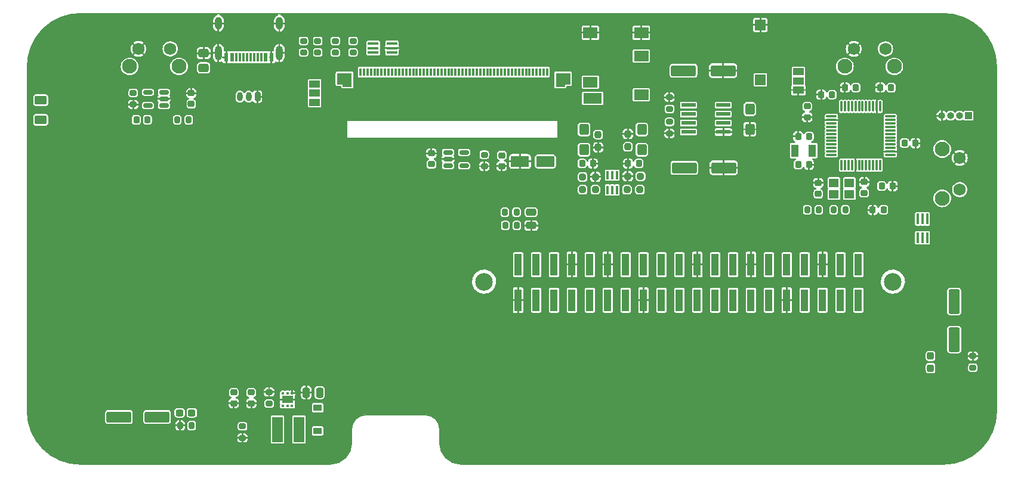
<source format=gbr>
G04 #@! TF.GenerationSoftware,KiCad,Pcbnew,7.0.9*
G04 #@! TF.CreationDate,2024-02-19T16:20:49+08:00*
G04 #@! TF.ProjectId,Teeny_girl,5465656e-795f-4676-9972-6c2e6b696361,rev?*
G04 #@! TF.SameCoordinates,Original*
G04 #@! TF.FileFunction,Copper,L2,Bot*
G04 #@! TF.FilePolarity,Positive*
%FSLAX46Y46*%
G04 Gerber Fmt 4.6, Leading zero omitted, Abs format (unit mm)*
G04 Created by KiCad (PCBNEW 7.0.9) date 2024-02-19 16:20:49*
%MOMM*%
%LPD*%
G01*
G04 APERTURE LIST*
G04 Aperture macros list*
%AMRoundRect*
0 Rectangle with rounded corners*
0 $1 Rounding radius*
0 $2 $3 $4 $5 $6 $7 $8 $9 X,Y pos of 4 corners*
0 Add a 4 corners polygon primitive as box body*
4,1,4,$2,$3,$4,$5,$6,$7,$8,$9,$2,$3,0*
0 Add four circle primitives for the rounded corners*
1,1,$1+$1,$2,$3*
1,1,$1+$1,$4,$5*
1,1,$1+$1,$6,$7*
1,1,$1+$1,$8,$9*
0 Add four rect primitives between the rounded corners*
20,1,$1+$1,$2,$3,$4,$5,0*
20,1,$1+$1,$4,$5,$6,$7,0*
20,1,$1+$1,$6,$7,$8,$9,0*
20,1,$1+$1,$8,$9,$2,$3,0*%
%AMFreePoly0*
4,1,17,1.053536,1.103536,1.055000,1.100000,1.055000,-0.850000,1.053536,-0.853536,1.050000,-0.855000,-1.050000,-0.855000,-1.053536,-0.853536,-1.055000,-0.850000,-1.055000,0.750000,-1.053536,0.753536,-1.050000,0.755000,-0.255000,0.755000,-0.255000,1.100000,-0.253536,1.103536,-0.250000,1.105000,1.050000,1.105000,1.053536,1.103536,1.053536,1.103536,$1*%
%AMFreePoly1*
4,1,17,0.253536,1.103536,0.255000,1.100000,0.255000,0.755000,1.050000,0.755000,1.053536,0.753536,1.055000,0.750000,1.055000,-0.850000,1.053536,-0.853536,1.050000,-0.855000,-1.050000,-0.855000,-1.053536,-0.853536,-1.055000,-0.850000,-1.055000,1.100000,-1.053536,1.103536,-1.050000,1.105000,0.250000,1.105000,0.253536,1.103536,0.253536,1.103536,$1*%
G04 Aperture macros list end*
G04 #@! TA.AperFunction,SMDPad,CuDef*
%ADD10RoundRect,0.250000X0.475000X-0.337500X0.475000X0.337500X-0.475000X0.337500X-0.475000X-0.337500X0*%
G04 #@! TD*
G04 #@! TA.AperFunction,ComponentPad*
%ADD11C,2.100000*%
G04 #@! TD*
G04 #@! TA.AperFunction,ComponentPad*
%ADD12C,1.750000*%
G04 #@! TD*
G04 #@! TA.AperFunction,SMDPad,CuDef*
%ADD13RoundRect,0.225000X0.225000X0.250000X-0.225000X0.250000X-0.225000X-0.250000X0.225000X-0.250000X0*%
G04 #@! TD*
G04 #@! TA.AperFunction,SMDPad,CuDef*
%ADD14RoundRect,0.200000X-0.200000X-0.275000X0.200000X-0.275000X0.200000X0.275000X-0.200000X0.275000X0*%
G04 #@! TD*
G04 #@! TA.AperFunction,SMDPad,CuDef*
%ADD15RoundRect,0.237500X-0.250000X-0.237500X0.250000X-0.237500X0.250000X0.237500X-0.250000X0.237500X0*%
G04 #@! TD*
G04 #@! TA.AperFunction,SMDPad,CuDef*
%ADD16RoundRect,0.200000X0.275000X-0.200000X0.275000X0.200000X-0.275000X0.200000X-0.275000X-0.200000X0*%
G04 #@! TD*
G04 #@! TA.AperFunction,SMDPad,CuDef*
%ADD17RoundRect,0.250000X-1.500000X-0.550000X1.500000X-0.550000X1.500000X0.550000X-1.500000X0.550000X0*%
G04 #@! TD*
G04 #@! TA.AperFunction,SMDPad,CuDef*
%ADD18RoundRect,0.225000X-0.250000X0.225000X-0.250000X-0.225000X0.250000X-0.225000X0.250000X0.225000X0*%
G04 #@! TD*
G04 #@! TA.AperFunction,SMDPad,CuDef*
%ADD19R,1.500000X1.000000*%
G04 #@! TD*
G04 #@! TA.AperFunction,SMDPad,CuDef*
%ADD20RoundRect,0.039900X0.945100X0.245100X-0.945100X0.245100X-0.945100X-0.245100X0.945100X-0.245100X0*%
G04 #@! TD*
G04 #@! TA.AperFunction,SMDPad,CuDef*
%ADD21RoundRect,0.225000X-0.225000X-0.250000X0.225000X-0.250000X0.225000X0.250000X-0.225000X0.250000X0*%
G04 #@! TD*
G04 #@! TA.AperFunction,SMDPad,CuDef*
%ADD22RoundRect,0.150000X0.512500X0.150000X-0.512500X0.150000X-0.512500X-0.150000X0.512500X-0.150000X0*%
G04 #@! TD*
G04 #@! TA.AperFunction,SMDPad,CuDef*
%ADD23R,1.000000X3.150000*%
G04 #@! TD*
G04 #@! TA.AperFunction,ComponentPad*
%ADD24C,2.500000*%
G04 #@! TD*
G04 #@! TA.AperFunction,SMDPad,CuDef*
%ADD25RoundRect,0.200000X-0.275000X0.200000X-0.275000X-0.200000X0.275000X-0.200000X0.275000X0.200000X0*%
G04 #@! TD*
G04 #@! TA.AperFunction,SMDPad,CuDef*
%ADD26R,1.200000X0.900000*%
G04 #@! TD*
G04 #@! TA.AperFunction,SMDPad,CuDef*
%ADD27RoundRect,0.250000X-0.425000X0.537500X-0.425000X-0.537500X0.425000X-0.537500X0.425000X0.537500X0*%
G04 #@! TD*
G04 #@! TA.AperFunction,SMDPad,CuDef*
%ADD28RoundRect,0.237500X0.237500X-0.300000X0.237500X0.300000X-0.237500X0.300000X-0.237500X-0.300000X0*%
G04 #@! TD*
G04 #@! TA.AperFunction,SMDPad,CuDef*
%ADD29RoundRect,0.237500X-0.237500X0.250000X-0.237500X-0.250000X0.237500X-0.250000X0.237500X0.250000X0*%
G04 #@! TD*
G04 #@! TA.AperFunction,SMDPad,CuDef*
%ADD30RoundRect,0.075000X0.075000X-0.662500X0.075000X0.662500X-0.075000X0.662500X-0.075000X-0.662500X0*%
G04 #@! TD*
G04 #@! TA.AperFunction,SMDPad,CuDef*
%ADD31RoundRect,0.075000X0.662500X-0.075000X0.662500X0.075000X-0.662500X0.075000X-0.662500X-0.075000X0*%
G04 #@! TD*
G04 #@! TA.AperFunction,SMDPad,CuDef*
%ADD32RoundRect,0.250000X1.050000X0.550000X-1.050000X0.550000X-1.050000X-0.550000X1.050000X-0.550000X0*%
G04 #@! TD*
G04 #@! TA.AperFunction,SMDPad,CuDef*
%ADD33RoundRect,0.225000X0.250000X-0.225000X0.250000X0.225000X-0.250000X0.225000X-0.250000X-0.225000X0*%
G04 #@! TD*
G04 #@! TA.AperFunction,SMDPad,CuDef*
%ADD34R,0.300000X1.100000*%
G04 #@! TD*
G04 #@! TA.AperFunction,SMDPad,CuDef*
%ADD35FreePoly0,180.000000*%
G04 #@! TD*
G04 #@! TA.AperFunction,SMDPad,CuDef*
%ADD36FreePoly1,180.000000*%
G04 #@! TD*
G04 #@! TA.AperFunction,SMDPad,CuDef*
%ADD37R,1.400000X1.200000*%
G04 #@! TD*
G04 #@! TA.AperFunction,SMDPad,CuDef*
%ADD38RoundRect,0.250000X-0.550000X1.500000X-0.550000X-1.500000X0.550000X-1.500000X0.550000X1.500000X0*%
G04 #@! TD*
G04 #@! TA.AperFunction,SMDPad,CuDef*
%ADD39RoundRect,0.093750X-0.106250X0.093750X-0.106250X-0.093750X0.106250X-0.093750X0.106250X0.093750X0*%
G04 #@! TD*
G04 #@! TA.AperFunction,ComponentPad*
%ADD40C,0.500000*%
G04 #@! TD*
G04 #@! TA.AperFunction,SMDPad,CuDef*
%ADD41R,1.600000X1.000000*%
G04 #@! TD*
G04 #@! TA.AperFunction,SMDPad,CuDef*
%ADD42R,1.500000X3.600000*%
G04 #@! TD*
G04 #@! TA.AperFunction,SMDPad,CuDef*
%ADD43R,0.400000X1.500000*%
G04 #@! TD*
G04 #@! TA.AperFunction,SMDPad,CuDef*
%ADD44R,0.600000X1.240000*%
G04 #@! TD*
G04 #@! TA.AperFunction,SMDPad,CuDef*
%ADD45R,0.300000X1.240000*%
G04 #@! TD*
G04 #@! TA.AperFunction,ComponentPad*
%ADD46O,1.000000X1.800000*%
G04 #@! TD*
G04 #@! TA.AperFunction,ComponentPad*
%ADD47O,1.000000X2.100000*%
G04 #@! TD*
G04 #@! TA.AperFunction,SMDPad,CuDef*
%ADD48R,2.006600X1.498600*%
G04 #@! TD*
G04 #@! TA.AperFunction,SMDPad,CuDef*
%ADD49R,2.590800X1.498600*%
G04 #@! TD*
G04 #@! TA.AperFunction,SMDPad,CuDef*
%ADD50R,1.500000X1.500000*%
G04 #@! TD*
G04 #@! TA.AperFunction,SMDPad,CuDef*
%ADD51RoundRect,0.250000X0.425000X-0.537500X0.425000X0.537500X-0.425000X0.537500X-0.425000X-0.537500X0*%
G04 #@! TD*
G04 #@! TA.AperFunction,SMDPad,CuDef*
%ADD52RoundRect,0.250000X-0.625000X0.375000X-0.625000X-0.375000X0.625000X-0.375000X0.625000X0.375000X0*%
G04 #@! TD*
G04 #@! TA.AperFunction,SMDPad,CuDef*
%ADD53R,1.500000X0.400000*%
G04 #@! TD*
G04 #@! TA.AperFunction,SMDPad,CuDef*
%ADD54R,0.355600X1.168400*%
G04 #@! TD*
G04 #@! TA.AperFunction,SMDPad,CuDef*
%ADD55RoundRect,0.250000X0.250000X0.475000X-0.250000X0.475000X-0.250000X-0.475000X0.250000X-0.475000X0*%
G04 #@! TD*
G04 #@! TA.AperFunction,SMDPad,CuDef*
%ADD56RoundRect,0.200000X0.200000X0.275000X-0.200000X0.275000X-0.200000X-0.275000X0.200000X-0.275000X0*%
G04 #@! TD*
G04 #@! TA.AperFunction,SMDPad,CuDef*
%ADD57RoundRect,0.237500X-0.300000X-0.237500X0.300000X-0.237500X0.300000X0.237500X-0.300000X0.237500X0*%
G04 #@! TD*
G04 #@! TA.AperFunction,ComponentPad*
%ADD58R,1.000000X1.000000*%
G04 #@! TD*
G04 #@! TA.AperFunction,ComponentPad*
%ADD59O,1.000000X1.000000*%
G04 #@! TD*
G04 #@! TA.AperFunction,SMDPad,CuDef*
%ADD60RoundRect,0.218750X0.218750X0.256250X-0.218750X0.256250X-0.218750X-0.256250X0.218750X-0.256250X0*%
G04 #@! TD*
G04 #@! TA.AperFunction,SMDPad,CuDef*
%ADD61R,1.000000X1.800000*%
G04 #@! TD*
G04 #@! TA.AperFunction,SMDPad,CuDef*
%ADD62RoundRect,0.250000X0.475000X-0.250000X0.475000X0.250000X-0.475000X0.250000X-0.475000X-0.250000X0*%
G04 #@! TD*
G04 #@! TA.AperFunction,SMDPad,CuDef*
%ADD63RoundRect,0.150000X-0.512500X-0.150000X0.512500X-0.150000X0.512500X0.150000X-0.512500X0.150000X0*%
G04 #@! TD*
G04 #@! TA.AperFunction,ComponentPad*
%ADD64RoundRect,0.200000X0.200000X0.450000X-0.200000X0.450000X-0.200000X-0.450000X0.200000X-0.450000X0*%
G04 #@! TD*
G04 #@! TA.AperFunction,ComponentPad*
%ADD65O,0.800000X1.300000*%
G04 #@! TD*
G04 #@! TA.AperFunction,SMDPad,CuDef*
%ADD66RoundRect,0.237500X0.250000X0.237500X-0.250000X0.237500X-0.250000X-0.237500X0.250000X-0.237500X0*%
G04 #@! TD*
G04 #@! TA.AperFunction,Profile*
%ADD67C,0.150000*%
G04 #@! TD*
G04 APERTURE END LIST*
D10*
X99045000Y-47341900D03*
X99045000Y-45266900D03*
D11*
X197045000Y-47141900D03*
X190035000Y-47141900D03*
D12*
X195795000Y-44651900D03*
X191295000Y-44651900D03*
D13*
X188220000Y-51141900D03*
X186670000Y-51141900D03*
D14*
X141845000Y-69741900D03*
X143495000Y-69741900D03*
D13*
X154307500Y-60941900D03*
X152757500Y-60941900D03*
D15*
X152820000Y-62841900D03*
X154645000Y-62841900D03*
D16*
X165145000Y-53166900D03*
X165145000Y-51516900D03*
D17*
X167245000Y-61541900D03*
X172845000Y-61541900D03*
D18*
X186270000Y-63691900D03*
X186270000Y-65241900D03*
D19*
X183440000Y-47891900D03*
X183440000Y-49191900D03*
X183440000Y-50491900D03*
D13*
X196595000Y-50141900D03*
X195045000Y-50141900D03*
D14*
X95295000Y-54704400D03*
X96945000Y-54704400D03*
D20*
X172790000Y-52636900D03*
X172790000Y-53906900D03*
X172790000Y-55176900D03*
X172790000Y-56446900D03*
X167840000Y-56446900D03*
X167840000Y-55176900D03*
X167840000Y-53906900D03*
X167840000Y-52636900D03*
D18*
X192770000Y-63566900D03*
X192770000Y-65116900D03*
D21*
X195270000Y-64141900D03*
X196820000Y-64141900D03*
D22*
X93432500Y-50804400D03*
X93432500Y-51754400D03*
X93432500Y-52704400D03*
X91157500Y-52704400D03*
X91157500Y-50804400D03*
D23*
X191945000Y-80341900D03*
X191945000Y-75291900D03*
X189405000Y-80341900D03*
X189405000Y-75291900D03*
X186865000Y-80341900D03*
X186865000Y-75291900D03*
X184325000Y-80341900D03*
X184325000Y-75291900D03*
X181785000Y-80341900D03*
X181785000Y-75291900D03*
X179245000Y-80341900D03*
X179245000Y-75291900D03*
X176705000Y-80341900D03*
X176705000Y-75291900D03*
X174165000Y-80341900D03*
X174165000Y-75291900D03*
X171625000Y-80341900D03*
X171625000Y-75291900D03*
X169085000Y-80341900D03*
X169085000Y-75291900D03*
X166545000Y-80341900D03*
X166545000Y-75291900D03*
X164005000Y-80341900D03*
X164005000Y-75291900D03*
X161465000Y-80341900D03*
X161465000Y-75291900D03*
X158925000Y-80341900D03*
X158925000Y-75291900D03*
X156385000Y-80341900D03*
X156385000Y-75291900D03*
X153845000Y-80341900D03*
X153845000Y-75291900D03*
X151305000Y-80341900D03*
X151305000Y-75291900D03*
X148765000Y-80341900D03*
X148765000Y-75291900D03*
X146225000Y-80341900D03*
X146225000Y-75291900D03*
X143685000Y-80341900D03*
X143685000Y-75291900D03*
D24*
X138855000Y-77716900D03*
X196855000Y-77716900D03*
D25*
X165145000Y-55016900D03*
X165145000Y-56666900D03*
D26*
X115245000Y-95616900D03*
X115245000Y-98916900D03*
D18*
X184682500Y-52816900D03*
X184682500Y-54366900D03*
D27*
X176545000Y-53204400D03*
X176545000Y-56079400D03*
D16*
X108345000Y-95041900D03*
X108345000Y-93391900D03*
D28*
X202195000Y-89996900D03*
X202195000Y-88271900D03*
D14*
X184682500Y-67529400D03*
X186332500Y-67529400D03*
D29*
X159232500Y-56729400D03*
X159232500Y-58554400D03*
D30*
X195045000Y-61141900D03*
X194545000Y-61141900D03*
X194045000Y-61141900D03*
X193545000Y-61141900D03*
X193045000Y-61141900D03*
X192545000Y-61141900D03*
X192045000Y-61141900D03*
X191545000Y-61141900D03*
X191045000Y-61141900D03*
X190545000Y-61141900D03*
X190045000Y-61141900D03*
X189545000Y-61141900D03*
D31*
X188132500Y-59729400D03*
X188132500Y-59229400D03*
X188132500Y-58729400D03*
X188132500Y-58229400D03*
X188132500Y-57729400D03*
X188132500Y-57229400D03*
X188132500Y-56729400D03*
X188132500Y-56229400D03*
X188132500Y-55729400D03*
X188132500Y-55229400D03*
X188132500Y-54729400D03*
X188132500Y-54229400D03*
D30*
X189545000Y-52816900D03*
X190045000Y-52816900D03*
X190545000Y-52816900D03*
X191045000Y-52816900D03*
X191545000Y-52816900D03*
X192045000Y-52816900D03*
X192545000Y-52816900D03*
X193045000Y-52816900D03*
X193545000Y-52816900D03*
X194045000Y-52816900D03*
X194545000Y-52816900D03*
X195045000Y-52816900D03*
D31*
X196457500Y-54229400D03*
X196457500Y-54729400D03*
X196457500Y-55229400D03*
X196457500Y-55729400D03*
X196457500Y-56229400D03*
X196457500Y-56729400D03*
X196457500Y-57229400D03*
X196457500Y-57729400D03*
X196457500Y-58229400D03*
X196457500Y-58729400D03*
X196457500Y-59229400D03*
X196457500Y-59729400D03*
D25*
X138870000Y-59679400D03*
X138870000Y-61329400D03*
D32*
X147545000Y-60641900D03*
X143945000Y-60641900D03*
D33*
X131370000Y-61029400D03*
X131370000Y-59479400D03*
D34*
X147795000Y-47941900D03*
X147295000Y-47941900D03*
X146795000Y-47941900D03*
X146295000Y-47941900D03*
X145795000Y-47941900D03*
X145295000Y-47941900D03*
X144795000Y-47941900D03*
X144295000Y-47941900D03*
X143795000Y-47941900D03*
X143295000Y-47941900D03*
X142795000Y-47941900D03*
X142295000Y-47941900D03*
X141795000Y-47941900D03*
X141295000Y-47941900D03*
X140795000Y-47941900D03*
X140295000Y-47941900D03*
X139795000Y-47941900D03*
X139295000Y-47941900D03*
X138795000Y-47941900D03*
X138295000Y-47941900D03*
X137795000Y-47941900D03*
X137295000Y-47941900D03*
X136795000Y-47941900D03*
X136295000Y-47941900D03*
X135795000Y-47941900D03*
X135295000Y-47941900D03*
X134795000Y-47941900D03*
X134295000Y-47941900D03*
X133795000Y-47941900D03*
X133295000Y-47941900D03*
X132795000Y-47941900D03*
X132295000Y-47941900D03*
X131795000Y-47941900D03*
X131295000Y-47941900D03*
X130795000Y-47941900D03*
X130295000Y-47941900D03*
X129795000Y-47941900D03*
X129295000Y-47941900D03*
X128795000Y-47941900D03*
X128295000Y-47941900D03*
X127795000Y-47941900D03*
X127295000Y-47941900D03*
X126795000Y-47941900D03*
X126295000Y-47941900D03*
X125795000Y-47941900D03*
X125295000Y-47941900D03*
X124795000Y-47941900D03*
X124295000Y-47941900D03*
X123795000Y-47941900D03*
X123295000Y-47941900D03*
X122795000Y-47941900D03*
X122295000Y-47941900D03*
X121795000Y-47941900D03*
X121295000Y-47941900D03*
D35*
X150045000Y-48941900D03*
D36*
X119045000Y-48941900D03*
D37*
X190682500Y-65291900D03*
X188482500Y-65291900D03*
X188482500Y-63691900D03*
X190682500Y-63691900D03*
D25*
X115245000Y-43516900D03*
X115245000Y-45166900D03*
D11*
X203842500Y-65891900D03*
X203842500Y-58881900D03*
D12*
X206332500Y-64641900D03*
X206332500Y-60141900D03*
D33*
X97295000Y-52479400D03*
X97295000Y-50929400D03*
D16*
X89070000Y-52541900D03*
X89070000Y-50891900D03*
D25*
X208195000Y-88271900D03*
X208195000Y-89921900D03*
D21*
X183407500Y-57091900D03*
X184957500Y-57091900D03*
D38*
X205545000Y-80541900D03*
X205545000Y-85941900D03*
D39*
X110295000Y-93579400D03*
X110945000Y-93579400D03*
X111595000Y-93579400D03*
X111595000Y-95354400D03*
X110945000Y-95354400D03*
X110295000Y-95354400D03*
D40*
X111495000Y-94466900D03*
D41*
X110945000Y-94466900D03*
D40*
X110395000Y-94466900D03*
D17*
X87045000Y-96941900D03*
X92445000Y-96941900D03*
D42*
X109520000Y-98716900D03*
X112570000Y-98716900D03*
D15*
X159220000Y-62741900D03*
X161045000Y-62741900D03*
D43*
X200395000Y-68811900D03*
X201045000Y-68811900D03*
X201695000Y-68811900D03*
X201695000Y-71471900D03*
X201045000Y-71471900D03*
X200395000Y-71471900D03*
D44*
X102265000Y-45836900D03*
X103065000Y-45836900D03*
D45*
X104215000Y-45836900D03*
X105215000Y-45836900D03*
X105715000Y-45836900D03*
X106715000Y-45836900D03*
D44*
X107865000Y-45836900D03*
X108665000Y-45836900D03*
X108665000Y-45836900D03*
X107865000Y-45836900D03*
D45*
X107215000Y-45836900D03*
X106215000Y-45836900D03*
X104715000Y-45836900D03*
X103715000Y-45836900D03*
D44*
X103065000Y-45836900D03*
X102265000Y-45836900D03*
D46*
X101145000Y-41036900D03*
D47*
X101145000Y-45236900D03*
D46*
X109785000Y-41036900D03*
D47*
X109785000Y-45236900D03*
D48*
X153938200Y-42357300D03*
X153938200Y-49367700D03*
D49*
X154243000Y-51679100D03*
D48*
X161151800Y-42357300D03*
X161151800Y-45659300D03*
X161151800Y-51145700D03*
D50*
X178045000Y-41241900D03*
X178045000Y-49041900D03*
D13*
X191595000Y-50141900D03*
X190045000Y-50141900D03*
D51*
X153032500Y-58979400D03*
X153032500Y-56104400D03*
D13*
X195532500Y-67529400D03*
X193982500Y-67529400D03*
D14*
X141795000Y-67841900D03*
X143445000Y-67841900D03*
D52*
X75945000Y-51941900D03*
X75945000Y-54741900D03*
D15*
X159120000Y-64641900D03*
X160945000Y-64641900D03*
D25*
X120245000Y-43516900D03*
X120245000Y-45166900D03*
D53*
X125775000Y-43891900D03*
X125775000Y-44541900D03*
X125775000Y-45191900D03*
X123115000Y-45191900D03*
X123115000Y-44541900D03*
X123115000Y-43891900D03*
D54*
X156372100Y-62600500D03*
X157032500Y-62600500D03*
X157692900Y-62600500D03*
X157692900Y-64683300D03*
X157032500Y-64683300D03*
X156372100Y-64683300D03*
D55*
X115520000Y-93466900D03*
X113620000Y-93466900D03*
D29*
X155032500Y-56829400D03*
X155032500Y-58654400D03*
D25*
X104570000Y-98266900D03*
X104570000Y-99916900D03*
D13*
X160807500Y-60941900D03*
X159257500Y-60941900D03*
D56*
X97370000Y-98141900D03*
X95720000Y-98141900D03*
D57*
X95645000Y-96341900D03*
X97370000Y-96341900D03*
D58*
X207585000Y-54141900D03*
D59*
X206315000Y-54141900D03*
X205045000Y-54141900D03*
X203775000Y-54141900D03*
D25*
X117745000Y-43516900D03*
X117745000Y-45166900D03*
D51*
X161232500Y-58979400D03*
X161232500Y-56104400D03*
D18*
X105820000Y-93441900D03*
X105820000Y-94991900D03*
D11*
X95555000Y-47141900D03*
X88545000Y-47141900D03*
D12*
X94305000Y-44651900D03*
X89805000Y-44651900D03*
D18*
X141345000Y-59766900D03*
X141345000Y-61316900D03*
D17*
X167145000Y-47741900D03*
X172745000Y-47741900D03*
D14*
X188445000Y-67491900D03*
X190095000Y-67491900D03*
D60*
X91082500Y-54704400D03*
X89507500Y-54704400D03*
D61*
X182932500Y-59091900D03*
X185432500Y-59091900D03*
D13*
X184957500Y-61091900D03*
X183407500Y-61091900D03*
D18*
X103320000Y-93441900D03*
X103320000Y-94991900D03*
D62*
X145520000Y-69741900D03*
X145520000Y-67841900D03*
D21*
X198495000Y-58041900D03*
X200045000Y-58041900D03*
D63*
X133732500Y-61254400D03*
X133732500Y-60304400D03*
X133732500Y-59354400D03*
X136007500Y-59354400D03*
X136007500Y-61254400D03*
D64*
X106695000Y-51441900D03*
D65*
X105445000Y-51441900D03*
X104195000Y-51441900D03*
D19*
X114802500Y-49641900D03*
X114802500Y-50941900D03*
X114802500Y-52241900D03*
D66*
X154645000Y-64641900D03*
X152820000Y-64641900D03*
D25*
X113220000Y-43516900D03*
X113220000Y-45166900D03*
G04 #@! TA.AperFunction,Conductor*
G36*
X100907545Y-39712085D02*
G01*
X100953300Y-39764889D01*
X100963244Y-39834047D01*
X100934219Y-39897603D01*
X100889620Y-39930259D01*
X100767445Y-39982959D01*
X100626814Y-40087656D01*
X100514118Y-40221961D01*
X100514117Y-40221963D01*
X100435433Y-40378635D01*
X100395000Y-40549239D01*
X100395000Y-40911900D01*
X100845000Y-40911900D01*
X100845000Y-41161900D01*
X100395000Y-41161900D01*
X100395000Y-41480577D01*
X100410248Y-41611039D01*
X100470212Y-41775789D01*
X100566556Y-41922273D01*
X100694078Y-42042585D01*
X100845916Y-42130248D01*
X101013880Y-42180534D01*
X101020000Y-42180890D01*
X101020000Y-41713241D01*
X101116840Y-41740795D01*
X101228521Y-41730446D01*
X101270000Y-41709791D01*
X101270000Y-42176428D01*
X101361563Y-42160284D01*
X101522554Y-42090840D01*
X101663185Y-41986143D01*
X101775881Y-41851838D01*
X101775882Y-41851836D01*
X101854566Y-41695164D01*
X101895000Y-41524560D01*
X101895000Y-41161900D01*
X101445000Y-41161900D01*
X101445000Y-40911900D01*
X101895000Y-40911900D01*
X101895000Y-40593223D01*
X101894999Y-40593222D01*
X101879751Y-40462760D01*
X101819787Y-40298010D01*
X101723443Y-40151526D01*
X101595921Y-40031214D01*
X101444081Y-39943550D01*
X101444080Y-39943549D01*
X101416158Y-39935190D01*
X101357581Y-39897105D01*
X101328893Y-39833397D01*
X101339203Y-39764292D01*
X101385237Y-39711731D01*
X101451723Y-39692400D01*
X109480506Y-39692400D01*
X109547545Y-39712085D01*
X109593300Y-39764889D01*
X109603244Y-39834047D01*
X109574219Y-39897603D01*
X109529620Y-39930259D01*
X109407445Y-39982959D01*
X109266814Y-40087656D01*
X109154118Y-40221961D01*
X109154117Y-40221963D01*
X109075433Y-40378635D01*
X109035000Y-40549239D01*
X109035000Y-40911900D01*
X109485000Y-40911900D01*
X109485000Y-41161900D01*
X109035000Y-41161900D01*
X109035000Y-41480577D01*
X109050248Y-41611039D01*
X109110212Y-41775789D01*
X109206556Y-41922273D01*
X109334078Y-42042585D01*
X109485916Y-42130248D01*
X109653880Y-42180534D01*
X109660000Y-42180890D01*
X109660000Y-41713241D01*
X109756840Y-41740795D01*
X109868521Y-41730446D01*
X109910000Y-41709791D01*
X109910000Y-42176428D01*
X110001563Y-42160284D01*
X110162554Y-42090840D01*
X110303185Y-41986143D01*
X110415881Y-41851838D01*
X110415882Y-41851836D01*
X110494566Y-41695164D01*
X110535000Y-41524560D01*
X110535000Y-41161900D01*
X110085000Y-41161900D01*
X110085000Y-41116900D01*
X177045000Y-41116900D01*
X177920000Y-41116900D01*
X177920000Y-40241900D01*
X178170000Y-40241900D01*
X178170000Y-41116900D01*
X179045000Y-41116900D01*
X179045000Y-40467273D01*
X179044999Y-40467271D01*
X179030496Y-40394359D01*
X179030494Y-40394355D01*
X178975239Y-40311660D01*
X178892544Y-40256405D01*
X178892540Y-40256403D01*
X178819627Y-40241900D01*
X178170000Y-40241900D01*
X177920000Y-40241900D01*
X177270373Y-40241900D01*
X177197459Y-40256403D01*
X177197455Y-40256405D01*
X177114760Y-40311660D01*
X177059505Y-40394355D01*
X177059503Y-40394359D01*
X177045000Y-40467271D01*
X177045000Y-41116900D01*
X110085000Y-41116900D01*
X110085000Y-40911900D01*
X110535000Y-40911900D01*
X110535000Y-40593223D01*
X110534999Y-40593222D01*
X110519751Y-40462760D01*
X110459787Y-40298010D01*
X110363443Y-40151526D01*
X110235921Y-40031214D01*
X110084081Y-39943550D01*
X110084080Y-39943549D01*
X110056158Y-39935190D01*
X109997581Y-39897105D01*
X109968893Y-39833397D01*
X109979203Y-39764292D01*
X110025237Y-39711731D01*
X110091723Y-39692400D01*
X204028592Y-39692400D01*
X204044999Y-39692400D01*
X204071454Y-39693344D01*
X204574238Y-39711301D01*
X204578636Y-39711616D01*
X205102987Y-39767989D01*
X205107337Y-39768615D01*
X205626351Y-39862255D01*
X205630623Y-39863184D01*
X206141643Y-39993614D01*
X206145863Y-39994854D01*
X206646234Y-40161394D01*
X206650373Y-40162938D01*
X207137584Y-40364747D01*
X207141611Y-40366586D01*
X207613181Y-40602637D01*
X207617067Y-40604759D01*
X208070605Y-40873856D01*
X208074314Y-40876238D01*
X208428442Y-41122114D01*
X208507503Y-41177007D01*
X208511025Y-41179642D01*
X208921673Y-41510565D01*
X208924999Y-41513447D01*
X209310970Y-41872798D01*
X209314101Y-41875929D01*
X209673452Y-42261900D01*
X209676336Y-42265228D01*
X210007253Y-42675870D01*
X210009892Y-42679396D01*
X210310656Y-43112578D01*
X210313043Y-43116294D01*
X210582140Y-43569832D01*
X210584262Y-43573718D01*
X210820313Y-44045288D01*
X210822152Y-44049315D01*
X211023961Y-44536526D01*
X211025508Y-44540674D01*
X211192042Y-45041028D01*
X211193289Y-45045275D01*
X211323710Y-45556255D01*
X211324648Y-45560568D01*
X211418281Y-46079543D01*
X211418911Y-46083925D01*
X211475283Y-46608263D01*
X211475599Y-46612679D01*
X211494500Y-47141900D01*
X211494500Y-96141900D01*
X211475599Y-96671120D01*
X211475283Y-96675536D01*
X211418911Y-97199874D01*
X211418281Y-97204256D01*
X211324648Y-97723231D01*
X211323708Y-97727549D01*
X211269076Y-97941597D01*
X211193290Y-98238523D01*
X211192042Y-98242771D01*
X211025508Y-98743125D01*
X211023961Y-98747273D01*
X210822152Y-99234484D01*
X210820313Y-99238511D01*
X210584262Y-99710081D01*
X210582140Y-99713967D01*
X210313043Y-100167505D01*
X210310650Y-100171230D01*
X210009892Y-100604403D01*
X210007243Y-100607942D01*
X209713755Y-100972139D01*
X209676352Y-101018553D01*
X209673452Y-101021899D01*
X209314101Y-101407870D01*
X209310970Y-101411001D01*
X208924999Y-101770352D01*
X208921657Y-101773248D01*
X208733733Y-101924688D01*
X208511048Y-102104139D01*
X208507503Y-102106792D01*
X208074330Y-102407550D01*
X208070605Y-102409943D01*
X207617067Y-102679040D01*
X207613181Y-102681162D01*
X207141611Y-102917213D01*
X207137584Y-102919052D01*
X206650373Y-103120861D01*
X206646225Y-103122408D01*
X206145871Y-103288942D01*
X206141623Y-103290190D01*
X206100673Y-103300642D01*
X205630649Y-103420608D01*
X205626331Y-103421548D01*
X205107356Y-103515181D01*
X205102974Y-103515811D01*
X204578636Y-103572183D01*
X204574220Y-103572499D01*
X204045000Y-103591400D01*
X135546742Y-103591400D01*
X135543265Y-103591302D01*
X135218238Y-103573049D01*
X135211324Y-103572270D01*
X134892112Y-103518033D01*
X134885328Y-103516485D01*
X134574187Y-103426847D01*
X134567620Y-103424549D01*
X134370300Y-103342817D01*
X134268476Y-103300640D01*
X134262211Y-103297623D01*
X134247772Y-103289643D01*
X134031411Y-103170064D01*
X133978815Y-103140995D01*
X133972932Y-103137298D01*
X133708853Y-102949924D01*
X133703426Y-102945596D01*
X133542618Y-102801889D01*
X133461987Y-102729832D01*
X133457067Y-102724912D01*
X133365064Y-102621961D01*
X133241301Y-102483471D01*
X133236977Y-102478048D01*
X133049597Y-102213962D01*
X133045904Y-102208084D01*
X132989922Y-102106792D01*
X132889272Y-101924679D01*
X132886262Y-101918431D01*
X132762349Y-101619276D01*
X132760052Y-101612712D01*
X132670414Y-101301571D01*
X132668866Y-101294787D01*
X132639127Y-101119758D01*
X132614627Y-100975561D01*
X132613851Y-100968671D01*
X132599740Y-100717399D01*
X132595598Y-100643635D01*
X132595500Y-100640158D01*
X132595500Y-98507502D01*
X132579855Y-98388669D01*
X132560416Y-98241009D01*
X132490847Y-97981374D01*
X132430372Y-97835375D01*
X132387988Y-97733049D01*
X132387980Y-97733033D01*
X132339964Y-97649868D01*
X132253587Y-97500259D01*
X132089956Y-97287010D01*
X132089951Y-97287004D01*
X131899895Y-97096948D01*
X131899888Y-97096942D01*
X131686645Y-96933316D01*
X131686644Y-96933315D01*
X131686641Y-96933313D01*
X131593832Y-96879730D01*
X131453866Y-96798919D01*
X131453850Y-96798911D01*
X131205524Y-96696052D01*
X131075708Y-96661268D01*
X130945891Y-96626484D01*
X130945885Y-96626483D01*
X130945880Y-96626482D01*
X130679398Y-96591400D01*
X130679397Y-96591400D01*
X130555045Y-96591400D01*
X122061408Y-96591400D01*
X122045000Y-96591400D01*
X121910603Y-96591400D01*
X121910602Y-96591400D01*
X121644119Y-96626482D01*
X121644112Y-96626483D01*
X121644109Y-96626484D01*
X121622941Y-96632156D01*
X121384475Y-96696052D01*
X121136149Y-96798911D01*
X121136133Y-96798919D01*
X120903354Y-96933316D01*
X120690111Y-97096942D01*
X120690104Y-97096948D01*
X120500048Y-97287004D01*
X120500042Y-97287011D01*
X120336416Y-97500254D01*
X120202019Y-97733033D01*
X120202011Y-97733049D01*
X120099152Y-97981375D01*
X120029585Y-98241006D01*
X120029582Y-98241019D01*
X119994500Y-98507502D01*
X119994500Y-100640158D01*
X119994402Y-100643635D01*
X119976149Y-100968661D01*
X119975370Y-100975575D01*
X119921133Y-101294787D01*
X119919585Y-101301571D01*
X119829947Y-101612712D01*
X119827649Y-101619279D01*
X119703742Y-101918419D01*
X119700723Y-101924688D01*
X119544095Y-102208084D01*
X119540393Y-102213976D01*
X119353029Y-102478040D01*
X119348691Y-102483480D01*
X119132932Y-102724912D01*
X119128012Y-102729832D01*
X118886580Y-102945591D01*
X118881140Y-102949929D01*
X118617076Y-103137293D01*
X118611184Y-103140995D01*
X118327788Y-103297623D01*
X118321519Y-103300642D01*
X118022379Y-103424549D01*
X118015812Y-103426847D01*
X117704671Y-103516485D01*
X117697887Y-103518033D01*
X117378675Y-103572270D01*
X117371761Y-103573049D01*
X117046735Y-103591302D01*
X117043258Y-103591400D01*
X81545000Y-103591400D01*
X81015779Y-103572499D01*
X81011363Y-103572183D01*
X80487025Y-103515811D01*
X80482643Y-103515181D01*
X79963668Y-103421548D01*
X79959355Y-103420610D01*
X79448375Y-103290189D01*
X79444128Y-103288942D01*
X78943774Y-103122408D01*
X78939626Y-103120861D01*
X78452415Y-102919052D01*
X78448388Y-102917213D01*
X77976818Y-102681162D01*
X77972932Y-102679040D01*
X77519394Y-102409943D01*
X77515678Y-102407556D01*
X77082496Y-102106792D01*
X77078970Y-102104153D01*
X76668328Y-101773236D01*
X76665000Y-101770352D01*
X76279029Y-101411001D01*
X76275898Y-101407870D01*
X75916547Y-101021899D01*
X75913665Y-101018573D01*
X75582742Y-100607925D01*
X75580107Y-100604403D01*
X75573668Y-100595129D01*
X75279338Y-100171214D01*
X75276956Y-100167505D01*
X75202431Y-100041900D01*
X103845001Y-100041900D01*
X103845001Y-100171096D01*
X103847851Y-100201506D01*
X103892653Y-100329545D01*
X103973207Y-100438692D01*
X104082354Y-100519246D01*
X104210397Y-100564049D01*
X104240792Y-100566899D01*
X104444999Y-100566899D01*
X104445000Y-100566898D01*
X104445000Y-100041900D01*
X104695000Y-100041900D01*
X104695000Y-100566899D01*
X104899196Y-100566899D01*
X104929606Y-100564048D01*
X105007901Y-100536652D01*
X108569500Y-100536652D01*
X108581131Y-100595129D01*
X108581132Y-100595130D01*
X108625447Y-100661452D01*
X108691769Y-100705767D01*
X108691770Y-100705768D01*
X108750247Y-100717399D01*
X108750250Y-100717400D01*
X108750252Y-100717400D01*
X110289750Y-100717400D01*
X110289751Y-100717399D01*
X110304568Y-100714452D01*
X110348229Y-100705768D01*
X110348229Y-100705767D01*
X110348231Y-100705767D01*
X110414552Y-100661452D01*
X110458867Y-100595131D01*
X110458867Y-100595129D01*
X110458868Y-100595129D01*
X110470499Y-100536652D01*
X111619500Y-100536652D01*
X111631131Y-100595129D01*
X111631132Y-100595130D01*
X111675447Y-100661452D01*
X111741769Y-100705767D01*
X111741770Y-100705768D01*
X111800247Y-100717399D01*
X111800250Y-100717400D01*
X111800252Y-100717400D01*
X113339750Y-100717400D01*
X113339751Y-100717399D01*
X113354568Y-100714452D01*
X113398229Y-100705768D01*
X113398229Y-100705767D01*
X113398231Y-100705767D01*
X113464552Y-100661452D01*
X113508867Y-100595131D01*
X113508867Y-100595129D01*
X113508868Y-100595129D01*
X113520499Y-100536652D01*
X113520500Y-100536650D01*
X113520500Y-99386652D01*
X114444500Y-99386652D01*
X114456131Y-99445129D01*
X114456132Y-99445130D01*
X114500447Y-99511452D01*
X114566769Y-99555767D01*
X114566770Y-99555768D01*
X114625247Y-99567399D01*
X114625250Y-99567400D01*
X114625252Y-99567400D01*
X115864750Y-99567400D01*
X115864751Y-99567399D01*
X115879568Y-99564452D01*
X115923229Y-99555768D01*
X115923229Y-99555767D01*
X115923231Y-99555767D01*
X115989552Y-99511452D01*
X116033867Y-99445131D01*
X116033867Y-99445129D01*
X116033868Y-99445129D01*
X116045499Y-99386652D01*
X116045500Y-99386650D01*
X116045500Y-98447149D01*
X116045499Y-98447147D01*
X116033868Y-98388670D01*
X116033867Y-98388669D01*
X115989552Y-98322347D01*
X115923230Y-98278032D01*
X115923229Y-98278031D01*
X115864752Y-98266400D01*
X115864748Y-98266400D01*
X114625252Y-98266400D01*
X114625247Y-98266400D01*
X114566770Y-98278031D01*
X114566769Y-98278032D01*
X114500447Y-98322347D01*
X114456132Y-98388669D01*
X114456131Y-98388670D01*
X114444500Y-98447147D01*
X114444500Y-99386652D01*
X113520500Y-99386652D01*
X113520500Y-96897149D01*
X113520499Y-96897147D01*
X113508868Y-96838670D01*
X113508867Y-96838669D01*
X113464552Y-96772347D01*
X113398230Y-96728032D01*
X113398229Y-96728031D01*
X113339752Y-96716400D01*
X113339748Y-96716400D01*
X111800252Y-96716400D01*
X111800247Y-96716400D01*
X111741770Y-96728031D01*
X111741769Y-96728032D01*
X111675447Y-96772347D01*
X111631132Y-96838669D01*
X111631131Y-96838670D01*
X111619500Y-96897147D01*
X111619500Y-100536652D01*
X110470499Y-100536652D01*
X110470500Y-100536650D01*
X110470500Y-96897149D01*
X110470499Y-96897147D01*
X110458868Y-96838670D01*
X110458867Y-96838669D01*
X110414552Y-96772347D01*
X110348230Y-96728032D01*
X110348229Y-96728031D01*
X110289752Y-96716400D01*
X110289748Y-96716400D01*
X108750252Y-96716400D01*
X108750247Y-96716400D01*
X108691770Y-96728031D01*
X108691769Y-96728032D01*
X108625447Y-96772347D01*
X108581132Y-96838669D01*
X108581131Y-96838670D01*
X108569500Y-96897147D01*
X108569500Y-100536652D01*
X105007901Y-100536652D01*
X105057645Y-100519246D01*
X105166792Y-100438692D01*
X105247346Y-100329545D01*
X105292149Y-100201504D01*
X105292149Y-100201500D01*
X105295000Y-100171106D01*
X105295000Y-100041900D01*
X104695000Y-100041900D01*
X104445000Y-100041900D01*
X103845001Y-100041900D01*
X75202431Y-100041900D01*
X75054099Y-99791900D01*
X103845000Y-99791900D01*
X104445000Y-99791900D01*
X104445000Y-99266900D01*
X104695000Y-99266900D01*
X104695000Y-99791900D01*
X105294999Y-99791900D01*
X105294999Y-99662703D01*
X105292148Y-99632293D01*
X105247346Y-99504254D01*
X105166792Y-99395107D01*
X105057645Y-99314553D01*
X104929602Y-99269750D01*
X104899207Y-99266900D01*
X104695000Y-99266900D01*
X104445000Y-99266900D01*
X104240804Y-99266900D01*
X104210393Y-99269751D01*
X104082354Y-99314553D01*
X103973207Y-99395107D01*
X103892653Y-99504254D01*
X103847850Y-99632295D01*
X103847850Y-99632299D01*
X103845000Y-99662693D01*
X103845000Y-99791900D01*
X75054099Y-99791900D01*
X75007859Y-99713967D01*
X75005737Y-99710081D01*
X74769686Y-99238511D01*
X74767847Y-99234484D01*
X74566038Y-98747273D01*
X74564491Y-98743125D01*
X74551882Y-98705242D01*
X74405988Y-98266900D01*
X95070001Y-98266900D01*
X95070001Y-98471096D01*
X95072851Y-98501506D01*
X95117653Y-98629545D01*
X95198207Y-98738692D01*
X95307354Y-98819246D01*
X95435397Y-98864049D01*
X95465778Y-98866898D01*
X95465806Y-98866899D01*
X95594999Y-98866899D01*
X95595000Y-98866898D01*
X95595000Y-98266900D01*
X95845000Y-98266900D01*
X95845000Y-98866899D01*
X95974196Y-98866899D01*
X96004606Y-98864048D01*
X96132645Y-98819246D01*
X96241792Y-98738692D01*
X96322346Y-98629545D01*
X96367149Y-98501504D01*
X96367149Y-98501500D01*
X96370000Y-98471106D01*
X96370000Y-98448417D01*
X96769500Y-98448417D01*
X96778858Y-98507502D01*
X96784354Y-98542204D01*
X96841950Y-98655242D01*
X96841952Y-98655244D01*
X96841954Y-98655247D01*
X96931652Y-98744945D01*
X96931654Y-98744946D01*
X96931658Y-98744950D01*
X97029788Y-98794950D01*
X97044698Y-98802547D01*
X97138475Y-98817399D01*
X97138481Y-98817400D01*
X97601518Y-98817399D01*
X97695304Y-98802546D01*
X97808342Y-98744950D01*
X97898050Y-98655242D01*
X97955646Y-98542204D01*
X97955646Y-98542202D01*
X97955647Y-98542201D01*
X97962581Y-98498417D01*
X103894500Y-98498417D01*
X103901435Y-98542201D01*
X103909354Y-98592204D01*
X103966950Y-98705242D01*
X103966952Y-98705244D01*
X103966954Y-98705247D01*
X104056652Y-98794945D01*
X104056654Y-98794946D01*
X104056658Y-98794950D01*
X104169694Y-98852545D01*
X104169698Y-98852547D01*
X104242323Y-98864049D01*
X104260311Y-98866898D01*
X104263475Y-98867399D01*
X104263481Y-98867400D01*
X104876518Y-98867399D01*
X104970304Y-98852546D01*
X105083342Y-98794950D01*
X105173050Y-98705242D01*
X105230646Y-98592204D01*
X105230646Y-98592202D01*
X105230647Y-98592201D01*
X105245499Y-98498424D01*
X105245500Y-98498419D01*
X105245499Y-98035382D01*
X105230646Y-97941596D01*
X105173050Y-97828558D01*
X105173046Y-97828554D01*
X105173045Y-97828552D01*
X105083347Y-97738854D01*
X105083344Y-97738852D01*
X105083342Y-97738850D01*
X105006517Y-97699705D01*
X104970301Y-97681252D01*
X104876524Y-97666400D01*
X104263482Y-97666400D01*
X104182519Y-97679223D01*
X104169696Y-97681254D01*
X104056658Y-97738850D01*
X104056657Y-97738851D01*
X104056652Y-97738854D01*
X103966954Y-97828552D01*
X103966951Y-97828557D01*
X103966950Y-97828558D01*
X103963473Y-97835382D01*
X103909352Y-97941598D01*
X103894500Y-98035375D01*
X103894500Y-98498417D01*
X97962581Y-98498417D01*
X97970499Y-98448424D01*
X97970500Y-98448419D01*
X97970499Y-97835382D01*
X97955646Y-97741596D01*
X97898050Y-97628558D01*
X97898046Y-97628554D01*
X97898045Y-97628552D01*
X97808347Y-97538854D01*
X97808344Y-97538852D01*
X97808342Y-97538850D01*
X97731517Y-97499705D01*
X97695301Y-97481252D01*
X97601524Y-97466400D01*
X97138482Y-97466400D01*
X97057519Y-97479223D01*
X97044696Y-97481254D01*
X96931658Y-97538850D01*
X96931657Y-97538851D01*
X96931652Y-97538854D01*
X96841954Y-97628552D01*
X96841951Y-97628557D01*
X96784352Y-97741598D01*
X96769500Y-97835375D01*
X96769500Y-98448417D01*
X96370000Y-98448417D01*
X96370000Y-98266900D01*
X95845000Y-98266900D01*
X95595000Y-98266900D01*
X95070001Y-98266900D01*
X74405988Y-98266900D01*
X74397954Y-98242763D01*
X74396714Y-98238543D01*
X74340143Y-98016900D01*
X95070000Y-98016900D01*
X95595000Y-98016900D01*
X95595000Y-97416900D01*
X95845000Y-97416900D01*
X95845000Y-98016900D01*
X96369999Y-98016900D01*
X96369999Y-97812703D01*
X96367148Y-97782293D01*
X96322346Y-97654254D01*
X96241792Y-97545107D01*
X96132645Y-97464553D01*
X96004602Y-97419750D01*
X95974207Y-97416900D01*
X95845000Y-97416900D01*
X95595000Y-97416900D01*
X95465804Y-97416900D01*
X95435393Y-97419751D01*
X95307354Y-97464553D01*
X95198207Y-97545107D01*
X95117653Y-97654254D01*
X95072850Y-97782295D01*
X95072850Y-97782299D01*
X95070000Y-97812693D01*
X95070000Y-98016900D01*
X74340143Y-98016900D01*
X74266284Y-97727523D01*
X74265355Y-97723251D01*
X74233406Y-97546169D01*
X85094500Y-97546169D01*
X85097353Y-97576599D01*
X85097353Y-97576601D01*
X85133974Y-97681254D01*
X85142207Y-97704782D01*
X85222850Y-97814050D01*
X85332118Y-97894693D01*
X85374845Y-97909644D01*
X85460299Y-97939546D01*
X85490730Y-97942400D01*
X85490734Y-97942400D01*
X88599270Y-97942400D01*
X88629699Y-97939546D01*
X88629701Y-97939546D01*
X88693790Y-97917119D01*
X88757882Y-97894693D01*
X88867150Y-97814050D01*
X88947793Y-97704782D01*
X88974467Y-97628552D01*
X88992646Y-97576601D01*
X88992646Y-97576599D01*
X88995500Y-97546169D01*
X90494500Y-97546169D01*
X90497353Y-97576599D01*
X90497353Y-97576601D01*
X90533974Y-97681254D01*
X90542207Y-97704782D01*
X90622850Y-97814050D01*
X90732118Y-97894693D01*
X90774845Y-97909644D01*
X90860299Y-97939546D01*
X90890730Y-97942400D01*
X90890734Y-97942400D01*
X93999270Y-97942400D01*
X94029699Y-97939546D01*
X94029701Y-97939546D01*
X94093790Y-97917119D01*
X94157882Y-97894693D01*
X94267150Y-97814050D01*
X94347793Y-97704782D01*
X94374467Y-97628552D01*
X94392646Y-97576601D01*
X94392646Y-97576599D01*
X94395500Y-97546169D01*
X94395500Y-96632160D01*
X94907000Y-96632160D01*
X94909774Y-96661749D01*
X94953384Y-96786376D01*
X95031788Y-96892610D01*
X95031789Y-96892611D01*
X95138023Y-96971015D01*
X95138024Y-96971015D01*
X95138025Y-96971016D01*
X95262651Y-97014625D01*
X95262650Y-97014625D01*
X95292240Y-97017400D01*
X95292244Y-97017400D01*
X95997760Y-97017400D01*
X96027349Y-97014625D01*
X96151975Y-96971016D01*
X96258211Y-96892611D01*
X96336616Y-96786375D01*
X96380225Y-96661749D01*
X96383000Y-96632160D01*
X96632000Y-96632160D01*
X96634774Y-96661749D01*
X96678384Y-96786376D01*
X96756788Y-96892610D01*
X96756789Y-96892611D01*
X96863023Y-96971015D01*
X96863024Y-96971015D01*
X96863025Y-96971016D01*
X96987651Y-97014625D01*
X96987650Y-97014625D01*
X97017240Y-97017400D01*
X97017244Y-97017400D01*
X97722760Y-97017400D01*
X97752349Y-97014625D01*
X97876975Y-96971016D01*
X97983211Y-96892611D01*
X98061616Y-96786375D01*
X98105225Y-96661749D01*
X98108000Y-96632156D01*
X98108000Y-96086652D01*
X114444500Y-96086652D01*
X114456131Y-96145129D01*
X114456132Y-96145130D01*
X114500447Y-96211452D01*
X114566769Y-96255767D01*
X114566770Y-96255768D01*
X114625247Y-96267399D01*
X114625250Y-96267400D01*
X114625252Y-96267400D01*
X115864750Y-96267400D01*
X115864751Y-96267399D01*
X115879568Y-96264452D01*
X115923229Y-96255768D01*
X115923229Y-96255767D01*
X115923231Y-96255767D01*
X115989552Y-96211452D01*
X116033867Y-96145131D01*
X116033867Y-96145129D01*
X116033868Y-96145129D01*
X116045499Y-96086652D01*
X116045500Y-96086650D01*
X116045500Y-95147149D01*
X116045499Y-95147147D01*
X116033868Y-95088670D01*
X116033867Y-95088669D01*
X115989552Y-95022347D01*
X115923230Y-94978032D01*
X115923229Y-94978031D01*
X115864752Y-94966400D01*
X115864748Y-94966400D01*
X114625252Y-94966400D01*
X114625247Y-94966400D01*
X114566770Y-94978031D01*
X114566769Y-94978032D01*
X114500447Y-95022347D01*
X114456132Y-95088669D01*
X114456131Y-95088670D01*
X114444500Y-95147147D01*
X114444500Y-96086652D01*
X98108000Y-96086652D01*
X98108000Y-96051644D01*
X98105225Y-96022051D01*
X98061616Y-95897425D01*
X97983211Y-95791189D01*
X97917104Y-95742400D01*
X97876976Y-95712784D01*
X97752348Y-95669174D01*
X97752349Y-95669174D01*
X97722760Y-95666400D01*
X97722756Y-95666400D01*
X97017244Y-95666400D01*
X97017240Y-95666400D01*
X96987650Y-95669174D01*
X96863023Y-95712784D01*
X96756789Y-95791188D01*
X96756788Y-95791189D01*
X96678384Y-95897423D01*
X96634774Y-96022050D01*
X96632000Y-96051639D01*
X96632000Y-96632160D01*
X96383000Y-96632160D01*
X96383000Y-96632156D01*
X96383000Y-96051644D01*
X96380225Y-96022051D01*
X96336616Y-95897425D01*
X96258211Y-95791189D01*
X96192104Y-95742400D01*
X96151976Y-95712784D01*
X96027348Y-95669174D01*
X96027349Y-95669174D01*
X95997760Y-95666400D01*
X95997756Y-95666400D01*
X95292244Y-95666400D01*
X95292240Y-95666400D01*
X95262650Y-95669174D01*
X95138023Y-95712784D01*
X95031789Y-95791188D01*
X95031788Y-95791189D01*
X94953384Y-95897423D01*
X94909774Y-96022050D01*
X94907000Y-96051639D01*
X94907000Y-96632160D01*
X94395500Y-96632160D01*
X94395500Y-96337630D01*
X94392646Y-96307200D01*
X94392646Y-96307198D01*
X94347793Y-96179019D01*
X94347792Y-96179017D01*
X94322783Y-96145131D01*
X94267150Y-96069750D01*
X94157882Y-95989107D01*
X94157880Y-95989106D01*
X94029700Y-95944253D01*
X93999270Y-95941400D01*
X93999266Y-95941400D01*
X90890734Y-95941400D01*
X90890730Y-95941400D01*
X90860300Y-95944253D01*
X90860298Y-95944253D01*
X90732119Y-95989106D01*
X90732117Y-95989107D01*
X90622850Y-96069750D01*
X90542207Y-96179017D01*
X90542206Y-96179019D01*
X90497353Y-96307198D01*
X90497353Y-96307200D01*
X90494500Y-96337630D01*
X90494500Y-97546169D01*
X88995500Y-97546169D01*
X88995500Y-96337630D01*
X88992646Y-96307200D01*
X88992646Y-96307198D01*
X88947793Y-96179019D01*
X88947792Y-96179017D01*
X88922783Y-96145131D01*
X88867150Y-96069750D01*
X88757882Y-95989107D01*
X88757880Y-95989106D01*
X88629700Y-95944253D01*
X88599270Y-95941400D01*
X88599266Y-95941400D01*
X85490734Y-95941400D01*
X85490730Y-95941400D01*
X85460300Y-95944253D01*
X85460298Y-95944253D01*
X85332119Y-95989106D01*
X85332117Y-95989107D01*
X85222850Y-96069750D01*
X85142207Y-96179017D01*
X85142206Y-96179019D01*
X85097353Y-96307198D01*
X85097353Y-96307200D01*
X85094500Y-96337630D01*
X85094500Y-97546169D01*
X74233406Y-97546169D01*
X74171715Y-97204237D01*
X74171088Y-97199874D01*
X74160022Y-97096948D01*
X74114716Y-96675536D01*
X74114401Y-96671138D01*
X74095500Y-96141900D01*
X74095500Y-96125492D01*
X74095500Y-95116900D01*
X102595001Y-95116900D01*
X102595001Y-95262339D01*
X102601081Y-95318907D01*
X102648813Y-95446881D01*
X102648815Y-95446884D01*
X102730670Y-95556229D01*
X102840015Y-95638084D01*
X102840016Y-95638085D01*
X102967991Y-95685817D01*
X102967994Y-95685818D01*
X103024555Y-95691899D01*
X103194999Y-95691899D01*
X103195000Y-95691898D01*
X103195000Y-95116900D01*
X103445000Y-95116900D01*
X103445000Y-95691899D01*
X103615433Y-95691899D01*
X103615439Y-95691898D01*
X103672007Y-95685818D01*
X103799981Y-95638086D01*
X103799984Y-95638084D01*
X103909329Y-95556229D01*
X103991184Y-95446884D01*
X103991185Y-95446883D01*
X104038916Y-95318910D01*
X104044999Y-95262328D01*
X104045000Y-95262327D01*
X104045000Y-95116900D01*
X105095001Y-95116900D01*
X105095001Y-95262339D01*
X105101081Y-95318907D01*
X105148813Y-95446881D01*
X105148815Y-95446884D01*
X105230670Y-95556229D01*
X105340015Y-95638084D01*
X105340016Y-95638085D01*
X105467991Y-95685817D01*
X105467994Y-95685818D01*
X105524555Y-95691899D01*
X105694999Y-95691899D01*
X105695000Y-95691898D01*
X105695000Y-95116900D01*
X105945000Y-95116900D01*
X105945000Y-95691899D01*
X106115433Y-95691899D01*
X106115439Y-95691898D01*
X106172007Y-95685818D01*
X106299981Y-95638086D01*
X106299984Y-95638084D01*
X106409329Y-95556229D01*
X106491184Y-95446884D01*
X106491185Y-95446883D01*
X106538916Y-95318910D01*
X106543807Y-95273417D01*
X107669500Y-95273417D01*
X107680292Y-95341557D01*
X107684354Y-95367204D01*
X107741950Y-95480242D01*
X107741952Y-95480244D01*
X107741954Y-95480247D01*
X107831652Y-95569945D01*
X107831654Y-95569946D01*
X107831658Y-95569950D01*
X107944694Y-95627545D01*
X107944698Y-95627547D01*
X108038475Y-95642399D01*
X108038481Y-95642400D01*
X108651518Y-95642399D01*
X108745304Y-95627546D01*
X108858342Y-95569950D01*
X108936216Y-95492076D01*
X109894500Y-95492076D01*
X109894501Y-95492085D01*
X109897354Y-95516686D01*
X109897355Y-95516690D01*
X109941788Y-95617321D01*
X109941789Y-95617322D01*
X110019578Y-95695111D01*
X110120214Y-95739546D01*
X110144815Y-95742400D01*
X110445184Y-95742399D01*
X110469786Y-95739546D01*
X110569915Y-95695334D01*
X110639190Y-95686263D01*
X110670083Y-95695334D01*
X110770214Y-95739546D01*
X110794815Y-95742400D01*
X111095184Y-95742399D01*
X111119786Y-95739546D01*
X111219915Y-95695334D01*
X111289190Y-95686263D01*
X111320083Y-95695334D01*
X111420214Y-95739546D01*
X111444815Y-95742400D01*
X111745184Y-95742399D01*
X111769786Y-95739546D01*
X111870422Y-95695111D01*
X111948211Y-95617322D01*
X111992646Y-95516686D01*
X111995500Y-95492085D01*
X111995499Y-95216716D01*
X111992646Y-95192114D01*
X111980518Y-95164646D01*
X111971446Y-95095372D01*
X111979394Y-95067102D01*
X111980496Y-95064440D01*
X111994999Y-94991528D01*
X111995000Y-94991526D01*
X111995000Y-94591900D01*
X109895000Y-94591900D01*
X109895000Y-94991526D01*
X109894999Y-94991526D01*
X109909504Y-95064445D01*
X109910608Y-95067109D01*
X109911282Y-95073383D01*
X109911887Y-95076422D01*
X109911615Y-95076476D01*
X109918077Y-95136578D01*
X109909482Y-95164646D01*
X109897354Y-95192112D01*
X109897354Y-95192114D01*
X109894500Y-95216711D01*
X109894500Y-95492076D01*
X108936216Y-95492076D01*
X108948050Y-95480242D01*
X109005646Y-95367204D01*
X109005646Y-95367202D01*
X109005647Y-95367201D01*
X109020499Y-95273424D01*
X109020500Y-95273419D01*
X109020499Y-94810382D01*
X109005646Y-94716596D01*
X108948050Y-94603558D01*
X108948046Y-94603554D01*
X108948045Y-94603552D01*
X108858347Y-94513854D01*
X108858344Y-94513852D01*
X108858342Y-94513850D01*
X108829967Y-94499392D01*
X110295000Y-94499392D01*
X110333197Y-94551965D01*
X110379162Y-94566900D01*
X110410838Y-94566900D01*
X110456803Y-94551965D01*
X110495000Y-94499392D01*
X111395000Y-94499392D01*
X111433197Y-94551965D01*
X111479162Y-94566900D01*
X111510838Y-94566900D01*
X111556803Y-94551965D01*
X111595000Y-94499392D01*
X111595000Y-94434408D01*
X111556803Y-94381835D01*
X111510838Y-94366900D01*
X111479162Y-94366900D01*
X111433197Y-94381835D01*
X111395000Y-94434408D01*
X111395000Y-94499392D01*
X110495000Y-94499392D01*
X110495000Y-94434408D01*
X110456803Y-94381835D01*
X110410838Y-94366900D01*
X110379162Y-94366900D01*
X110333197Y-94381835D01*
X110295000Y-94434408D01*
X110295000Y-94499392D01*
X108829967Y-94499392D01*
X108781517Y-94474705D01*
X108745301Y-94456252D01*
X108651524Y-94441400D01*
X108038482Y-94441400D01*
X107957519Y-94454223D01*
X107944696Y-94456254D01*
X107831658Y-94513850D01*
X107831657Y-94513851D01*
X107831652Y-94513854D01*
X107741954Y-94603552D01*
X107741951Y-94603557D01*
X107684352Y-94716598D01*
X107669500Y-94810375D01*
X107669500Y-95273417D01*
X106543807Y-95273417D01*
X106544999Y-95262328D01*
X106545000Y-95262327D01*
X106545000Y-95116900D01*
X105945000Y-95116900D01*
X105695000Y-95116900D01*
X105095001Y-95116900D01*
X104045000Y-95116900D01*
X103445000Y-95116900D01*
X103195000Y-95116900D01*
X102595001Y-95116900D01*
X74095500Y-95116900D01*
X74095500Y-94866900D01*
X102595000Y-94866900D01*
X104044999Y-94866900D01*
X105095000Y-94866900D01*
X106544999Y-94866900D01*
X106544999Y-94721466D01*
X106544998Y-94721460D01*
X106538918Y-94664892D01*
X106491186Y-94536918D01*
X106491184Y-94536915D01*
X106409329Y-94427570D01*
X106299984Y-94345715D01*
X106299982Y-94345714D01*
X106202428Y-94309328D01*
X106146495Y-94267456D01*
X106122078Y-94201992D01*
X106136930Y-94133719D01*
X106186335Y-94084314D01*
X106197280Y-94079596D01*
X106203121Y-94076619D01*
X106203126Y-94076619D01*
X106323220Y-94015428D01*
X106418528Y-93920120D01*
X106479719Y-93800026D01*
X106485506Y-93763489D01*
X106495500Y-93700393D01*
X106495500Y-93516900D01*
X107620001Y-93516900D01*
X107620001Y-93646096D01*
X107622851Y-93676506D01*
X107667653Y-93804545D01*
X107748207Y-93913692D01*
X107857354Y-93994246D01*
X107985397Y-94039049D01*
X108015792Y-94041899D01*
X108219999Y-94041899D01*
X108220000Y-94041898D01*
X108220000Y-93516900D01*
X108470000Y-93516900D01*
X108470000Y-94041899D01*
X108674196Y-94041899D01*
X108704606Y-94039048D01*
X108832645Y-93994246D01*
X108941792Y-93913692D01*
X109022346Y-93804545D01*
X109052952Y-93717076D01*
X109894500Y-93717076D01*
X109894501Y-93717085D01*
X109897354Y-93741685D01*
X109909482Y-93769153D01*
X109918553Y-93838432D01*
X109910609Y-93866688D01*
X109909504Y-93869353D01*
X109895000Y-93942273D01*
X109895000Y-94341900D01*
X111995000Y-94341900D01*
X111995000Y-93942275D01*
X111990970Y-93922018D01*
X111997196Y-93852427D01*
X112000205Y-93845419D01*
X112038409Y-93763489D01*
X112044998Y-93713439D01*
X112045000Y-93713422D01*
X112045000Y-93704400D01*
X111594000Y-93704400D01*
X111526961Y-93684715D01*
X111481206Y-93631911D01*
X111472502Y-93591900D01*
X112870000Y-93591900D01*
X112870000Y-93989744D01*
X112876401Y-94049272D01*
X112876403Y-94049279D01*
X112926645Y-94183986D01*
X112926649Y-94183993D01*
X113012809Y-94299087D01*
X113012812Y-94299090D01*
X113127906Y-94385250D01*
X113127913Y-94385254D01*
X113262620Y-94435496D01*
X113262627Y-94435498D01*
X113322155Y-94441899D01*
X113322172Y-94441900D01*
X113495000Y-94441900D01*
X113495000Y-93591900D01*
X113745000Y-93591900D01*
X113745000Y-94441900D01*
X113917828Y-94441900D01*
X113917844Y-94441899D01*
X113977372Y-94435498D01*
X113977379Y-94435496D01*
X114112086Y-94385254D01*
X114112093Y-94385250D01*
X114227187Y-94299090D01*
X114227190Y-94299087D01*
X114313350Y-94183993D01*
X114313354Y-94183986D01*
X114363596Y-94049279D01*
X114363598Y-94049272D01*
X114369308Y-93996169D01*
X114819500Y-93996169D01*
X114822353Y-94026599D01*
X114822353Y-94026601D01*
X114867206Y-94154780D01*
X114867207Y-94154782D01*
X114947850Y-94264050D01*
X115057118Y-94344693D01*
X115099845Y-94359644D01*
X115185299Y-94389546D01*
X115215730Y-94392400D01*
X115215734Y-94392400D01*
X115824270Y-94392400D01*
X115854699Y-94389546D01*
X115854701Y-94389546D01*
X115919418Y-94366900D01*
X115982882Y-94344693D01*
X116092150Y-94264050D01*
X116172793Y-94154782D01*
X116209710Y-94049279D01*
X116217646Y-94026601D01*
X116217646Y-94026599D01*
X116220500Y-93996169D01*
X116220500Y-92937630D01*
X116217646Y-92907200D01*
X116217646Y-92907198D01*
X116182647Y-92807179D01*
X116172793Y-92779018D01*
X116092150Y-92669750D01*
X115982882Y-92589107D01*
X115982880Y-92589106D01*
X115854700Y-92544253D01*
X115824270Y-92541400D01*
X115824266Y-92541400D01*
X115215734Y-92541400D01*
X115215730Y-92541400D01*
X115185300Y-92544253D01*
X115185298Y-92544253D01*
X115057119Y-92589106D01*
X115057117Y-92589107D01*
X114947850Y-92669750D01*
X114867207Y-92779017D01*
X114867206Y-92779019D01*
X114822353Y-92907198D01*
X114822353Y-92907200D01*
X114819500Y-92937630D01*
X114819500Y-93996169D01*
X114369308Y-93996169D01*
X114369999Y-93989744D01*
X114370000Y-93989727D01*
X114370000Y-93591900D01*
X113745000Y-93591900D01*
X113495000Y-93591900D01*
X112870000Y-93591900D01*
X111472502Y-93591900D01*
X111470000Y-93580400D01*
X111470000Y-93141901D01*
X111469999Y-93141900D01*
X111720000Y-93141900D01*
X111720000Y-93454400D01*
X112044999Y-93454400D01*
X112044999Y-93445369D01*
X112038409Y-93395311D01*
X112038407Y-93395304D01*
X112013504Y-93341900D01*
X112870000Y-93341900D01*
X113495000Y-93341900D01*
X113495000Y-92491900D01*
X113745000Y-92491900D01*
X113745000Y-93341900D01*
X114370000Y-93341900D01*
X114370000Y-92944072D01*
X114369999Y-92944055D01*
X114363598Y-92884527D01*
X114363596Y-92884520D01*
X114313354Y-92749813D01*
X114313350Y-92749806D01*
X114227190Y-92634712D01*
X114227187Y-92634709D01*
X114112093Y-92548549D01*
X114112086Y-92548545D01*
X113977379Y-92498303D01*
X113977372Y-92498301D01*
X113917844Y-92491900D01*
X113745000Y-92491900D01*
X113495000Y-92491900D01*
X113322155Y-92491900D01*
X113262627Y-92498301D01*
X113262620Y-92498303D01*
X113127913Y-92548545D01*
X113127906Y-92548549D01*
X113012812Y-92634709D01*
X113012809Y-92634712D01*
X112926649Y-92749806D01*
X112926645Y-92749813D01*
X112876403Y-92884520D01*
X112876401Y-92884527D01*
X112870000Y-92944055D01*
X112870000Y-93341900D01*
X112013504Y-93341900D01*
X111987176Y-93285440D01*
X111901459Y-93199723D01*
X111791589Y-93148490D01*
X111791590Y-93148490D01*
X111741539Y-93141901D01*
X111741522Y-93141900D01*
X111720000Y-93141900D01*
X111469999Y-93141900D01*
X111448469Y-93141900D01*
X111398412Y-93148490D01*
X111398404Y-93148492D01*
X111288536Y-93199725D01*
X111285323Y-93201975D01*
X111279506Y-93203936D01*
X111278709Y-93204308D01*
X111278667Y-93204219D01*
X111219115Y-93224298D01*
X111164121Y-93213829D01*
X111119790Y-93194255D01*
X111119787Y-93194254D01*
X111095185Y-93191400D01*
X110794823Y-93191400D01*
X110794814Y-93191401D01*
X110770214Y-93194254D01*
X110670085Y-93238465D01*
X110600807Y-93247536D01*
X110569914Y-93238464D01*
X110469790Y-93194255D01*
X110469787Y-93194254D01*
X110445185Y-93191400D01*
X110144823Y-93191400D01*
X110144814Y-93191401D01*
X110120213Y-93194254D01*
X110120209Y-93194255D01*
X110019578Y-93238688D01*
X109941789Y-93316477D01*
X109897354Y-93417112D01*
X109894500Y-93441711D01*
X109894500Y-93717076D01*
X109052952Y-93717076D01*
X109067149Y-93676504D01*
X109067149Y-93676500D01*
X109070000Y-93646106D01*
X109070000Y-93516900D01*
X108470000Y-93516900D01*
X108220000Y-93516900D01*
X107620001Y-93516900D01*
X106495500Y-93516900D01*
X106495500Y-93266900D01*
X107620000Y-93266900D01*
X108220000Y-93266900D01*
X108220000Y-92741900D01*
X108470000Y-92741900D01*
X108470000Y-93266900D01*
X109069999Y-93266900D01*
X109069999Y-93137703D01*
X109067148Y-93107293D01*
X109022346Y-92979254D01*
X108941792Y-92870107D01*
X108832645Y-92789553D01*
X108704602Y-92744750D01*
X108674207Y-92741900D01*
X108470000Y-92741900D01*
X108220000Y-92741900D01*
X108015804Y-92741900D01*
X107985393Y-92744751D01*
X107857354Y-92789553D01*
X107748207Y-92870107D01*
X107667653Y-92979254D01*
X107622850Y-93107295D01*
X107622850Y-93107299D01*
X107620000Y-93137693D01*
X107620000Y-93266900D01*
X106495500Y-93266900D01*
X106495500Y-93183406D01*
X106479720Y-93083778D01*
X106479719Y-93083776D01*
X106479719Y-93083774D01*
X106418528Y-92963680D01*
X106418526Y-92963678D01*
X106418523Y-92963674D01*
X106323225Y-92868376D01*
X106323221Y-92868373D01*
X106323220Y-92868372D01*
X106203126Y-92807181D01*
X106203124Y-92807180D01*
X106203121Y-92807179D01*
X106103493Y-92791400D01*
X106103488Y-92791400D01*
X105536512Y-92791400D01*
X105536507Y-92791400D01*
X105436878Y-92807179D01*
X105316778Y-92868373D01*
X105316774Y-92868376D01*
X105221476Y-92963674D01*
X105221473Y-92963678D01*
X105160279Y-93083778D01*
X105144500Y-93183406D01*
X105144500Y-93700393D01*
X105160279Y-93800021D01*
X105160280Y-93800024D01*
X105160281Y-93800026D01*
X105221472Y-93920120D01*
X105221473Y-93920121D01*
X105221476Y-93920125D01*
X105316774Y-94015423D01*
X105316778Y-94015426D01*
X105316780Y-94015428D01*
X105436874Y-94076619D01*
X105436876Y-94076619D01*
X105445570Y-94081049D01*
X105444411Y-94083322D01*
X105490227Y-94114648D01*
X105517428Y-94179005D01*
X105505517Y-94247852D01*
X105458275Y-94299330D01*
X105437571Y-94309327D01*
X105340022Y-94345711D01*
X105340015Y-94345715D01*
X105230670Y-94427570D01*
X105148815Y-94536915D01*
X105148814Y-94536916D01*
X105101083Y-94664889D01*
X105095000Y-94721471D01*
X105095000Y-94866900D01*
X104044999Y-94866900D01*
X104044999Y-94721466D01*
X104044998Y-94721460D01*
X104038918Y-94664892D01*
X103991186Y-94536918D01*
X103991184Y-94536915D01*
X103909329Y-94427570D01*
X103799984Y-94345715D01*
X103799982Y-94345714D01*
X103702428Y-94309328D01*
X103646495Y-94267456D01*
X103622078Y-94201992D01*
X103636930Y-94133719D01*
X103686335Y-94084314D01*
X103697280Y-94079596D01*
X103703121Y-94076619D01*
X103703126Y-94076619D01*
X103823220Y-94015428D01*
X103918528Y-93920120D01*
X103979719Y-93800026D01*
X103985506Y-93763489D01*
X103995500Y-93700393D01*
X103995500Y-93183406D01*
X103979720Y-93083778D01*
X103979719Y-93083776D01*
X103979719Y-93083774D01*
X103918528Y-92963680D01*
X103918526Y-92963678D01*
X103918523Y-92963674D01*
X103823225Y-92868376D01*
X103823221Y-92868373D01*
X103823220Y-92868372D01*
X103703126Y-92807181D01*
X103703124Y-92807180D01*
X103703121Y-92807179D01*
X103603493Y-92791400D01*
X103603488Y-92791400D01*
X103036512Y-92791400D01*
X103036507Y-92791400D01*
X102936878Y-92807179D01*
X102816778Y-92868373D01*
X102816774Y-92868376D01*
X102721476Y-92963674D01*
X102721473Y-92963678D01*
X102660279Y-93083778D01*
X102644500Y-93183406D01*
X102644500Y-93700393D01*
X102660279Y-93800021D01*
X102660280Y-93800024D01*
X102660281Y-93800026D01*
X102721472Y-93920120D01*
X102721473Y-93920121D01*
X102721476Y-93920125D01*
X102816774Y-94015423D01*
X102816778Y-94015426D01*
X102816780Y-94015428D01*
X102936874Y-94076619D01*
X102936876Y-94076619D01*
X102945570Y-94081049D01*
X102944411Y-94083322D01*
X102990227Y-94114648D01*
X103017428Y-94179005D01*
X103005517Y-94247852D01*
X102958275Y-94299330D01*
X102937571Y-94309327D01*
X102840022Y-94345711D01*
X102840015Y-94345715D01*
X102730670Y-94427570D01*
X102648815Y-94536915D01*
X102648814Y-94536916D01*
X102601083Y-94664889D01*
X102595000Y-94721471D01*
X102595000Y-94866900D01*
X74095500Y-94866900D01*
X74095500Y-90349660D01*
X201519500Y-90349660D01*
X201522274Y-90379249D01*
X201565884Y-90503876D01*
X201644288Y-90610110D01*
X201644289Y-90610111D01*
X201750523Y-90688515D01*
X201750524Y-90688515D01*
X201750525Y-90688516D01*
X201875151Y-90732125D01*
X201875150Y-90732125D01*
X201904740Y-90734900D01*
X201904744Y-90734900D01*
X202485260Y-90734900D01*
X202514849Y-90732125D01*
X202639475Y-90688516D01*
X202745711Y-90610111D01*
X202824116Y-90503875D01*
X202867725Y-90379249D01*
X202869507Y-90360247D01*
X202870500Y-90349660D01*
X202870500Y-90153417D01*
X207519500Y-90153417D01*
X207530292Y-90221557D01*
X207534354Y-90247204D01*
X207591950Y-90360242D01*
X207591952Y-90360244D01*
X207591954Y-90360247D01*
X207681652Y-90449945D01*
X207681654Y-90449946D01*
X207681658Y-90449950D01*
X207787493Y-90503876D01*
X207794698Y-90507547D01*
X207888475Y-90522399D01*
X207888481Y-90522400D01*
X208501518Y-90522399D01*
X208595304Y-90507546D01*
X208708342Y-90449950D01*
X208798050Y-90360242D01*
X208855646Y-90247204D01*
X208855646Y-90247202D01*
X208855647Y-90247201D01*
X208870499Y-90153424D01*
X208870500Y-90153419D01*
X208870499Y-89690382D01*
X208855646Y-89596596D01*
X208798050Y-89483558D01*
X208798046Y-89483554D01*
X208798045Y-89483552D01*
X208708347Y-89393854D01*
X208708344Y-89393852D01*
X208708342Y-89393850D01*
X208631517Y-89354705D01*
X208595301Y-89336252D01*
X208501524Y-89321400D01*
X207888482Y-89321400D01*
X207807519Y-89334223D01*
X207794696Y-89336254D01*
X207681658Y-89393850D01*
X207681657Y-89393851D01*
X207681652Y-89393854D01*
X207591954Y-89483552D01*
X207591951Y-89483557D01*
X207534352Y-89596598D01*
X207519500Y-89690375D01*
X207519500Y-90153417D01*
X202870500Y-90153417D01*
X202870500Y-89644139D01*
X202867725Y-89614550D01*
X202824115Y-89489923D01*
X202745711Y-89383689D01*
X202745710Y-89383688D01*
X202639476Y-89305284D01*
X202514848Y-89261674D01*
X202514849Y-89261674D01*
X202485260Y-89258900D01*
X202485256Y-89258900D01*
X201904744Y-89258900D01*
X201904740Y-89258900D01*
X201875150Y-89261674D01*
X201750523Y-89305284D01*
X201644289Y-89383688D01*
X201644288Y-89383689D01*
X201565884Y-89489923D01*
X201522274Y-89614550D01*
X201519500Y-89644139D01*
X201519500Y-90349660D01*
X74095500Y-90349660D01*
X74095500Y-88624660D01*
X201519500Y-88624660D01*
X201522274Y-88654249D01*
X201565884Y-88778876D01*
X201644288Y-88885110D01*
X201644289Y-88885111D01*
X201750523Y-88963515D01*
X201750524Y-88963515D01*
X201750525Y-88963516D01*
X201875151Y-89007125D01*
X201875150Y-89007125D01*
X201904740Y-89009900D01*
X201904744Y-89009900D01*
X202485260Y-89009900D01*
X202514849Y-89007125D01*
X202639475Y-88963516D01*
X202745711Y-88885111D01*
X202824116Y-88778875D01*
X202867725Y-88654249D01*
X202870500Y-88624656D01*
X202870500Y-88396900D01*
X207470001Y-88396900D01*
X207470001Y-88526096D01*
X207472851Y-88556506D01*
X207517653Y-88684545D01*
X207598207Y-88793692D01*
X207707354Y-88874246D01*
X207835397Y-88919049D01*
X207865792Y-88921899D01*
X208069999Y-88921899D01*
X208070000Y-88921898D01*
X208070000Y-88396900D01*
X208320000Y-88396900D01*
X208320000Y-88921899D01*
X208524196Y-88921899D01*
X208554606Y-88919048D01*
X208682645Y-88874246D01*
X208791792Y-88793692D01*
X208872346Y-88684545D01*
X208917149Y-88556504D01*
X208917149Y-88556500D01*
X208920000Y-88526106D01*
X208920000Y-88396900D01*
X208320000Y-88396900D01*
X208070000Y-88396900D01*
X207470001Y-88396900D01*
X202870500Y-88396900D01*
X202870500Y-88146900D01*
X207470000Y-88146900D01*
X208070000Y-88146900D01*
X208070000Y-87621900D01*
X208320000Y-87621900D01*
X208320000Y-88146900D01*
X208919999Y-88146900D01*
X208919999Y-88017703D01*
X208917148Y-87987293D01*
X208872346Y-87859254D01*
X208791792Y-87750107D01*
X208682645Y-87669553D01*
X208554602Y-87624750D01*
X208524207Y-87621900D01*
X208320000Y-87621900D01*
X208070000Y-87621900D01*
X207865804Y-87621900D01*
X207835393Y-87624751D01*
X207707354Y-87669553D01*
X207598207Y-87750107D01*
X207517653Y-87859254D01*
X207472850Y-87987295D01*
X207472850Y-87987299D01*
X207470000Y-88017693D01*
X207470000Y-88146900D01*
X202870500Y-88146900D01*
X202870500Y-87919144D01*
X202867725Y-87889551D01*
X202867723Y-87889546D01*
X202824115Y-87764923D01*
X202745711Y-87658689D01*
X202745710Y-87658688D01*
X202639476Y-87580284D01*
X202514848Y-87536674D01*
X202514849Y-87536674D01*
X202485260Y-87533900D01*
X202485256Y-87533900D01*
X201904744Y-87533900D01*
X201904740Y-87533900D01*
X201875150Y-87536674D01*
X201750523Y-87580284D01*
X201644289Y-87658688D01*
X201644288Y-87658689D01*
X201565884Y-87764923D01*
X201522274Y-87889550D01*
X201519500Y-87919139D01*
X201519500Y-88624660D01*
X74095500Y-88624660D01*
X74095500Y-87496169D01*
X204544500Y-87496169D01*
X204547353Y-87526599D01*
X204547353Y-87526601D01*
X204592206Y-87654780D01*
X204592207Y-87654782D01*
X204672850Y-87764050D01*
X204782118Y-87844693D01*
X204823731Y-87859254D01*
X204910299Y-87889546D01*
X204940730Y-87892400D01*
X204940734Y-87892400D01*
X206149270Y-87892400D01*
X206179699Y-87889546D01*
X206179701Y-87889546D01*
X206243790Y-87867119D01*
X206307882Y-87844693D01*
X206417150Y-87764050D01*
X206497793Y-87654782D01*
X206523861Y-87580284D01*
X206542646Y-87526601D01*
X206542646Y-87526599D01*
X206545500Y-87496169D01*
X206545500Y-84387630D01*
X206542646Y-84357200D01*
X206542646Y-84357198D01*
X206497793Y-84229019D01*
X206497792Y-84229017D01*
X206417150Y-84119750D01*
X206307882Y-84039107D01*
X206307880Y-84039106D01*
X206179700Y-83994253D01*
X206149270Y-83991400D01*
X206149266Y-83991400D01*
X204940734Y-83991400D01*
X204940730Y-83991400D01*
X204910300Y-83994253D01*
X204910298Y-83994253D01*
X204782119Y-84039106D01*
X204782117Y-84039107D01*
X204672850Y-84119750D01*
X204592207Y-84229017D01*
X204592206Y-84229019D01*
X204547353Y-84357198D01*
X204547353Y-84357200D01*
X204544500Y-84387630D01*
X204544500Y-87496169D01*
X74095500Y-87496169D01*
X74095500Y-80466900D01*
X142935000Y-80466900D01*
X142935000Y-81941528D01*
X142949503Y-82014440D01*
X142949505Y-82014444D01*
X143004760Y-82097139D01*
X143087455Y-82152394D01*
X143087459Y-82152396D01*
X143160371Y-82166899D01*
X143160374Y-82166900D01*
X143560000Y-82166900D01*
X143560000Y-80466900D01*
X143810000Y-80466900D01*
X143810000Y-82166900D01*
X144209626Y-82166900D01*
X144209628Y-82166899D01*
X144282540Y-82152396D01*
X144282544Y-82152394D01*
X144365239Y-82097139D01*
X144420494Y-82014444D01*
X144420496Y-82014440D01*
X144434999Y-81941528D01*
X144435000Y-81941526D01*
X144435000Y-81936652D01*
X145524500Y-81936652D01*
X145536131Y-81995129D01*
X145536132Y-81995130D01*
X145580447Y-82061452D01*
X145646769Y-82105767D01*
X145646770Y-82105768D01*
X145705247Y-82117399D01*
X145705250Y-82117400D01*
X145705252Y-82117400D01*
X146744750Y-82117400D01*
X146744751Y-82117399D01*
X146759568Y-82114452D01*
X146803229Y-82105768D01*
X146803229Y-82105767D01*
X146803231Y-82105767D01*
X146869552Y-82061452D01*
X146913867Y-81995131D01*
X146913867Y-81995129D01*
X146913868Y-81995129D01*
X146925499Y-81936652D01*
X148064500Y-81936652D01*
X148076131Y-81995129D01*
X148076132Y-81995130D01*
X148120447Y-82061452D01*
X148186769Y-82105767D01*
X148186770Y-82105768D01*
X148245247Y-82117399D01*
X148245250Y-82117400D01*
X148245252Y-82117400D01*
X149284750Y-82117400D01*
X149284751Y-82117399D01*
X149299568Y-82114452D01*
X149343229Y-82105768D01*
X149343229Y-82105767D01*
X149343231Y-82105767D01*
X149409552Y-82061452D01*
X149453867Y-81995131D01*
X149453867Y-81995129D01*
X149453868Y-81995129D01*
X149465499Y-81936652D01*
X150604500Y-81936652D01*
X150616131Y-81995129D01*
X150616132Y-81995130D01*
X150660447Y-82061452D01*
X150726769Y-82105767D01*
X150726770Y-82105768D01*
X150785247Y-82117399D01*
X150785250Y-82117400D01*
X150785252Y-82117400D01*
X151824750Y-82117400D01*
X151824751Y-82117399D01*
X151839568Y-82114452D01*
X151883229Y-82105768D01*
X151883229Y-82105767D01*
X151883231Y-82105767D01*
X151949552Y-82061452D01*
X151993867Y-81995131D01*
X151993867Y-81995129D01*
X151993868Y-81995129D01*
X152005499Y-81936652D01*
X153144500Y-81936652D01*
X153156131Y-81995129D01*
X153156132Y-81995130D01*
X153200447Y-82061452D01*
X153266769Y-82105767D01*
X153266770Y-82105768D01*
X153325247Y-82117399D01*
X153325250Y-82117400D01*
X153325252Y-82117400D01*
X154364750Y-82117400D01*
X154364751Y-82117399D01*
X154379568Y-82114452D01*
X154423229Y-82105768D01*
X154423229Y-82105767D01*
X154423231Y-82105767D01*
X154489552Y-82061452D01*
X154533867Y-81995131D01*
X154533867Y-81995129D01*
X154533868Y-81995129D01*
X154545499Y-81936652D01*
X155684500Y-81936652D01*
X155696131Y-81995129D01*
X155696132Y-81995130D01*
X155740447Y-82061452D01*
X155806769Y-82105767D01*
X155806770Y-82105768D01*
X155865247Y-82117399D01*
X155865250Y-82117400D01*
X155865252Y-82117400D01*
X156904750Y-82117400D01*
X156904751Y-82117399D01*
X156919568Y-82114452D01*
X156963229Y-82105768D01*
X156963229Y-82105767D01*
X156963231Y-82105767D01*
X157029552Y-82061452D01*
X157073867Y-81995131D01*
X157073867Y-81995129D01*
X157073868Y-81995129D01*
X157085499Y-81936652D01*
X158224500Y-81936652D01*
X158236131Y-81995129D01*
X158236132Y-81995130D01*
X158280447Y-82061452D01*
X158346769Y-82105767D01*
X158346770Y-82105768D01*
X158405247Y-82117399D01*
X158405250Y-82117400D01*
X158405252Y-82117400D01*
X159444750Y-82117400D01*
X159444751Y-82117399D01*
X159459568Y-82114452D01*
X159503229Y-82105768D01*
X159503229Y-82105767D01*
X159503231Y-82105767D01*
X159569552Y-82061452D01*
X159613867Y-81995131D01*
X159613867Y-81995129D01*
X159613868Y-81995129D01*
X159625499Y-81936652D01*
X159625500Y-81936650D01*
X159625500Y-80466900D01*
X160715000Y-80466900D01*
X160715000Y-81941528D01*
X160729503Y-82014440D01*
X160729505Y-82014444D01*
X160784760Y-82097139D01*
X160867455Y-82152394D01*
X160867459Y-82152396D01*
X160940371Y-82166899D01*
X160940374Y-82166900D01*
X161340000Y-82166900D01*
X161340000Y-80466900D01*
X161590000Y-80466900D01*
X161590000Y-82166900D01*
X161989626Y-82166900D01*
X161989628Y-82166899D01*
X162062540Y-82152396D01*
X162062544Y-82152394D01*
X162145239Y-82097139D01*
X162200494Y-82014444D01*
X162200496Y-82014440D01*
X162214999Y-81941528D01*
X162215000Y-81941526D01*
X162215000Y-81936652D01*
X163304500Y-81936652D01*
X163316131Y-81995129D01*
X163316132Y-81995130D01*
X163360447Y-82061452D01*
X163426769Y-82105767D01*
X163426770Y-82105768D01*
X163485247Y-82117399D01*
X163485250Y-82117400D01*
X163485252Y-82117400D01*
X164524750Y-82117400D01*
X164524751Y-82117399D01*
X164539568Y-82114452D01*
X164583229Y-82105768D01*
X164583229Y-82105767D01*
X164583231Y-82105767D01*
X164649552Y-82061452D01*
X164693867Y-81995131D01*
X164693867Y-81995129D01*
X164693868Y-81995129D01*
X164705499Y-81936652D01*
X165844500Y-81936652D01*
X165856131Y-81995129D01*
X165856132Y-81995130D01*
X165900447Y-82061452D01*
X165966769Y-82105767D01*
X165966770Y-82105768D01*
X166025247Y-82117399D01*
X166025250Y-82117400D01*
X166025252Y-82117400D01*
X167064750Y-82117400D01*
X167064751Y-82117399D01*
X167079568Y-82114452D01*
X167123229Y-82105768D01*
X167123229Y-82105767D01*
X167123231Y-82105767D01*
X167189552Y-82061452D01*
X167233867Y-81995131D01*
X167233867Y-81995129D01*
X167233868Y-81995129D01*
X167245499Y-81936652D01*
X168384500Y-81936652D01*
X168396131Y-81995129D01*
X168396132Y-81995130D01*
X168440447Y-82061452D01*
X168506769Y-82105767D01*
X168506770Y-82105768D01*
X168565247Y-82117399D01*
X168565250Y-82117400D01*
X168565252Y-82117400D01*
X169604750Y-82117400D01*
X169604751Y-82117399D01*
X169619568Y-82114452D01*
X169663229Y-82105768D01*
X169663229Y-82105767D01*
X169663231Y-82105767D01*
X169729552Y-82061452D01*
X169773867Y-81995131D01*
X169773867Y-81995129D01*
X169773868Y-81995129D01*
X169785499Y-81936652D01*
X170924500Y-81936652D01*
X170936131Y-81995129D01*
X170936132Y-81995130D01*
X170980447Y-82061452D01*
X171046769Y-82105767D01*
X171046770Y-82105768D01*
X171105247Y-82117399D01*
X171105250Y-82117400D01*
X171105252Y-82117400D01*
X172144750Y-82117400D01*
X172144751Y-82117399D01*
X172159568Y-82114452D01*
X172203229Y-82105768D01*
X172203229Y-82105767D01*
X172203231Y-82105767D01*
X172269552Y-82061452D01*
X172313867Y-81995131D01*
X172313867Y-81995129D01*
X172313868Y-81995129D01*
X172325499Y-81936652D01*
X173464500Y-81936652D01*
X173476131Y-81995129D01*
X173476132Y-81995130D01*
X173520447Y-82061452D01*
X173586769Y-82105767D01*
X173586770Y-82105768D01*
X173645247Y-82117399D01*
X173645250Y-82117400D01*
X173645252Y-82117400D01*
X174684750Y-82117400D01*
X174684751Y-82117399D01*
X174699568Y-82114452D01*
X174743229Y-82105768D01*
X174743229Y-82105767D01*
X174743231Y-82105767D01*
X174809552Y-82061452D01*
X174853867Y-81995131D01*
X174853867Y-81995129D01*
X174853868Y-81995129D01*
X174865499Y-81936652D01*
X176004500Y-81936652D01*
X176016131Y-81995129D01*
X176016132Y-81995130D01*
X176060447Y-82061452D01*
X176126769Y-82105767D01*
X176126770Y-82105768D01*
X176185247Y-82117399D01*
X176185250Y-82117400D01*
X176185252Y-82117400D01*
X177224750Y-82117400D01*
X177224751Y-82117399D01*
X177239568Y-82114452D01*
X177283229Y-82105768D01*
X177283229Y-82105767D01*
X177283231Y-82105767D01*
X177349552Y-82061452D01*
X177393867Y-81995131D01*
X177393867Y-81995129D01*
X177393868Y-81995129D01*
X177405499Y-81936652D01*
X178544500Y-81936652D01*
X178556131Y-81995129D01*
X178556132Y-81995130D01*
X178600447Y-82061452D01*
X178666769Y-82105767D01*
X178666770Y-82105768D01*
X178725247Y-82117399D01*
X178725250Y-82117400D01*
X178725252Y-82117400D01*
X179764750Y-82117400D01*
X179764751Y-82117399D01*
X179779568Y-82114452D01*
X179823229Y-82105768D01*
X179823229Y-82105767D01*
X179823231Y-82105767D01*
X179889552Y-82061452D01*
X179933867Y-81995131D01*
X179933867Y-81995129D01*
X179933868Y-81995129D01*
X179945499Y-81936652D01*
X179945500Y-81936650D01*
X179945500Y-80466900D01*
X181035000Y-80466900D01*
X181035000Y-81941528D01*
X181049503Y-82014440D01*
X181049505Y-82014444D01*
X181104760Y-82097139D01*
X181187455Y-82152394D01*
X181187459Y-82152396D01*
X181260371Y-82166899D01*
X181260374Y-82166900D01*
X181660000Y-82166900D01*
X181660000Y-80466900D01*
X181910000Y-80466900D01*
X181910000Y-82166900D01*
X182309626Y-82166900D01*
X182309628Y-82166899D01*
X182382540Y-82152396D01*
X182382544Y-82152394D01*
X182465239Y-82097139D01*
X182520494Y-82014444D01*
X182520496Y-82014440D01*
X182534999Y-81941528D01*
X182535000Y-81941526D01*
X182535000Y-81936652D01*
X183624500Y-81936652D01*
X183636131Y-81995129D01*
X183636132Y-81995130D01*
X183680447Y-82061452D01*
X183746769Y-82105767D01*
X183746770Y-82105768D01*
X183805247Y-82117399D01*
X183805250Y-82117400D01*
X183805252Y-82117400D01*
X184844750Y-82117400D01*
X184844751Y-82117399D01*
X184859568Y-82114452D01*
X184903229Y-82105768D01*
X184903229Y-82105767D01*
X184903231Y-82105767D01*
X184969552Y-82061452D01*
X185013867Y-81995131D01*
X185013867Y-81995129D01*
X185013868Y-81995129D01*
X185025499Y-81936652D01*
X186164500Y-81936652D01*
X186176131Y-81995129D01*
X186176132Y-81995130D01*
X186220447Y-82061452D01*
X186286769Y-82105767D01*
X186286770Y-82105768D01*
X186345247Y-82117399D01*
X186345250Y-82117400D01*
X186345252Y-82117400D01*
X187384750Y-82117400D01*
X187384751Y-82117399D01*
X187399568Y-82114452D01*
X187443229Y-82105768D01*
X187443229Y-82105767D01*
X187443231Y-82105767D01*
X187509552Y-82061452D01*
X187553867Y-81995131D01*
X187553867Y-81995129D01*
X187553868Y-81995129D01*
X187565499Y-81936652D01*
X188704500Y-81936652D01*
X188716131Y-81995129D01*
X188716132Y-81995130D01*
X188760447Y-82061452D01*
X188826769Y-82105767D01*
X188826770Y-82105768D01*
X188885247Y-82117399D01*
X188885250Y-82117400D01*
X188885252Y-82117400D01*
X189924750Y-82117400D01*
X189924751Y-82117399D01*
X189939568Y-82114452D01*
X189983229Y-82105768D01*
X189983229Y-82105767D01*
X189983231Y-82105767D01*
X190049552Y-82061452D01*
X190093867Y-81995131D01*
X190093867Y-81995129D01*
X190093868Y-81995129D01*
X190105499Y-81936652D01*
X191244500Y-81936652D01*
X191256131Y-81995129D01*
X191256132Y-81995130D01*
X191300447Y-82061452D01*
X191366769Y-82105767D01*
X191366770Y-82105768D01*
X191425247Y-82117399D01*
X191425250Y-82117400D01*
X191425252Y-82117400D01*
X192464750Y-82117400D01*
X192464751Y-82117399D01*
X192479568Y-82114452D01*
X192523229Y-82105768D01*
X192523229Y-82105767D01*
X192523231Y-82105767D01*
X192537595Y-82096169D01*
X204544500Y-82096169D01*
X204547353Y-82126599D01*
X204547353Y-82126601D01*
X204592206Y-82254780D01*
X204592207Y-82254782D01*
X204672850Y-82364050D01*
X204782118Y-82444693D01*
X204824845Y-82459644D01*
X204910299Y-82489546D01*
X204940730Y-82492400D01*
X204940734Y-82492400D01*
X206149270Y-82492400D01*
X206179699Y-82489546D01*
X206179701Y-82489546D01*
X206243790Y-82467119D01*
X206307882Y-82444693D01*
X206417150Y-82364050D01*
X206497793Y-82254782D01*
X206528544Y-82166900D01*
X206542646Y-82126601D01*
X206542646Y-82126599D01*
X206545500Y-82096169D01*
X206545500Y-78987630D01*
X206542646Y-78957200D01*
X206542646Y-78957198D01*
X206505700Y-78851616D01*
X206497793Y-78829018D01*
X206417150Y-78719750D01*
X206307882Y-78639107D01*
X206307880Y-78639106D01*
X206179700Y-78594253D01*
X206149270Y-78591400D01*
X206149266Y-78591400D01*
X204940734Y-78591400D01*
X204940730Y-78591400D01*
X204910300Y-78594253D01*
X204910298Y-78594253D01*
X204782119Y-78639106D01*
X204782117Y-78639107D01*
X204672850Y-78719750D01*
X204592207Y-78829017D01*
X204592206Y-78829019D01*
X204547353Y-78957198D01*
X204547353Y-78957200D01*
X204544500Y-78987630D01*
X204544500Y-82096169D01*
X192537595Y-82096169D01*
X192589552Y-82061452D01*
X192633867Y-81995131D01*
X192633867Y-81995129D01*
X192633868Y-81995129D01*
X192645499Y-81936652D01*
X192645500Y-81936650D01*
X192645500Y-78747149D01*
X192645499Y-78747147D01*
X192633868Y-78688670D01*
X192633867Y-78688669D01*
X192589552Y-78622347D01*
X192523230Y-78578032D01*
X192523229Y-78578031D01*
X192464752Y-78566400D01*
X192464748Y-78566400D01*
X191425252Y-78566400D01*
X191425247Y-78566400D01*
X191366770Y-78578031D01*
X191366769Y-78578032D01*
X191300447Y-78622347D01*
X191256132Y-78688669D01*
X191256131Y-78688670D01*
X191244500Y-78747147D01*
X191244500Y-81936652D01*
X190105499Y-81936652D01*
X190105500Y-81936650D01*
X190105500Y-78747149D01*
X190105499Y-78747147D01*
X190093868Y-78688670D01*
X190093867Y-78688669D01*
X190049552Y-78622347D01*
X189983230Y-78578032D01*
X189983229Y-78578031D01*
X189924752Y-78566400D01*
X189924748Y-78566400D01*
X188885252Y-78566400D01*
X188885247Y-78566400D01*
X188826770Y-78578031D01*
X188826769Y-78578032D01*
X188760447Y-78622347D01*
X188716132Y-78688669D01*
X188716131Y-78688670D01*
X188704500Y-78747147D01*
X188704500Y-81936652D01*
X187565499Y-81936652D01*
X187565500Y-81936650D01*
X187565500Y-78747149D01*
X187565499Y-78747147D01*
X187553868Y-78688670D01*
X187553867Y-78688669D01*
X187509552Y-78622347D01*
X187443230Y-78578032D01*
X187443229Y-78578031D01*
X187384752Y-78566400D01*
X187384748Y-78566400D01*
X186345252Y-78566400D01*
X186345247Y-78566400D01*
X186286770Y-78578031D01*
X186286769Y-78578032D01*
X186220447Y-78622347D01*
X186176132Y-78688669D01*
X186176131Y-78688670D01*
X186164500Y-78747147D01*
X186164500Y-81936652D01*
X185025499Y-81936652D01*
X185025500Y-81936650D01*
X185025500Y-78747149D01*
X185025499Y-78747147D01*
X185013868Y-78688670D01*
X185013867Y-78688669D01*
X184969552Y-78622347D01*
X184903230Y-78578032D01*
X184903229Y-78578031D01*
X184844752Y-78566400D01*
X184844748Y-78566400D01*
X183805252Y-78566400D01*
X183805247Y-78566400D01*
X183746770Y-78578031D01*
X183746769Y-78578032D01*
X183680447Y-78622347D01*
X183636132Y-78688669D01*
X183636131Y-78688670D01*
X183624500Y-78747147D01*
X183624500Y-81936652D01*
X182535000Y-81936652D01*
X182535000Y-80466900D01*
X181910000Y-80466900D01*
X181660000Y-80466900D01*
X181035000Y-80466900D01*
X179945500Y-80466900D01*
X179945500Y-80216900D01*
X181035000Y-80216900D01*
X181660000Y-80216900D01*
X181660000Y-78516900D01*
X181910000Y-78516900D01*
X181910000Y-80216900D01*
X182535000Y-80216900D01*
X182535000Y-78742273D01*
X182534999Y-78742271D01*
X182520496Y-78669359D01*
X182520494Y-78669355D01*
X182465239Y-78586660D01*
X182382544Y-78531405D01*
X182382540Y-78531403D01*
X182309627Y-78516900D01*
X181910000Y-78516900D01*
X181660000Y-78516900D01*
X181260373Y-78516900D01*
X181187459Y-78531403D01*
X181187455Y-78531405D01*
X181104760Y-78586660D01*
X181049505Y-78669355D01*
X181049503Y-78669359D01*
X181035000Y-78742271D01*
X181035000Y-80216900D01*
X179945500Y-80216900D01*
X179945500Y-78747149D01*
X179945499Y-78747147D01*
X179933868Y-78688670D01*
X179933867Y-78688669D01*
X179889552Y-78622347D01*
X179823230Y-78578032D01*
X179823229Y-78578031D01*
X179764752Y-78566400D01*
X179764748Y-78566400D01*
X178725252Y-78566400D01*
X178725247Y-78566400D01*
X178666770Y-78578031D01*
X178666769Y-78578032D01*
X178600447Y-78622347D01*
X178556132Y-78688669D01*
X178556131Y-78688670D01*
X178544500Y-78747147D01*
X178544500Y-81936652D01*
X177405499Y-81936652D01*
X177405500Y-81936650D01*
X177405500Y-78747149D01*
X177405499Y-78747147D01*
X177393868Y-78688670D01*
X177393867Y-78688669D01*
X177349552Y-78622347D01*
X177283230Y-78578032D01*
X177283229Y-78578031D01*
X177224752Y-78566400D01*
X177224748Y-78566400D01*
X176185252Y-78566400D01*
X176185247Y-78566400D01*
X176126770Y-78578031D01*
X176126769Y-78578032D01*
X176060447Y-78622347D01*
X176016132Y-78688669D01*
X176016131Y-78688670D01*
X176004500Y-78747147D01*
X176004500Y-81936652D01*
X174865499Y-81936652D01*
X174865500Y-81936650D01*
X174865500Y-78747149D01*
X174865499Y-78747147D01*
X174853868Y-78688670D01*
X174853867Y-78688669D01*
X174809552Y-78622347D01*
X174743230Y-78578032D01*
X174743229Y-78578031D01*
X174684752Y-78566400D01*
X174684748Y-78566400D01*
X173645252Y-78566400D01*
X173645247Y-78566400D01*
X173586770Y-78578031D01*
X173586769Y-78578032D01*
X173520447Y-78622347D01*
X173476132Y-78688669D01*
X173476131Y-78688670D01*
X173464500Y-78747147D01*
X173464500Y-81936652D01*
X172325499Y-81936652D01*
X172325500Y-81936650D01*
X172325500Y-78747149D01*
X172325499Y-78747147D01*
X172313868Y-78688670D01*
X172313867Y-78688669D01*
X172269552Y-78622347D01*
X172203230Y-78578032D01*
X172203229Y-78578031D01*
X172144752Y-78566400D01*
X172144748Y-78566400D01*
X171105252Y-78566400D01*
X171105247Y-78566400D01*
X171046770Y-78578031D01*
X171046769Y-78578032D01*
X170980447Y-78622347D01*
X170936132Y-78688669D01*
X170936131Y-78688670D01*
X170924500Y-78747147D01*
X170924500Y-81936652D01*
X169785499Y-81936652D01*
X169785500Y-81936650D01*
X169785500Y-78747149D01*
X169785499Y-78747147D01*
X169773868Y-78688670D01*
X169773867Y-78688669D01*
X169729552Y-78622347D01*
X169663230Y-78578032D01*
X169663229Y-78578031D01*
X169604752Y-78566400D01*
X169604748Y-78566400D01*
X168565252Y-78566400D01*
X168565247Y-78566400D01*
X168506770Y-78578031D01*
X168506769Y-78578032D01*
X168440447Y-78622347D01*
X168396132Y-78688669D01*
X168396131Y-78688670D01*
X168384500Y-78747147D01*
X168384500Y-81936652D01*
X167245499Y-81936652D01*
X167245500Y-81936650D01*
X167245500Y-78747149D01*
X167245499Y-78747147D01*
X167233868Y-78688670D01*
X167233867Y-78688669D01*
X167189552Y-78622347D01*
X167123230Y-78578032D01*
X167123229Y-78578031D01*
X167064752Y-78566400D01*
X167064748Y-78566400D01*
X166025252Y-78566400D01*
X166025247Y-78566400D01*
X165966770Y-78578031D01*
X165966769Y-78578032D01*
X165900447Y-78622347D01*
X165856132Y-78688669D01*
X165856131Y-78688670D01*
X165844500Y-78747147D01*
X165844500Y-81936652D01*
X164705499Y-81936652D01*
X164705500Y-81936650D01*
X164705500Y-78747149D01*
X164705499Y-78747147D01*
X164693868Y-78688670D01*
X164693867Y-78688669D01*
X164649552Y-78622347D01*
X164583230Y-78578032D01*
X164583229Y-78578031D01*
X164524752Y-78566400D01*
X164524748Y-78566400D01*
X163485252Y-78566400D01*
X163485247Y-78566400D01*
X163426770Y-78578031D01*
X163426769Y-78578032D01*
X163360447Y-78622347D01*
X163316132Y-78688669D01*
X163316131Y-78688670D01*
X163304500Y-78747147D01*
X163304500Y-81936652D01*
X162215000Y-81936652D01*
X162215000Y-80466900D01*
X161590000Y-80466900D01*
X161340000Y-80466900D01*
X160715000Y-80466900D01*
X159625500Y-80466900D01*
X159625500Y-80216900D01*
X160715000Y-80216900D01*
X161340000Y-80216900D01*
X161340000Y-78516900D01*
X161590000Y-78516900D01*
X161590000Y-80216900D01*
X162215000Y-80216900D01*
X162215000Y-78742273D01*
X162214999Y-78742271D01*
X162200496Y-78669359D01*
X162200494Y-78669355D01*
X162145239Y-78586660D01*
X162062544Y-78531405D01*
X162062540Y-78531403D01*
X161989627Y-78516900D01*
X161590000Y-78516900D01*
X161340000Y-78516900D01*
X160940373Y-78516900D01*
X160867459Y-78531403D01*
X160867455Y-78531405D01*
X160784760Y-78586660D01*
X160729505Y-78669355D01*
X160729503Y-78669359D01*
X160715000Y-78742271D01*
X160715000Y-80216900D01*
X159625500Y-80216900D01*
X159625500Y-78747149D01*
X159625499Y-78747147D01*
X159613868Y-78688670D01*
X159613867Y-78688669D01*
X159569552Y-78622347D01*
X159503230Y-78578032D01*
X159503229Y-78578031D01*
X159444752Y-78566400D01*
X159444748Y-78566400D01*
X158405252Y-78566400D01*
X158405247Y-78566400D01*
X158346770Y-78578031D01*
X158346769Y-78578032D01*
X158280447Y-78622347D01*
X158236132Y-78688669D01*
X158236131Y-78688670D01*
X158224500Y-78747147D01*
X158224500Y-81936652D01*
X157085499Y-81936652D01*
X157085500Y-81936650D01*
X157085500Y-78747149D01*
X157085499Y-78747147D01*
X157073868Y-78688670D01*
X157073867Y-78688669D01*
X157029552Y-78622347D01*
X156963230Y-78578032D01*
X156963229Y-78578031D01*
X156904752Y-78566400D01*
X156904748Y-78566400D01*
X155865252Y-78566400D01*
X155865247Y-78566400D01*
X155806770Y-78578031D01*
X155806769Y-78578032D01*
X155740447Y-78622347D01*
X155696132Y-78688669D01*
X155696131Y-78688670D01*
X155684500Y-78747147D01*
X155684500Y-81936652D01*
X154545499Y-81936652D01*
X154545500Y-81936650D01*
X154545500Y-78747149D01*
X154545499Y-78747147D01*
X154533868Y-78688670D01*
X154533867Y-78688669D01*
X154489552Y-78622347D01*
X154423230Y-78578032D01*
X154423229Y-78578031D01*
X154364752Y-78566400D01*
X154364748Y-78566400D01*
X153325252Y-78566400D01*
X153325247Y-78566400D01*
X153266770Y-78578031D01*
X153266769Y-78578032D01*
X153200447Y-78622347D01*
X153156132Y-78688669D01*
X153156131Y-78688670D01*
X153144500Y-78747147D01*
X153144500Y-81936652D01*
X152005499Y-81936652D01*
X152005500Y-81936650D01*
X152005500Y-78747149D01*
X152005499Y-78747147D01*
X151993868Y-78688670D01*
X151993867Y-78688669D01*
X151949552Y-78622347D01*
X151883230Y-78578032D01*
X151883229Y-78578031D01*
X151824752Y-78566400D01*
X151824748Y-78566400D01*
X150785252Y-78566400D01*
X150785247Y-78566400D01*
X150726770Y-78578031D01*
X150726769Y-78578032D01*
X150660447Y-78622347D01*
X150616132Y-78688669D01*
X150616131Y-78688670D01*
X150604500Y-78747147D01*
X150604500Y-81936652D01*
X149465499Y-81936652D01*
X149465500Y-81936650D01*
X149465500Y-78747149D01*
X149465499Y-78747147D01*
X149453868Y-78688670D01*
X149453867Y-78688669D01*
X149409552Y-78622347D01*
X149343230Y-78578032D01*
X149343229Y-78578031D01*
X149284752Y-78566400D01*
X149284748Y-78566400D01*
X148245252Y-78566400D01*
X148245247Y-78566400D01*
X148186770Y-78578031D01*
X148186769Y-78578032D01*
X148120447Y-78622347D01*
X148076132Y-78688669D01*
X148076131Y-78688670D01*
X148064500Y-78747147D01*
X148064500Y-81936652D01*
X146925499Y-81936652D01*
X146925500Y-81936650D01*
X146925500Y-78747149D01*
X146925499Y-78747147D01*
X146913868Y-78688670D01*
X146913867Y-78688669D01*
X146869552Y-78622347D01*
X146803230Y-78578032D01*
X146803229Y-78578031D01*
X146744752Y-78566400D01*
X146744748Y-78566400D01*
X145705252Y-78566400D01*
X145705247Y-78566400D01*
X145646770Y-78578031D01*
X145646769Y-78578032D01*
X145580447Y-78622347D01*
X145536132Y-78688669D01*
X145536131Y-78688670D01*
X145524500Y-78747147D01*
X145524500Y-81936652D01*
X144435000Y-81936652D01*
X144435000Y-80466900D01*
X143810000Y-80466900D01*
X143560000Y-80466900D01*
X142935000Y-80466900D01*
X74095500Y-80466900D01*
X74095500Y-80216900D01*
X142935000Y-80216900D01*
X143560000Y-80216900D01*
X143560000Y-78516900D01*
X143810000Y-78516900D01*
X143810000Y-80216900D01*
X144435000Y-80216900D01*
X144435000Y-78742273D01*
X144434999Y-78742271D01*
X144420496Y-78669359D01*
X144420494Y-78669355D01*
X144365239Y-78586660D01*
X144282544Y-78531405D01*
X144282540Y-78531403D01*
X144209627Y-78516900D01*
X143810000Y-78516900D01*
X143560000Y-78516900D01*
X143160373Y-78516900D01*
X143087459Y-78531403D01*
X143087455Y-78531405D01*
X143004760Y-78586660D01*
X142949505Y-78669355D01*
X142949503Y-78669359D01*
X142935000Y-78742271D01*
X142935000Y-80216900D01*
X74095500Y-80216900D01*
X74095500Y-77651575D01*
X137150748Y-77651575D01*
X137160748Y-77912493D01*
X137210462Y-78168828D01*
X137210462Y-78168830D01*
X137298718Y-78414563D01*
X137298721Y-78414568D01*
X137411708Y-78622348D01*
X137423461Y-78643960D01*
X137564524Y-78829018D01*
X137581750Y-78851616D01*
X137769886Y-79032678D01*
X137769891Y-79032681D01*
X137769895Y-79032685D01*
X137983441Y-79182889D01*
X137983445Y-79182891D01*
X137983456Y-79182899D01*
X138215155Y-79297621D01*
X138217455Y-79298760D01*
X138300433Y-79325019D01*
X138466395Y-79377541D01*
X138724445Y-79417400D01*
X138724449Y-79417400D01*
X138920177Y-79417400D01*
X139115344Y-79402416D01*
X139369586Y-79342921D01*
X139414945Y-79324639D01*
X139611758Y-79245318D01*
X139611763Y-79245315D01*
X139611766Y-79245314D01*
X139836208Y-79111882D01*
X140037652Y-78945752D01*
X140211375Y-78750820D01*
X140211381Y-78750811D01*
X140353304Y-78531657D01*
X140353304Y-78531655D01*
X140353306Y-78531653D01*
X140460118Y-78293389D01*
X140529307Y-78041613D01*
X140559252Y-77782225D01*
X140554244Y-77651575D01*
X195150748Y-77651575D01*
X195160748Y-77912493D01*
X195210462Y-78168828D01*
X195210462Y-78168830D01*
X195298718Y-78414563D01*
X195298721Y-78414568D01*
X195411708Y-78622348D01*
X195423461Y-78643960D01*
X195564524Y-78829018D01*
X195581750Y-78851616D01*
X195769886Y-79032678D01*
X195769891Y-79032681D01*
X195769895Y-79032685D01*
X195983441Y-79182889D01*
X195983445Y-79182891D01*
X195983456Y-79182899D01*
X196215155Y-79297621D01*
X196217455Y-79298760D01*
X196300433Y-79325019D01*
X196466395Y-79377541D01*
X196724445Y-79417400D01*
X196724449Y-79417400D01*
X196920177Y-79417400D01*
X197115344Y-79402416D01*
X197369586Y-79342921D01*
X197414945Y-79324639D01*
X197611758Y-79245318D01*
X197611763Y-79245315D01*
X197611766Y-79245314D01*
X197836208Y-79111882D01*
X198037652Y-78945752D01*
X198211375Y-78750820D01*
X198211381Y-78750811D01*
X198353304Y-78531657D01*
X198353304Y-78531655D01*
X198353306Y-78531653D01*
X198460118Y-78293389D01*
X198529307Y-78041613D01*
X198559252Y-77782225D01*
X198549251Y-77521307D01*
X198499538Y-77264973D01*
X198441148Y-77102396D01*
X198411281Y-77019236D01*
X198370984Y-76945131D01*
X198286541Y-76789843D01*
X198128250Y-76582184D01*
X197940114Y-76401122D01*
X197940108Y-76401118D01*
X197940104Y-76401114D01*
X197726558Y-76250910D01*
X197726551Y-76250906D01*
X197726544Y-76250901D01*
X197600477Y-76188481D01*
X197492544Y-76135039D01*
X197243608Y-76056260D01*
X197243605Y-76056259D01*
X196985555Y-76016400D01*
X196789823Y-76016400D01*
X196594656Y-76031384D01*
X196594652Y-76031384D01*
X196340416Y-76090878D01*
X196340406Y-76090881D01*
X196098241Y-76188481D01*
X196098232Y-76188486D01*
X195873793Y-76321917D01*
X195672345Y-76488050D01*
X195498631Y-76682971D01*
X195498618Y-76682988D01*
X195356695Y-76902142D01*
X195356694Y-76902146D01*
X195249881Y-77140411D01*
X195180693Y-77392185D01*
X195150748Y-77651575D01*
X140554244Y-77651575D01*
X140549251Y-77521307D01*
X140499538Y-77264973D01*
X140441148Y-77102396D01*
X140411281Y-77019236D01*
X140370984Y-76945131D01*
X140339184Y-76886652D01*
X142984500Y-76886652D01*
X142996131Y-76945129D01*
X142996132Y-76945130D01*
X143040447Y-77011452D01*
X143106769Y-77055767D01*
X143106770Y-77055768D01*
X143165247Y-77067399D01*
X143165250Y-77067400D01*
X143165252Y-77067400D01*
X144204750Y-77067400D01*
X144204751Y-77067399D01*
X144219568Y-77064452D01*
X144263229Y-77055768D01*
X144263229Y-77055767D01*
X144263231Y-77055767D01*
X144329552Y-77011452D01*
X144373867Y-76945131D01*
X144373867Y-76945129D01*
X144373868Y-76945129D01*
X144385499Y-76886652D01*
X145524500Y-76886652D01*
X145536131Y-76945129D01*
X145536132Y-76945130D01*
X145580447Y-77011452D01*
X145646769Y-77055767D01*
X145646770Y-77055768D01*
X145705247Y-77067399D01*
X145705250Y-77067400D01*
X145705252Y-77067400D01*
X146744750Y-77067400D01*
X146744751Y-77067399D01*
X146759568Y-77064452D01*
X146803229Y-77055768D01*
X146803229Y-77055767D01*
X146803231Y-77055767D01*
X146869552Y-77011452D01*
X146913867Y-76945131D01*
X146913867Y-76945129D01*
X146913868Y-76945129D01*
X146925499Y-76886652D01*
X148064500Y-76886652D01*
X148076131Y-76945129D01*
X148076132Y-76945130D01*
X148120447Y-77011452D01*
X148186769Y-77055767D01*
X148186770Y-77055768D01*
X148245247Y-77067399D01*
X148245250Y-77067400D01*
X148245252Y-77067400D01*
X149284750Y-77067400D01*
X149284751Y-77067399D01*
X149299568Y-77064452D01*
X149343229Y-77055768D01*
X149343229Y-77055767D01*
X149343231Y-77055767D01*
X149409552Y-77011452D01*
X149453867Y-76945131D01*
X149453867Y-76945129D01*
X149453868Y-76945129D01*
X149465499Y-76886652D01*
X149465500Y-76886650D01*
X149465500Y-75416900D01*
X150555000Y-75416900D01*
X150555000Y-76891528D01*
X150569503Y-76964440D01*
X150569505Y-76964444D01*
X150624760Y-77047139D01*
X150707455Y-77102394D01*
X150707459Y-77102396D01*
X150780371Y-77116899D01*
X150780374Y-77116900D01*
X151180000Y-77116900D01*
X151180000Y-75416900D01*
X151430000Y-75416900D01*
X151430000Y-77116900D01*
X151829626Y-77116900D01*
X151829628Y-77116899D01*
X151902540Y-77102396D01*
X151902544Y-77102394D01*
X151985239Y-77047139D01*
X152040494Y-76964444D01*
X152040496Y-76964440D01*
X152054999Y-76891528D01*
X152055000Y-76891526D01*
X152055000Y-76886652D01*
X153144500Y-76886652D01*
X153156131Y-76945129D01*
X153156132Y-76945130D01*
X153200447Y-77011452D01*
X153266769Y-77055767D01*
X153266770Y-77055768D01*
X153325247Y-77067399D01*
X153325250Y-77067400D01*
X153325252Y-77067400D01*
X154364750Y-77067400D01*
X154364751Y-77067399D01*
X154379568Y-77064452D01*
X154423229Y-77055768D01*
X154423229Y-77055767D01*
X154423231Y-77055767D01*
X154489552Y-77011452D01*
X154533867Y-76945131D01*
X154533867Y-76945129D01*
X154533868Y-76945129D01*
X154545499Y-76886652D01*
X154545500Y-76886650D01*
X154545500Y-75416900D01*
X155635000Y-75416900D01*
X155635000Y-76891528D01*
X155649503Y-76964440D01*
X155649505Y-76964444D01*
X155704760Y-77047139D01*
X155787455Y-77102394D01*
X155787459Y-77102396D01*
X155860371Y-77116899D01*
X155860374Y-77116900D01*
X156260000Y-77116900D01*
X156260000Y-75416900D01*
X156510000Y-75416900D01*
X156510000Y-77116900D01*
X156909626Y-77116900D01*
X156909628Y-77116899D01*
X156982540Y-77102396D01*
X156982544Y-77102394D01*
X157065239Y-77047139D01*
X157120494Y-76964444D01*
X157120496Y-76964440D01*
X157134999Y-76891528D01*
X157135000Y-76891526D01*
X157135000Y-76886652D01*
X158224500Y-76886652D01*
X158236131Y-76945129D01*
X158236132Y-76945130D01*
X158280447Y-77011452D01*
X158346769Y-77055767D01*
X158346770Y-77055768D01*
X158405247Y-77067399D01*
X158405250Y-77067400D01*
X158405252Y-77067400D01*
X159444750Y-77067400D01*
X159444751Y-77067399D01*
X159459568Y-77064452D01*
X159503229Y-77055768D01*
X159503229Y-77055767D01*
X159503231Y-77055767D01*
X159569552Y-77011452D01*
X159613867Y-76945131D01*
X159613867Y-76945129D01*
X159613868Y-76945129D01*
X159625499Y-76886652D01*
X160764500Y-76886652D01*
X160776131Y-76945129D01*
X160776132Y-76945130D01*
X160820447Y-77011452D01*
X160886769Y-77055767D01*
X160886770Y-77055768D01*
X160945247Y-77067399D01*
X160945250Y-77067400D01*
X160945252Y-77067400D01*
X161984750Y-77067400D01*
X161984751Y-77067399D01*
X161999568Y-77064452D01*
X162043229Y-77055768D01*
X162043229Y-77055767D01*
X162043231Y-77055767D01*
X162109552Y-77011452D01*
X162153867Y-76945131D01*
X162153867Y-76945129D01*
X162153868Y-76945129D01*
X162165499Y-76886652D01*
X163304500Y-76886652D01*
X163316131Y-76945129D01*
X163316132Y-76945130D01*
X163360447Y-77011452D01*
X163426769Y-77055767D01*
X163426770Y-77055768D01*
X163485247Y-77067399D01*
X163485250Y-77067400D01*
X163485252Y-77067400D01*
X164524750Y-77067400D01*
X164524751Y-77067399D01*
X164539568Y-77064452D01*
X164583229Y-77055768D01*
X164583229Y-77055767D01*
X164583231Y-77055767D01*
X164649552Y-77011452D01*
X164693867Y-76945131D01*
X164693867Y-76945129D01*
X164693868Y-76945129D01*
X164705499Y-76886652D01*
X165844500Y-76886652D01*
X165856131Y-76945129D01*
X165856132Y-76945130D01*
X165900447Y-77011452D01*
X165966769Y-77055767D01*
X165966770Y-77055768D01*
X166025247Y-77067399D01*
X166025250Y-77067400D01*
X166025252Y-77067400D01*
X167064750Y-77067400D01*
X167064751Y-77067399D01*
X167079568Y-77064452D01*
X167123229Y-77055768D01*
X167123229Y-77055767D01*
X167123231Y-77055767D01*
X167189552Y-77011452D01*
X167233867Y-76945131D01*
X167233867Y-76945129D01*
X167233868Y-76945129D01*
X167245499Y-76886652D01*
X167245500Y-76886650D01*
X167245500Y-75416900D01*
X168335000Y-75416900D01*
X168335000Y-76891528D01*
X168349503Y-76964440D01*
X168349505Y-76964444D01*
X168404760Y-77047139D01*
X168487455Y-77102394D01*
X168487459Y-77102396D01*
X168560371Y-77116899D01*
X168560374Y-77116900D01*
X168960000Y-77116900D01*
X168960000Y-75416900D01*
X169210000Y-75416900D01*
X169210000Y-77116900D01*
X169609626Y-77116900D01*
X169609628Y-77116899D01*
X169682540Y-77102396D01*
X169682544Y-77102394D01*
X169765239Y-77047139D01*
X169820494Y-76964444D01*
X169820496Y-76964440D01*
X169834999Y-76891528D01*
X169835000Y-76891526D01*
X169835000Y-76886652D01*
X170924500Y-76886652D01*
X170936131Y-76945129D01*
X170936132Y-76945130D01*
X170980447Y-77011452D01*
X171046769Y-77055767D01*
X171046770Y-77055768D01*
X171105247Y-77067399D01*
X171105250Y-77067400D01*
X171105252Y-77067400D01*
X172144750Y-77067400D01*
X172144751Y-77067399D01*
X172159568Y-77064452D01*
X172203229Y-77055768D01*
X172203229Y-77055767D01*
X172203231Y-77055767D01*
X172269552Y-77011452D01*
X172313867Y-76945131D01*
X172313867Y-76945129D01*
X172313868Y-76945129D01*
X172325499Y-76886652D01*
X173464500Y-76886652D01*
X173476131Y-76945129D01*
X173476132Y-76945130D01*
X173520447Y-77011452D01*
X173586769Y-77055767D01*
X173586770Y-77055768D01*
X173645247Y-77067399D01*
X173645250Y-77067400D01*
X173645252Y-77067400D01*
X174684750Y-77067400D01*
X174684751Y-77067399D01*
X174699568Y-77064452D01*
X174743229Y-77055768D01*
X174743229Y-77055767D01*
X174743231Y-77055767D01*
X174809552Y-77011452D01*
X174853867Y-76945131D01*
X174853867Y-76945129D01*
X174853868Y-76945129D01*
X174865499Y-76886652D01*
X174865500Y-76886650D01*
X174865500Y-75416900D01*
X175955000Y-75416900D01*
X175955000Y-76891528D01*
X175969503Y-76964440D01*
X175969505Y-76964444D01*
X176024760Y-77047139D01*
X176107455Y-77102394D01*
X176107459Y-77102396D01*
X176180371Y-77116899D01*
X176180374Y-77116900D01*
X176580000Y-77116900D01*
X176580000Y-75416900D01*
X176830000Y-75416900D01*
X176830000Y-77116900D01*
X177229626Y-77116900D01*
X177229628Y-77116899D01*
X177302540Y-77102396D01*
X177302544Y-77102394D01*
X177385239Y-77047139D01*
X177440494Y-76964444D01*
X177440496Y-76964440D01*
X177454999Y-76891528D01*
X177455000Y-76891526D01*
X177455000Y-76886652D01*
X178544500Y-76886652D01*
X178556131Y-76945129D01*
X178556132Y-76945130D01*
X178600447Y-77011452D01*
X178666769Y-77055767D01*
X178666770Y-77055768D01*
X178725247Y-77067399D01*
X178725250Y-77067400D01*
X178725252Y-77067400D01*
X179764750Y-77067400D01*
X179764751Y-77067399D01*
X179779568Y-77064452D01*
X179823229Y-77055768D01*
X179823229Y-77055767D01*
X179823231Y-77055767D01*
X179889552Y-77011452D01*
X179933867Y-76945131D01*
X179933867Y-76945129D01*
X179933868Y-76945129D01*
X179945499Y-76886652D01*
X181084500Y-76886652D01*
X181096131Y-76945129D01*
X181096132Y-76945130D01*
X181140447Y-77011452D01*
X181206769Y-77055767D01*
X181206770Y-77055768D01*
X181265247Y-77067399D01*
X181265250Y-77067400D01*
X181265252Y-77067400D01*
X182304750Y-77067400D01*
X182304751Y-77067399D01*
X182319568Y-77064452D01*
X182363229Y-77055768D01*
X182363229Y-77055767D01*
X182363231Y-77055767D01*
X182429552Y-77011452D01*
X182473867Y-76945131D01*
X182473867Y-76945129D01*
X182473868Y-76945129D01*
X182485499Y-76886652D01*
X183624500Y-76886652D01*
X183636131Y-76945129D01*
X183636132Y-76945130D01*
X183680447Y-77011452D01*
X183746769Y-77055767D01*
X183746770Y-77055768D01*
X183805247Y-77067399D01*
X183805250Y-77067400D01*
X183805252Y-77067400D01*
X184844750Y-77067400D01*
X184844751Y-77067399D01*
X184859568Y-77064452D01*
X184903229Y-77055768D01*
X184903229Y-77055767D01*
X184903231Y-77055767D01*
X184969552Y-77011452D01*
X185013867Y-76945131D01*
X185013867Y-76945129D01*
X185013868Y-76945129D01*
X185025499Y-76886652D01*
X185025500Y-76886650D01*
X185025500Y-75416900D01*
X186115000Y-75416900D01*
X186115000Y-76891528D01*
X186129503Y-76964440D01*
X186129505Y-76964444D01*
X186184760Y-77047139D01*
X186267455Y-77102394D01*
X186267459Y-77102396D01*
X186340371Y-77116899D01*
X186340374Y-77116900D01*
X186740000Y-77116900D01*
X186740000Y-75416900D01*
X186990000Y-75416900D01*
X186990000Y-77116900D01*
X187389626Y-77116900D01*
X187389628Y-77116899D01*
X187462540Y-77102396D01*
X187462544Y-77102394D01*
X187545239Y-77047139D01*
X187600494Y-76964444D01*
X187600496Y-76964440D01*
X187614999Y-76891528D01*
X187615000Y-76891526D01*
X187615000Y-76886652D01*
X188704500Y-76886652D01*
X188716131Y-76945129D01*
X188716132Y-76945130D01*
X188760447Y-77011452D01*
X188826769Y-77055767D01*
X188826770Y-77055768D01*
X188885247Y-77067399D01*
X188885250Y-77067400D01*
X188885252Y-77067400D01*
X189924750Y-77067400D01*
X189924751Y-77067399D01*
X189939568Y-77064452D01*
X189983229Y-77055768D01*
X189983229Y-77055767D01*
X189983231Y-77055767D01*
X190049552Y-77011452D01*
X190093867Y-76945131D01*
X190093867Y-76945129D01*
X190093868Y-76945129D01*
X190105499Y-76886652D01*
X191244500Y-76886652D01*
X191256131Y-76945129D01*
X191256132Y-76945130D01*
X191300447Y-77011452D01*
X191366769Y-77055767D01*
X191366770Y-77055768D01*
X191425247Y-77067399D01*
X191425250Y-77067400D01*
X191425252Y-77067400D01*
X192464750Y-77067400D01*
X192464751Y-77067399D01*
X192479568Y-77064452D01*
X192523229Y-77055768D01*
X192523229Y-77055767D01*
X192523231Y-77055767D01*
X192589552Y-77011452D01*
X192633867Y-76945131D01*
X192633867Y-76945129D01*
X192633868Y-76945129D01*
X192645499Y-76886652D01*
X192645500Y-76886650D01*
X192645500Y-73697149D01*
X192645499Y-73697147D01*
X192633868Y-73638670D01*
X192633867Y-73638669D01*
X192589552Y-73572347D01*
X192523230Y-73528032D01*
X192523229Y-73528031D01*
X192464752Y-73516400D01*
X192464748Y-73516400D01*
X191425252Y-73516400D01*
X191425247Y-73516400D01*
X191366770Y-73528031D01*
X191366769Y-73528032D01*
X191300447Y-73572347D01*
X191256132Y-73638669D01*
X191256131Y-73638670D01*
X191244500Y-73697147D01*
X191244500Y-76886652D01*
X190105499Y-76886652D01*
X190105500Y-76886650D01*
X190105500Y-73697149D01*
X190105499Y-73697147D01*
X190093868Y-73638670D01*
X190093867Y-73638669D01*
X190049552Y-73572347D01*
X189983230Y-73528032D01*
X189983229Y-73528031D01*
X189924752Y-73516400D01*
X189924748Y-73516400D01*
X188885252Y-73516400D01*
X188885247Y-73516400D01*
X188826770Y-73528031D01*
X188826769Y-73528032D01*
X188760447Y-73572347D01*
X188716132Y-73638669D01*
X188716131Y-73638670D01*
X188704500Y-73697147D01*
X188704500Y-76886652D01*
X187615000Y-76886652D01*
X187615000Y-75416900D01*
X186990000Y-75416900D01*
X186740000Y-75416900D01*
X186115000Y-75416900D01*
X185025500Y-75416900D01*
X185025500Y-75166900D01*
X186115000Y-75166900D01*
X186740000Y-75166900D01*
X186740000Y-73466900D01*
X186990000Y-73466900D01*
X186990000Y-75166900D01*
X187615000Y-75166900D01*
X187615000Y-73692273D01*
X187614999Y-73692271D01*
X187600496Y-73619359D01*
X187600494Y-73619355D01*
X187545239Y-73536660D01*
X187462544Y-73481405D01*
X187462540Y-73481403D01*
X187389627Y-73466900D01*
X186990000Y-73466900D01*
X186740000Y-73466900D01*
X186340373Y-73466900D01*
X186267459Y-73481403D01*
X186267455Y-73481405D01*
X186184760Y-73536660D01*
X186129505Y-73619355D01*
X186129503Y-73619359D01*
X186115000Y-73692271D01*
X186115000Y-75166900D01*
X185025500Y-75166900D01*
X185025500Y-73697149D01*
X185025499Y-73697147D01*
X185013868Y-73638670D01*
X185013867Y-73638669D01*
X184969552Y-73572347D01*
X184903230Y-73528032D01*
X184903229Y-73528031D01*
X184844752Y-73516400D01*
X184844748Y-73516400D01*
X183805252Y-73516400D01*
X183805247Y-73516400D01*
X183746770Y-73528031D01*
X183746769Y-73528032D01*
X183680447Y-73572347D01*
X183636132Y-73638669D01*
X183636131Y-73638670D01*
X183624500Y-73697147D01*
X183624500Y-76886652D01*
X182485499Y-76886652D01*
X182485500Y-76886650D01*
X182485500Y-73697149D01*
X182485499Y-73697147D01*
X182473868Y-73638670D01*
X182473867Y-73638669D01*
X182429552Y-73572347D01*
X182363230Y-73528032D01*
X182363229Y-73528031D01*
X182304752Y-73516400D01*
X182304748Y-73516400D01*
X181265252Y-73516400D01*
X181265247Y-73516400D01*
X181206770Y-73528031D01*
X181206769Y-73528032D01*
X181140447Y-73572347D01*
X181096132Y-73638669D01*
X181096131Y-73638670D01*
X181084500Y-73697147D01*
X181084500Y-76886652D01*
X179945499Y-76886652D01*
X179945500Y-76886650D01*
X179945500Y-73697149D01*
X179945499Y-73697147D01*
X179933868Y-73638670D01*
X179933867Y-73638669D01*
X179889552Y-73572347D01*
X179823230Y-73528032D01*
X179823229Y-73528031D01*
X179764752Y-73516400D01*
X179764748Y-73516400D01*
X178725252Y-73516400D01*
X178725247Y-73516400D01*
X178666770Y-73528031D01*
X178666769Y-73528032D01*
X178600447Y-73572347D01*
X178556132Y-73638669D01*
X178556131Y-73638670D01*
X178544500Y-73697147D01*
X178544500Y-76886652D01*
X177455000Y-76886652D01*
X177455000Y-75416900D01*
X176830000Y-75416900D01*
X176580000Y-75416900D01*
X175955000Y-75416900D01*
X174865500Y-75416900D01*
X174865500Y-75166900D01*
X175955000Y-75166900D01*
X176580000Y-75166900D01*
X176580000Y-73466900D01*
X176830000Y-73466900D01*
X176830000Y-75166900D01*
X177455000Y-75166900D01*
X177455000Y-73692273D01*
X177454999Y-73692271D01*
X177440496Y-73619359D01*
X177440494Y-73619355D01*
X177385239Y-73536660D01*
X177302544Y-73481405D01*
X177302540Y-73481403D01*
X177229627Y-73466900D01*
X176830000Y-73466900D01*
X176580000Y-73466900D01*
X176180373Y-73466900D01*
X176107459Y-73481403D01*
X176107455Y-73481405D01*
X176024760Y-73536660D01*
X175969505Y-73619355D01*
X175969503Y-73619359D01*
X175955000Y-73692271D01*
X175955000Y-75166900D01*
X174865500Y-75166900D01*
X174865500Y-73697149D01*
X174865499Y-73697147D01*
X174853868Y-73638670D01*
X174853867Y-73638669D01*
X174809552Y-73572347D01*
X174743230Y-73528032D01*
X174743229Y-73528031D01*
X174684752Y-73516400D01*
X174684748Y-73516400D01*
X173645252Y-73516400D01*
X173645247Y-73516400D01*
X173586770Y-73528031D01*
X173586769Y-73528032D01*
X173520447Y-73572347D01*
X173476132Y-73638669D01*
X173476131Y-73638670D01*
X173464500Y-73697147D01*
X173464500Y-76886652D01*
X172325499Y-76886652D01*
X172325500Y-76886650D01*
X172325500Y-73697149D01*
X172325499Y-73697147D01*
X172313868Y-73638670D01*
X172313867Y-73638669D01*
X172269552Y-73572347D01*
X172203230Y-73528032D01*
X172203229Y-73528031D01*
X172144752Y-73516400D01*
X172144748Y-73516400D01*
X171105252Y-73516400D01*
X171105247Y-73516400D01*
X171046770Y-73528031D01*
X171046769Y-73528032D01*
X170980447Y-73572347D01*
X170936132Y-73638669D01*
X170936131Y-73638670D01*
X170924500Y-73697147D01*
X170924500Y-76886652D01*
X169835000Y-76886652D01*
X169835000Y-75416900D01*
X169210000Y-75416900D01*
X168960000Y-75416900D01*
X168335000Y-75416900D01*
X167245500Y-75416900D01*
X167245500Y-75166900D01*
X168335000Y-75166900D01*
X168960000Y-75166900D01*
X168960000Y-73466900D01*
X169210000Y-73466900D01*
X169210000Y-75166900D01*
X169835000Y-75166900D01*
X169835000Y-73692273D01*
X169834999Y-73692271D01*
X169820496Y-73619359D01*
X169820494Y-73619355D01*
X169765239Y-73536660D01*
X169682544Y-73481405D01*
X169682540Y-73481403D01*
X169609627Y-73466900D01*
X169210000Y-73466900D01*
X168960000Y-73466900D01*
X168560373Y-73466900D01*
X168487459Y-73481403D01*
X168487455Y-73481405D01*
X168404760Y-73536660D01*
X168349505Y-73619355D01*
X168349503Y-73619359D01*
X168335000Y-73692271D01*
X168335000Y-75166900D01*
X167245500Y-75166900D01*
X167245500Y-73697149D01*
X167245499Y-73697147D01*
X167233868Y-73638670D01*
X167233867Y-73638669D01*
X167189552Y-73572347D01*
X167123230Y-73528032D01*
X167123229Y-73528031D01*
X167064752Y-73516400D01*
X167064748Y-73516400D01*
X166025252Y-73516400D01*
X166025247Y-73516400D01*
X165966770Y-73528031D01*
X165966769Y-73528032D01*
X165900447Y-73572347D01*
X165856132Y-73638669D01*
X165856131Y-73638670D01*
X165844500Y-73697147D01*
X165844500Y-76886652D01*
X164705499Y-76886652D01*
X164705500Y-76886650D01*
X164705500Y-73697149D01*
X164705499Y-73697147D01*
X164693868Y-73638670D01*
X164693867Y-73638669D01*
X164649552Y-73572347D01*
X164583230Y-73528032D01*
X164583229Y-73528031D01*
X164524752Y-73516400D01*
X164524748Y-73516400D01*
X163485252Y-73516400D01*
X163485247Y-73516400D01*
X163426770Y-73528031D01*
X163426769Y-73528032D01*
X163360447Y-73572347D01*
X163316132Y-73638669D01*
X163316131Y-73638670D01*
X163304500Y-73697147D01*
X163304500Y-76886652D01*
X162165499Y-76886652D01*
X162165500Y-76886650D01*
X162165500Y-73697149D01*
X162165499Y-73697147D01*
X162153868Y-73638670D01*
X162153867Y-73638669D01*
X162109552Y-73572347D01*
X162043230Y-73528032D01*
X162043229Y-73528031D01*
X161984752Y-73516400D01*
X161984748Y-73516400D01*
X160945252Y-73516400D01*
X160945247Y-73516400D01*
X160886770Y-73528031D01*
X160886769Y-73528032D01*
X160820447Y-73572347D01*
X160776132Y-73638669D01*
X160776131Y-73638670D01*
X160764500Y-73697147D01*
X160764500Y-76886652D01*
X159625499Y-76886652D01*
X159625500Y-76886650D01*
X159625500Y-73697149D01*
X159625499Y-73697147D01*
X159613868Y-73638670D01*
X159613867Y-73638669D01*
X159569552Y-73572347D01*
X159503230Y-73528032D01*
X159503229Y-73528031D01*
X159444752Y-73516400D01*
X159444748Y-73516400D01*
X158405252Y-73516400D01*
X158405247Y-73516400D01*
X158346770Y-73528031D01*
X158346769Y-73528032D01*
X158280447Y-73572347D01*
X158236132Y-73638669D01*
X158236131Y-73638670D01*
X158224500Y-73697147D01*
X158224500Y-76886652D01*
X157135000Y-76886652D01*
X157135000Y-75416900D01*
X156510000Y-75416900D01*
X156260000Y-75416900D01*
X155635000Y-75416900D01*
X154545500Y-75416900D01*
X154545500Y-75166900D01*
X155635000Y-75166900D01*
X156260000Y-75166900D01*
X156260000Y-73466900D01*
X156510000Y-73466900D01*
X156510000Y-75166900D01*
X157135000Y-75166900D01*
X157135000Y-73692273D01*
X157134999Y-73692271D01*
X157120496Y-73619359D01*
X157120494Y-73619355D01*
X157065239Y-73536660D01*
X156982544Y-73481405D01*
X156982540Y-73481403D01*
X156909627Y-73466900D01*
X156510000Y-73466900D01*
X156260000Y-73466900D01*
X155860373Y-73466900D01*
X155787459Y-73481403D01*
X155787455Y-73481405D01*
X155704760Y-73536660D01*
X155649505Y-73619355D01*
X155649503Y-73619359D01*
X155635000Y-73692271D01*
X155635000Y-75166900D01*
X154545500Y-75166900D01*
X154545500Y-73697149D01*
X154545499Y-73697147D01*
X154533868Y-73638670D01*
X154533867Y-73638669D01*
X154489552Y-73572347D01*
X154423230Y-73528032D01*
X154423229Y-73528031D01*
X154364752Y-73516400D01*
X154364748Y-73516400D01*
X153325252Y-73516400D01*
X153325247Y-73516400D01*
X153266770Y-73528031D01*
X153266769Y-73528032D01*
X153200447Y-73572347D01*
X153156132Y-73638669D01*
X153156131Y-73638670D01*
X153144500Y-73697147D01*
X153144500Y-76886652D01*
X152055000Y-76886652D01*
X152055000Y-75416900D01*
X151430000Y-75416900D01*
X151180000Y-75416900D01*
X150555000Y-75416900D01*
X149465500Y-75416900D01*
X149465500Y-75166900D01*
X150555000Y-75166900D01*
X151180000Y-75166900D01*
X151180000Y-73466900D01*
X151430000Y-73466900D01*
X151430000Y-75166900D01*
X152055000Y-75166900D01*
X152055000Y-73692273D01*
X152054999Y-73692271D01*
X152040496Y-73619359D01*
X152040494Y-73619355D01*
X151985239Y-73536660D01*
X151902544Y-73481405D01*
X151902540Y-73481403D01*
X151829627Y-73466900D01*
X151430000Y-73466900D01*
X151180000Y-73466900D01*
X150780373Y-73466900D01*
X150707459Y-73481403D01*
X150707455Y-73481405D01*
X150624760Y-73536660D01*
X150569505Y-73619355D01*
X150569503Y-73619359D01*
X150555000Y-73692271D01*
X150555000Y-75166900D01*
X149465500Y-75166900D01*
X149465500Y-73697149D01*
X149465499Y-73697147D01*
X149453868Y-73638670D01*
X149453867Y-73638669D01*
X149409552Y-73572347D01*
X149343230Y-73528032D01*
X149343229Y-73528031D01*
X149284752Y-73516400D01*
X149284748Y-73516400D01*
X148245252Y-73516400D01*
X148245247Y-73516400D01*
X148186770Y-73528031D01*
X148186769Y-73528032D01*
X148120447Y-73572347D01*
X148076132Y-73638669D01*
X148076131Y-73638670D01*
X148064500Y-73697147D01*
X148064500Y-76886652D01*
X146925499Y-76886652D01*
X146925500Y-76886650D01*
X146925500Y-73697149D01*
X146925499Y-73697147D01*
X146913868Y-73638670D01*
X146913867Y-73638669D01*
X146869552Y-73572347D01*
X146803230Y-73528032D01*
X146803229Y-73528031D01*
X146744752Y-73516400D01*
X146744748Y-73516400D01*
X145705252Y-73516400D01*
X145705247Y-73516400D01*
X145646770Y-73528031D01*
X145646769Y-73528032D01*
X145580447Y-73572347D01*
X145536132Y-73638669D01*
X145536131Y-73638670D01*
X145524500Y-73697147D01*
X145524500Y-76886652D01*
X144385499Y-76886652D01*
X144385500Y-76886650D01*
X144385500Y-73697149D01*
X144385499Y-73697147D01*
X144373868Y-73638670D01*
X144373867Y-73638669D01*
X144329552Y-73572347D01*
X144263230Y-73528032D01*
X144263229Y-73528031D01*
X144204752Y-73516400D01*
X144204748Y-73516400D01*
X143165252Y-73516400D01*
X143165247Y-73516400D01*
X143106770Y-73528031D01*
X143106769Y-73528032D01*
X143040447Y-73572347D01*
X142996132Y-73638669D01*
X142996131Y-73638670D01*
X142984500Y-73697147D01*
X142984500Y-76886652D01*
X140339184Y-76886652D01*
X140286541Y-76789843D01*
X140128250Y-76582184D01*
X139940114Y-76401122D01*
X139940108Y-76401118D01*
X139940104Y-76401114D01*
X139726558Y-76250910D01*
X139726551Y-76250906D01*
X139726544Y-76250901D01*
X139600477Y-76188481D01*
X139492544Y-76135039D01*
X139243608Y-76056260D01*
X139243605Y-76056259D01*
X138985555Y-76016400D01*
X138789823Y-76016400D01*
X138594656Y-76031384D01*
X138594652Y-76031384D01*
X138340416Y-76090878D01*
X138340406Y-76090881D01*
X138098241Y-76188481D01*
X138098232Y-76188486D01*
X137873793Y-76321917D01*
X137672345Y-76488050D01*
X137498631Y-76682971D01*
X137498618Y-76682988D01*
X137356695Y-76902142D01*
X137356694Y-76902146D01*
X137249881Y-77140411D01*
X137180693Y-77392185D01*
X137150748Y-77651575D01*
X74095500Y-77651575D01*
X74095500Y-72241652D01*
X199994500Y-72241652D01*
X200006131Y-72300129D01*
X200006132Y-72300130D01*
X200050447Y-72366452D01*
X200116769Y-72410767D01*
X200116770Y-72410768D01*
X200175247Y-72422399D01*
X200175250Y-72422400D01*
X200175252Y-72422400D01*
X200614750Y-72422400D01*
X200614751Y-72422399D01*
X200629485Y-72419468D01*
X200685210Y-72408385D01*
X200685464Y-72409662D01*
X200742009Y-72403580D01*
X200765899Y-72410594D01*
X200825247Y-72422399D01*
X200825250Y-72422400D01*
X200825252Y-72422400D01*
X201264750Y-72422400D01*
X201264751Y-72422399D01*
X201279485Y-72419468D01*
X201335210Y-72408385D01*
X201335464Y-72409662D01*
X201392009Y-72403580D01*
X201415899Y-72410594D01*
X201475247Y-72422399D01*
X201475250Y-72422400D01*
X201475252Y-72422400D01*
X201914750Y-72422400D01*
X201914751Y-72422399D01*
X201929568Y-72419452D01*
X201973229Y-72410768D01*
X201973229Y-72410767D01*
X201973231Y-72410767D01*
X202039552Y-72366452D01*
X202083867Y-72300131D01*
X202083867Y-72300129D01*
X202083868Y-72300129D01*
X202095499Y-72241652D01*
X202095500Y-72241650D01*
X202095500Y-70702149D01*
X202095499Y-70702147D01*
X202083868Y-70643670D01*
X202083867Y-70643669D01*
X202039552Y-70577347D01*
X201973230Y-70533032D01*
X201973229Y-70533031D01*
X201914752Y-70521400D01*
X201914748Y-70521400D01*
X201475252Y-70521400D01*
X201475249Y-70521400D01*
X201404791Y-70535415D01*
X201404537Y-70534139D01*
X201347977Y-70540217D01*
X201324089Y-70533203D01*
X201264751Y-70521400D01*
X201264748Y-70521400D01*
X200825252Y-70521400D01*
X200825249Y-70521400D01*
X200754791Y-70535415D01*
X200754537Y-70534139D01*
X200697977Y-70540217D01*
X200674089Y-70533203D01*
X200614751Y-70521400D01*
X200614748Y-70521400D01*
X200175252Y-70521400D01*
X200175247Y-70521400D01*
X200116770Y-70533031D01*
X200116769Y-70533032D01*
X200050447Y-70577347D01*
X200006132Y-70643669D01*
X200006131Y-70643670D01*
X199994500Y-70702147D01*
X199994500Y-72241652D01*
X74095500Y-72241652D01*
X74095500Y-70048417D01*
X141244500Y-70048417D01*
X141252555Y-70099272D01*
X141259354Y-70142204D01*
X141316950Y-70255242D01*
X141316952Y-70255244D01*
X141316954Y-70255247D01*
X141406652Y-70344945D01*
X141406654Y-70344946D01*
X141406658Y-70344950D01*
X141519694Y-70402545D01*
X141519698Y-70402547D01*
X141613475Y-70417399D01*
X141613481Y-70417400D01*
X142076518Y-70417399D01*
X142170304Y-70402546D01*
X142283342Y-70344950D01*
X142373050Y-70255242D01*
X142430646Y-70142204D01*
X142430646Y-70142202D01*
X142430647Y-70142201D01*
X142445499Y-70048424D01*
X142445500Y-70048419D01*
X142445500Y-70048417D01*
X142894500Y-70048417D01*
X142902555Y-70099272D01*
X142909354Y-70142204D01*
X142966950Y-70255242D01*
X142966952Y-70255244D01*
X142966954Y-70255247D01*
X143056652Y-70344945D01*
X143056654Y-70344946D01*
X143056658Y-70344950D01*
X143169694Y-70402545D01*
X143169698Y-70402547D01*
X143263475Y-70417399D01*
X143263481Y-70417400D01*
X143726518Y-70417399D01*
X143820304Y-70402546D01*
X143933342Y-70344950D01*
X144023050Y-70255242D01*
X144080646Y-70142204D01*
X144080646Y-70142202D01*
X144080647Y-70142201D01*
X144095499Y-70048424D01*
X144095500Y-70048419D01*
X144095500Y-69866900D01*
X144545000Y-69866900D01*
X144545000Y-70039744D01*
X144551401Y-70099272D01*
X144551403Y-70099279D01*
X144601645Y-70233986D01*
X144601649Y-70233993D01*
X144687809Y-70349087D01*
X144687812Y-70349090D01*
X144802906Y-70435250D01*
X144802913Y-70435254D01*
X144937620Y-70485496D01*
X144937627Y-70485498D01*
X144997155Y-70491899D01*
X144997172Y-70491900D01*
X145395000Y-70491900D01*
X145395000Y-69866900D01*
X145645000Y-69866900D01*
X145645000Y-70491900D01*
X146042828Y-70491900D01*
X146042844Y-70491899D01*
X146102372Y-70485498D01*
X146102379Y-70485496D01*
X146237086Y-70435254D01*
X146237093Y-70435250D01*
X146352187Y-70349090D01*
X146352190Y-70349087D01*
X146438350Y-70233993D01*
X146438354Y-70233986D01*
X146488596Y-70099279D01*
X146488598Y-70099272D01*
X146494999Y-70039744D01*
X146495000Y-70039727D01*
X146495000Y-69866900D01*
X145645000Y-69866900D01*
X145395000Y-69866900D01*
X144545000Y-69866900D01*
X144095500Y-69866900D01*
X144095499Y-69616900D01*
X144545000Y-69616900D01*
X145395000Y-69616900D01*
X145395000Y-68991900D01*
X145645000Y-68991900D01*
X145645000Y-69616900D01*
X146495000Y-69616900D01*
X146495000Y-69581652D01*
X199994500Y-69581652D01*
X200006131Y-69640129D01*
X200006132Y-69640130D01*
X200050447Y-69706452D01*
X200116769Y-69750767D01*
X200116770Y-69750768D01*
X200175247Y-69762399D01*
X200175250Y-69762400D01*
X200175252Y-69762400D01*
X200614750Y-69762400D01*
X200614751Y-69762399D01*
X200629485Y-69759468D01*
X200685210Y-69748385D01*
X200685464Y-69749662D01*
X200742009Y-69743580D01*
X200765899Y-69750594D01*
X200825247Y-69762399D01*
X200825250Y-69762400D01*
X200825252Y-69762400D01*
X201264750Y-69762400D01*
X201264751Y-69762399D01*
X201279485Y-69759468D01*
X201335210Y-69748385D01*
X201335464Y-69749662D01*
X201392009Y-69743580D01*
X201415899Y-69750594D01*
X201475247Y-69762399D01*
X201475250Y-69762400D01*
X201475252Y-69762400D01*
X201914750Y-69762400D01*
X201914751Y-69762399D01*
X201929568Y-69759452D01*
X201973229Y-69750768D01*
X201973229Y-69750767D01*
X201973231Y-69750767D01*
X202039552Y-69706452D01*
X202083867Y-69640131D01*
X202083867Y-69640129D01*
X202083868Y-69640129D01*
X202095499Y-69581652D01*
X202095500Y-69581650D01*
X202095500Y-68042149D01*
X202095499Y-68042147D01*
X202083868Y-67983670D01*
X202083867Y-67983669D01*
X202039552Y-67917347D01*
X201973230Y-67873032D01*
X201973229Y-67873031D01*
X201914752Y-67861400D01*
X201914748Y-67861400D01*
X201475252Y-67861400D01*
X201475249Y-67861400D01*
X201404791Y-67875415D01*
X201404537Y-67874139D01*
X201347977Y-67880217D01*
X201324089Y-67873203D01*
X201264751Y-67861400D01*
X201264748Y-67861400D01*
X200825252Y-67861400D01*
X200825249Y-67861400D01*
X200754791Y-67875415D01*
X200754537Y-67874139D01*
X200697977Y-67880217D01*
X200674089Y-67873203D01*
X200614751Y-67861400D01*
X200614748Y-67861400D01*
X200175252Y-67861400D01*
X200175247Y-67861400D01*
X200116770Y-67873031D01*
X200116769Y-67873032D01*
X200050447Y-67917347D01*
X200006132Y-67983669D01*
X200006131Y-67983670D01*
X199994500Y-68042147D01*
X199994500Y-69581652D01*
X146495000Y-69581652D01*
X146495000Y-69444072D01*
X146494999Y-69444055D01*
X146488598Y-69384527D01*
X146488596Y-69384520D01*
X146438354Y-69249813D01*
X146438350Y-69249806D01*
X146352190Y-69134712D01*
X146352187Y-69134709D01*
X146237093Y-69048549D01*
X146237086Y-69048545D01*
X146102379Y-68998303D01*
X146102372Y-68998301D01*
X146042844Y-68991900D01*
X145645000Y-68991900D01*
X145395000Y-68991900D01*
X144997155Y-68991900D01*
X144937627Y-68998301D01*
X144937620Y-68998303D01*
X144802913Y-69048545D01*
X144802906Y-69048549D01*
X144687812Y-69134709D01*
X144687809Y-69134712D01*
X144601649Y-69249806D01*
X144601645Y-69249813D01*
X144551403Y-69384520D01*
X144551401Y-69384527D01*
X144545000Y-69444055D01*
X144545000Y-69616900D01*
X144095499Y-69616900D01*
X144095499Y-69435382D01*
X144080646Y-69341596D01*
X144023050Y-69228558D01*
X144023046Y-69228554D01*
X144023045Y-69228552D01*
X143933347Y-69138854D01*
X143933344Y-69138852D01*
X143933342Y-69138850D01*
X143856517Y-69099705D01*
X143820301Y-69081252D01*
X143726524Y-69066400D01*
X143263482Y-69066400D01*
X143182519Y-69079223D01*
X143169696Y-69081254D01*
X143056658Y-69138850D01*
X143056657Y-69138851D01*
X143056652Y-69138854D01*
X142966954Y-69228552D01*
X142966951Y-69228557D01*
X142909352Y-69341598D01*
X142894500Y-69435375D01*
X142894500Y-70048417D01*
X142445500Y-70048417D01*
X142445499Y-69435382D01*
X142430646Y-69341596D01*
X142373050Y-69228558D01*
X142373046Y-69228554D01*
X142373045Y-69228552D01*
X142283347Y-69138854D01*
X142283344Y-69138852D01*
X142283342Y-69138850D01*
X142206517Y-69099705D01*
X142170301Y-69081252D01*
X142076524Y-69066400D01*
X141613482Y-69066400D01*
X141532519Y-69079223D01*
X141519696Y-69081254D01*
X141406658Y-69138850D01*
X141406657Y-69138851D01*
X141406652Y-69138854D01*
X141316954Y-69228552D01*
X141316951Y-69228557D01*
X141259352Y-69341598D01*
X141244500Y-69435375D01*
X141244500Y-70048417D01*
X74095500Y-70048417D01*
X74095500Y-68148417D01*
X141194500Y-68148417D01*
X141202763Y-68200585D01*
X141209354Y-68242204D01*
X141266950Y-68355242D01*
X141266952Y-68355244D01*
X141266954Y-68355247D01*
X141356652Y-68444945D01*
X141356654Y-68444946D01*
X141356658Y-68444950D01*
X141454282Y-68494692D01*
X141469698Y-68502547D01*
X141563475Y-68517399D01*
X141563481Y-68517400D01*
X142026518Y-68517399D01*
X142120304Y-68502546D01*
X142233342Y-68444950D01*
X142323050Y-68355242D01*
X142380646Y-68242204D01*
X142380646Y-68242202D01*
X142380647Y-68242201D01*
X142394846Y-68152546D01*
X142395500Y-68148419D01*
X142395500Y-68148417D01*
X142844500Y-68148417D01*
X142852763Y-68200585D01*
X142859354Y-68242204D01*
X142916950Y-68355242D01*
X142916952Y-68355244D01*
X142916954Y-68355247D01*
X143006652Y-68444945D01*
X143006654Y-68444946D01*
X143006658Y-68444950D01*
X143104282Y-68494692D01*
X143119698Y-68502547D01*
X143213475Y-68517399D01*
X143213481Y-68517400D01*
X143676518Y-68517399D01*
X143770304Y-68502546D01*
X143883342Y-68444950D01*
X143973050Y-68355242D01*
X144030646Y-68242204D01*
X144030646Y-68242202D01*
X144030647Y-68242201D01*
X144044846Y-68152546D01*
X144045500Y-68148419D01*
X144045500Y-68146169D01*
X144594500Y-68146169D01*
X144597353Y-68176599D01*
X144597353Y-68176601D01*
X144642206Y-68304780D01*
X144642207Y-68304782D01*
X144722850Y-68414050D01*
X144832118Y-68494693D01*
X144854558Y-68502545D01*
X144960299Y-68539546D01*
X144990730Y-68542400D01*
X144990734Y-68542400D01*
X146049270Y-68542400D01*
X146079699Y-68539546D01*
X146079701Y-68539546D01*
X146143790Y-68517119D01*
X146207882Y-68494693D01*
X146317150Y-68414050D01*
X146397793Y-68304782D01*
X146432743Y-68204900D01*
X146442646Y-68176601D01*
X146442646Y-68176599D01*
X146445500Y-68146169D01*
X146445500Y-67835917D01*
X184082000Y-67835917D01*
X184090915Y-67892202D01*
X184096854Y-67929704D01*
X184154450Y-68042742D01*
X184154452Y-68042744D01*
X184154454Y-68042747D01*
X184244152Y-68132445D01*
X184244154Y-68132446D01*
X184244158Y-68132450D01*
X184355377Y-68189119D01*
X184357198Y-68190047D01*
X184450975Y-68204899D01*
X184450981Y-68204900D01*
X184914018Y-68204899D01*
X185007804Y-68190046D01*
X185120842Y-68132450D01*
X185210550Y-68042742D01*
X185268146Y-67929704D01*
X185268146Y-67929702D01*
X185268147Y-67929701D01*
X185282999Y-67835924D01*
X185283000Y-67835919D01*
X185283000Y-67835917D01*
X185732000Y-67835917D01*
X185740915Y-67892202D01*
X185746854Y-67929704D01*
X185804450Y-68042742D01*
X185804452Y-68042744D01*
X185804454Y-68042747D01*
X185894152Y-68132445D01*
X185894154Y-68132446D01*
X185894158Y-68132450D01*
X186005377Y-68189119D01*
X186007198Y-68190047D01*
X186100975Y-68204899D01*
X186100981Y-68204900D01*
X186564018Y-68204899D01*
X186657804Y-68190046D01*
X186770842Y-68132450D01*
X186860550Y-68042742D01*
X186918146Y-67929704D01*
X186918146Y-67929702D01*
X186918147Y-67929701D01*
X186932999Y-67835924D01*
X186933000Y-67835919D01*
X186933000Y-67798417D01*
X187844500Y-67798417D01*
X187855292Y-67866557D01*
X187859354Y-67892204D01*
X187916950Y-68005242D01*
X187916952Y-68005244D01*
X187916954Y-68005247D01*
X188006652Y-68094945D01*
X188006654Y-68094946D01*
X188006658Y-68094950D01*
X188111606Y-68148424D01*
X188119698Y-68152547D01*
X188213475Y-68167399D01*
X188213481Y-68167400D01*
X188676518Y-68167399D01*
X188770304Y-68152546D01*
X188883342Y-68094950D01*
X188973050Y-68005242D01*
X189030646Y-67892204D01*
X189030646Y-67892202D01*
X189030647Y-67892201D01*
X189041316Y-67824839D01*
X189045500Y-67798419D01*
X189045500Y-67798417D01*
X189494500Y-67798417D01*
X189505292Y-67866557D01*
X189509354Y-67892204D01*
X189566950Y-68005242D01*
X189566952Y-68005244D01*
X189566954Y-68005247D01*
X189656652Y-68094945D01*
X189656654Y-68094946D01*
X189656658Y-68094950D01*
X189761606Y-68148424D01*
X189769698Y-68152547D01*
X189863475Y-68167399D01*
X189863481Y-68167400D01*
X190326518Y-68167399D01*
X190420304Y-68152546D01*
X190533342Y-68094950D01*
X190623050Y-68005242D01*
X190680646Y-67892204D01*
X190680646Y-67892202D01*
X190680647Y-67892201D01*
X190691316Y-67824839D01*
X190695500Y-67798419D01*
X190695500Y-67654400D01*
X193282501Y-67654400D01*
X193282501Y-67824839D01*
X193288581Y-67881407D01*
X193336313Y-68009381D01*
X193336315Y-68009384D01*
X193418170Y-68118729D01*
X193527515Y-68200584D01*
X193527516Y-68200585D01*
X193655491Y-68248317D01*
X193655494Y-68248318D01*
X193712055Y-68254399D01*
X193857499Y-68254399D01*
X193857500Y-68254398D01*
X193857500Y-67654400D01*
X193282501Y-67654400D01*
X190695500Y-67654400D01*
X190695499Y-67404400D01*
X193282500Y-67404400D01*
X193857500Y-67404400D01*
X193857500Y-66804400D01*
X194107500Y-66804400D01*
X194107500Y-68254399D01*
X194252933Y-68254399D01*
X194252939Y-68254398D01*
X194309507Y-68248318D01*
X194437481Y-68200586D01*
X194437484Y-68200584D01*
X194546829Y-68118729D01*
X194628684Y-68009384D01*
X194628686Y-68009381D01*
X194665071Y-67911829D01*
X194706942Y-67855895D01*
X194772406Y-67831478D01*
X194840679Y-67846330D01*
X194890085Y-67895735D01*
X194894804Y-67906681D01*
X194897780Y-67912521D01*
X194897781Y-67912526D01*
X194947133Y-68009384D01*
X194958973Y-68032621D01*
X194958976Y-68032625D01*
X195054274Y-68127923D01*
X195054278Y-68127926D01*
X195054280Y-68127928D01*
X195174374Y-68189119D01*
X195174376Y-68189119D01*
X195174378Y-68189120D01*
X195274007Y-68204900D01*
X195274012Y-68204900D01*
X195790993Y-68204900D01*
X195890621Y-68189120D01*
X195890621Y-68189119D01*
X195890626Y-68189119D01*
X196010720Y-68127928D01*
X196106028Y-68032620D01*
X196167219Y-67912526D01*
X196167220Y-67912521D01*
X196183000Y-67812893D01*
X196183000Y-67245906D01*
X196167220Y-67146278D01*
X196167219Y-67146276D01*
X196167219Y-67146274D01*
X196106028Y-67026180D01*
X196106026Y-67026178D01*
X196106023Y-67026174D01*
X196010725Y-66930876D01*
X196010721Y-66930873D01*
X196010720Y-66930872D01*
X195890626Y-66869681D01*
X195890624Y-66869680D01*
X195890621Y-66869679D01*
X195790993Y-66853900D01*
X195790988Y-66853900D01*
X195274012Y-66853900D01*
X195274007Y-66853900D01*
X195174378Y-66869679D01*
X195054278Y-66930873D01*
X195054274Y-66930876D01*
X194958976Y-67026174D01*
X194958973Y-67026178D01*
X194958972Y-67026180D01*
X194897781Y-67146274D01*
X194897780Y-67146276D01*
X194893351Y-67154970D01*
X194891079Y-67153812D01*
X194859733Y-67199641D01*
X194795371Y-67226831D01*
X194726526Y-67214907D01*
X194675057Y-67167656D01*
X194665071Y-67146970D01*
X194628686Y-67049418D01*
X194628684Y-67049415D01*
X194546829Y-66940070D01*
X194437484Y-66858215D01*
X194437483Y-66858214D01*
X194309510Y-66810483D01*
X194252928Y-66804400D01*
X194107500Y-66804400D01*
X193857500Y-66804400D01*
X193712066Y-66804400D01*
X193712059Y-66804401D01*
X193655492Y-66810481D01*
X193527518Y-66858213D01*
X193527515Y-66858215D01*
X193418170Y-66940070D01*
X193336315Y-67049415D01*
X193336314Y-67049416D01*
X193288583Y-67177389D01*
X193282500Y-67233971D01*
X193282500Y-67404400D01*
X190695499Y-67404400D01*
X190695499Y-67185382D01*
X190680646Y-67091596D01*
X190623050Y-66978558D01*
X190623046Y-66978554D01*
X190623045Y-66978552D01*
X190533347Y-66888854D01*
X190533344Y-66888852D01*
X190533342Y-66888850D01*
X190456517Y-66849705D01*
X190420301Y-66831252D01*
X190326524Y-66816400D01*
X189863482Y-66816400D01*
X189782519Y-66829223D01*
X189769696Y-66831254D01*
X189656658Y-66888850D01*
X189656657Y-66888851D01*
X189656652Y-66888854D01*
X189566954Y-66978552D01*
X189566951Y-66978557D01*
X189509352Y-67091598D01*
X189494500Y-67185375D01*
X189494500Y-67798417D01*
X189045500Y-67798417D01*
X189045499Y-67185382D01*
X189030646Y-67091596D01*
X188973050Y-66978558D01*
X188973046Y-66978554D01*
X188973045Y-66978552D01*
X188883347Y-66888854D01*
X188883344Y-66888852D01*
X188883342Y-66888850D01*
X188806517Y-66849705D01*
X188770301Y-66831252D01*
X188676524Y-66816400D01*
X188213482Y-66816400D01*
X188132519Y-66829223D01*
X188119696Y-66831254D01*
X188006658Y-66888850D01*
X188006657Y-66888851D01*
X188006652Y-66888854D01*
X187916954Y-66978552D01*
X187916951Y-66978557D01*
X187859352Y-67091598D01*
X187844500Y-67185375D01*
X187844500Y-67798417D01*
X186933000Y-67798417D01*
X186932999Y-67222882D01*
X186918146Y-67129096D01*
X186860550Y-67016058D01*
X186860546Y-67016054D01*
X186860545Y-67016052D01*
X186770847Y-66926354D01*
X186770844Y-66926352D01*
X186770842Y-66926350D01*
X186694017Y-66887205D01*
X186657801Y-66868752D01*
X186564024Y-66853900D01*
X186100982Y-66853900D01*
X186020019Y-66866723D01*
X186007196Y-66868754D01*
X185894158Y-66926350D01*
X185894157Y-66926351D01*
X185894152Y-66926354D01*
X185804454Y-67016052D01*
X185804451Y-67016057D01*
X185746852Y-67129098D01*
X185732000Y-67222875D01*
X185732000Y-67835917D01*
X185283000Y-67835917D01*
X185282999Y-67222882D01*
X185268146Y-67129096D01*
X185210550Y-67016058D01*
X185210546Y-67016054D01*
X185210545Y-67016052D01*
X185120847Y-66926354D01*
X185120844Y-66926352D01*
X185120842Y-66926350D01*
X185044017Y-66887205D01*
X185007801Y-66868752D01*
X184914024Y-66853900D01*
X184450982Y-66853900D01*
X184370019Y-66866723D01*
X184357196Y-66868754D01*
X184244158Y-66926350D01*
X184244157Y-66926351D01*
X184244152Y-66926354D01*
X184154454Y-67016052D01*
X184154451Y-67016057D01*
X184096852Y-67129098D01*
X184082000Y-67222875D01*
X184082000Y-67835917D01*
X146445500Y-67835917D01*
X146445500Y-67537630D01*
X146442646Y-67507200D01*
X146442646Y-67507198D01*
X146409006Y-67411063D01*
X146397793Y-67379018D01*
X146317150Y-67269750D01*
X146207882Y-67189107D01*
X146207880Y-67189106D01*
X146079700Y-67144253D01*
X146049270Y-67141400D01*
X146049266Y-67141400D01*
X144990734Y-67141400D01*
X144990730Y-67141400D01*
X144960300Y-67144253D01*
X144960298Y-67144253D01*
X144832119Y-67189106D01*
X144832117Y-67189107D01*
X144722850Y-67269750D01*
X144642207Y-67379017D01*
X144642206Y-67379019D01*
X144597353Y-67507198D01*
X144597353Y-67507200D01*
X144594500Y-67537630D01*
X144594500Y-68146169D01*
X144045500Y-68146169D01*
X144045499Y-67535382D01*
X144030646Y-67441596D01*
X143973050Y-67328558D01*
X143973046Y-67328554D01*
X143973045Y-67328552D01*
X143883347Y-67238854D01*
X143883344Y-67238852D01*
X143883342Y-67238850D01*
X143806390Y-67199641D01*
X143770301Y-67181252D01*
X143676524Y-67166400D01*
X143213482Y-67166400D01*
X143132519Y-67179223D01*
X143119696Y-67181254D01*
X143006658Y-67238850D01*
X143006657Y-67238851D01*
X143006652Y-67238854D01*
X142916954Y-67328552D01*
X142916951Y-67328557D01*
X142859352Y-67441598D01*
X142844500Y-67535375D01*
X142844500Y-68148417D01*
X142395500Y-68148417D01*
X142395499Y-67535382D01*
X142380646Y-67441596D01*
X142323050Y-67328558D01*
X142323046Y-67328554D01*
X142323045Y-67328552D01*
X142233347Y-67238854D01*
X142233344Y-67238852D01*
X142233342Y-67238850D01*
X142156390Y-67199641D01*
X142120301Y-67181252D01*
X142026524Y-67166400D01*
X141563482Y-67166400D01*
X141482519Y-67179223D01*
X141469696Y-67181254D01*
X141356658Y-67238850D01*
X141356657Y-67238851D01*
X141356652Y-67238854D01*
X141266954Y-67328552D01*
X141266951Y-67328557D01*
X141209352Y-67441598D01*
X141194500Y-67535375D01*
X141194500Y-68148417D01*
X74095500Y-68148417D01*
X74095500Y-65911652D01*
X187582000Y-65911652D01*
X187593631Y-65970129D01*
X187593632Y-65970130D01*
X187637947Y-66036452D01*
X187704269Y-66080767D01*
X187704270Y-66080768D01*
X187762747Y-66092399D01*
X187762750Y-66092400D01*
X187762752Y-66092400D01*
X189202250Y-66092400D01*
X189202251Y-66092399D01*
X189217068Y-66089452D01*
X189260729Y-66080768D01*
X189260729Y-66080767D01*
X189260731Y-66080767D01*
X189327052Y-66036452D01*
X189371367Y-65970131D01*
X189371367Y-65970129D01*
X189371368Y-65970129D01*
X189382999Y-65911652D01*
X189782000Y-65911652D01*
X189793631Y-65970129D01*
X189793632Y-65970130D01*
X189837947Y-66036452D01*
X189904269Y-66080767D01*
X189904270Y-66080768D01*
X189962747Y-66092399D01*
X189962750Y-66092400D01*
X189962752Y-66092400D01*
X191402250Y-66092400D01*
X191402251Y-66092399D01*
X191417068Y-66089452D01*
X191460729Y-66080768D01*
X191460729Y-66080767D01*
X191460731Y-66080767D01*
X191527052Y-66036452D01*
X191571367Y-65970131D01*
X191571367Y-65970129D01*
X191571368Y-65970129D01*
X191582999Y-65911652D01*
X191583000Y-65911650D01*
X191583000Y-65891902D01*
X202587223Y-65891902D01*
X202606293Y-66109875D01*
X202606293Y-66109879D01*
X202662922Y-66321222D01*
X202662924Y-66321226D01*
X202662925Y-66321230D01*
X202709161Y-66420384D01*
X202755397Y-66519538D01*
X202755398Y-66519539D01*
X202880902Y-66698777D01*
X203035623Y-66853498D01*
X203214861Y-66979002D01*
X203413170Y-67071475D01*
X203624523Y-67128107D01*
X203807426Y-67144108D01*
X203842498Y-67147177D01*
X203842500Y-67147177D01*
X203842502Y-67147177D01*
X203875922Y-67144253D01*
X204060477Y-67128107D01*
X204271830Y-67071475D01*
X204470139Y-66979002D01*
X204649377Y-66853498D01*
X204804098Y-66698777D01*
X204929602Y-66519539D01*
X205022075Y-66321230D01*
X205078707Y-66109877D01*
X205097777Y-65891900D01*
X205078707Y-65673923D01*
X205022075Y-65462570D01*
X204929602Y-65264262D01*
X204929600Y-65264259D01*
X204929599Y-65264257D01*
X204804099Y-65085024D01*
X204751155Y-65032080D01*
X204649377Y-64930302D01*
X204511478Y-64833744D01*
X204470138Y-64804797D01*
X204332097Y-64740428D01*
X204271830Y-64712325D01*
X204271826Y-64712324D01*
X204271822Y-64712322D01*
X204060477Y-64655693D01*
X203902819Y-64641900D01*
X205252392Y-64641900D01*
X205270782Y-64840364D01*
X205270782Y-64840366D01*
X205270783Y-64840369D01*
X205311480Y-64983406D01*
X205325330Y-65032083D01*
X205414170Y-65210498D01*
X205414175Y-65210506D01*
X205534292Y-65369566D01*
X205636321Y-65462577D01*
X205681590Y-65503845D01*
X205851054Y-65608773D01*
X206036914Y-65680776D01*
X206232840Y-65717400D01*
X206232842Y-65717400D01*
X206432158Y-65717400D01*
X206432160Y-65717400D01*
X206628086Y-65680776D01*
X206813946Y-65608773D01*
X206983410Y-65503845D01*
X207124315Y-65375393D01*
X207130707Y-65369566D01*
X207148707Y-65345731D01*
X207250826Y-65210504D01*
X207339671Y-65032080D01*
X207394217Y-64840369D01*
X207412608Y-64641900D01*
X207412309Y-64638678D01*
X207404747Y-64557066D01*
X207394217Y-64443431D01*
X207339671Y-64251720D01*
X207338259Y-64248884D01*
X207250829Y-64073301D01*
X207250824Y-64073293D01*
X207130707Y-63914233D01*
X206983411Y-63779956D01*
X206983410Y-63779955D01*
X206841197Y-63691900D01*
X206813947Y-63675027D01*
X206813945Y-63675026D01*
X206720119Y-63638678D01*
X206628086Y-63603024D01*
X206628082Y-63603023D01*
X206549139Y-63588266D01*
X206432160Y-63566400D01*
X206232840Y-63566400D01*
X206142754Y-63583239D01*
X206036917Y-63603023D01*
X206036915Y-63603023D01*
X206036914Y-63603024D01*
X205985017Y-63623129D01*
X205851054Y-63675026D01*
X205851052Y-63675027D01*
X205681588Y-63779956D01*
X205534292Y-63914233D01*
X205414175Y-64073293D01*
X205414170Y-64073301D01*
X205325330Y-64251716D01*
X205321010Y-64266900D01*
X205272520Y-64437328D01*
X205270782Y-64443435D01*
X205252392Y-64641899D01*
X205252392Y-64641900D01*
X203902819Y-64641900D01*
X203842502Y-64636623D01*
X203842498Y-64636623D01*
X203697182Y-64649336D01*
X203624523Y-64655693D01*
X203624520Y-64655693D01*
X203413177Y-64712322D01*
X203413168Y-64712326D01*
X203214861Y-64804798D01*
X203214857Y-64804800D01*
X203035621Y-64930302D01*
X202880902Y-65085021D01*
X202755400Y-65264257D01*
X202755398Y-65264261D01*
X202662926Y-65462568D01*
X202662922Y-65462577D01*
X202606293Y-65673920D01*
X202606293Y-65673923D01*
X202604849Y-65690426D01*
X202587223Y-65891897D01*
X202587223Y-65891902D01*
X191583000Y-65891902D01*
X191583000Y-64672149D01*
X191582999Y-64672147D01*
X191571368Y-64613670D01*
X191571367Y-64613668D01*
X191536035Y-64560792D01*
X191515156Y-64494115D01*
X191533640Y-64426735D01*
X191536035Y-64423008D01*
X191571367Y-64370131D01*
X191571368Y-64370129D01*
X191582999Y-64311652D01*
X191583000Y-64311650D01*
X191583000Y-63691900D01*
X192045001Y-63691900D01*
X192045001Y-63837339D01*
X192051081Y-63893907D01*
X192098813Y-64021881D01*
X192098815Y-64021884D01*
X192180670Y-64131229D01*
X192290015Y-64213084D01*
X192290018Y-64213086D01*
X192387570Y-64249471D01*
X192443504Y-64291342D01*
X192467921Y-64356807D01*
X192453069Y-64425080D01*
X192403664Y-64474485D01*
X192392717Y-64479204D01*
X192386874Y-64482180D01*
X192386874Y-64482181D01*
X192363855Y-64493910D01*
X192266778Y-64543373D01*
X192266774Y-64543376D01*
X192171476Y-64638674D01*
X192171473Y-64638678D01*
X192171472Y-64638680D01*
X192133950Y-64712322D01*
X192110279Y-64758778D01*
X192094500Y-64858406D01*
X192094500Y-65375393D01*
X192110279Y-65475021D01*
X192110280Y-65475024D01*
X192110281Y-65475026D01*
X192171472Y-65595120D01*
X192171473Y-65595121D01*
X192171476Y-65595125D01*
X192266774Y-65690423D01*
X192266778Y-65690426D01*
X192266780Y-65690428D01*
X192386874Y-65751619D01*
X192386876Y-65751619D01*
X192386878Y-65751620D01*
X192486507Y-65767400D01*
X192486512Y-65767400D01*
X193053493Y-65767400D01*
X193153121Y-65751620D01*
X193153121Y-65751619D01*
X193153126Y-65751619D01*
X193273220Y-65690428D01*
X193368528Y-65595120D01*
X193429719Y-65475026D01*
X193432674Y-65456368D01*
X193445500Y-65375393D01*
X193445500Y-64858406D01*
X193429720Y-64758778D01*
X193429719Y-64758776D01*
X193429719Y-64758774D01*
X193368528Y-64638680D01*
X193368526Y-64638678D01*
X193368523Y-64638674D01*
X193273225Y-64543376D01*
X193273221Y-64543373D01*
X193273220Y-64543372D01*
X193153126Y-64482181D01*
X193153123Y-64482180D01*
X193144430Y-64477751D01*
X193145587Y-64475478D01*
X193099762Y-64444139D01*
X193091842Y-64425393D01*
X194619500Y-64425393D01*
X194635279Y-64525021D01*
X194635280Y-64525024D01*
X194635281Y-64525026D01*
X194696472Y-64645120D01*
X194696473Y-64645121D01*
X194696476Y-64645125D01*
X194791774Y-64740423D01*
X194791778Y-64740426D01*
X194791780Y-64740428D01*
X194911874Y-64801619D01*
X194911876Y-64801619D01*
X194911878Y-64801620D01*
X195011507Y-64817400D01*
X195011512Y-64817400D01*
X195528493Y-64817400D01*
X195628121Y-64801620D01*
X195628121Y-64801619D01*
X195628126Y-64801619D01*
X195748220Y-64740428D01*
X195843528Y-64645120D01*
X195904719Y-64525026D01*
X195904719Y-64525023D01*
X195909149Y-64516330D01*
X195911423Y-64517488D01*
X195942742Y-64471677D01*
X196007098Y-64444472D01*
X196075946Y-64456379D01*
X196127427Y-64503618D01*
X196137428Y-64524328D01*
X196173814Y-64621882D01*
X196173815Y-64621884D01*
X196255670Y-64731229D01*
X196365015Y-64813084D01*
X196365016Y-64813085D01*
X196492991Y-64860817D01*
X196492994Y-64860818D01*
X196549555Y-64866899D01*
X196694999Y-64866899D01*
X196695000Y-64866898D01*
X196695000Y-64266900D01*
X196945000Y-64266900D01*
X196945000Y-64866899D01*
X197090433Y-64866899D01*
X197090439Y-64866898D01*
X197147007Y-64860818D01*
X197274981Y-64813086D01*
X197274984Y-64813084D01*
X197384329Y-64731229D01*
X197466184Y-64621884D01*
X197466185Y-64621883D01*
X197513916Y-64493910D01*
X197519999Y-64437328D01*
X197520000Y-64437318D01*
X197520000Y-64266900D01*
X196945000Y-64266900D01*
X196695000Y-64266900D01*
X196695000Y-63416900D01*
X196945000Y-63416900D01*
X196945000Y-64016900D01*
X197519999Y-64016900D01*
X197519999Y-63846466D01*
X197519998Y-63846460D01*
X197513918Y-63789892D01*
X197466186Y-63661918D01*
X197466184Y-63661915D01*
X197384329Y-63552570D01*
X197274984Y-63470715D01*
X197274983Y-63470714D01*
X197147010Y-63422983D01*
X197090428Y-63416900D01*
X196945000Y-63416900D01*
X196695000Y-63416900D01*
X196549566Y-63416900D01*
X196549559Y-63416901D01*
X196492992Y-63422981D01*
X196365018Y-63470713D01*
X196365015Y-63470715D01*
X196255670Y-63552570D01*
X196173815Y-63661915D01*
X196173811Y-63661922D01*
X196137427Y-63759471D01*
X196095556Y-63815405D01*
X196030091Y-63839821D01*
X195961818Y-63824969D01*
X195912413Y-63775563D01*
X195907693Y-63764614D01*
X195904719Y-63758778D01*
X195904719Y-63758774D01*
X195843528Y-63638680D01*
X195843526Y-63638678D01*
X195843523Y-63638674D01*
X195748225Y-63543376D01*
X195748221Y-63543373D01*
X195748220Y-63543372D01*
X195628126Y-63482181D01*
X195628124Y-63482180D01*
X195628121Y-63482179D01*
X195528493Y-63466400D01*
X195528488Y-63466400D01*
X195011512Y-63466400D01*
X195011507Y-63466400D01*
X194911878Y-63482179D01*
X194791778Y-63543373D01*
X194791774Y-63543376D01*
X194696476Y-63638674D01*
X194696473Y-63638678D01*
X194635279Y-63758778D01*
X194619500Y-63858406D01*
X194619500Y-64425393D01*
X193091842Y-64425393D01*
X193072569Y-64379778D01*
X193084489Y-64310933D01*
X193131737Y-64259461D01*
X193152429Y-64249471D01*
X193249981Y-64213086D01*
X193249984Y-64213084D01*
X193359329Y-64131229D01*
X193441184Y-64021884D01*
X193441185Y-64021883D01*
X193488916Y-63893910D01*
X193494999Y-63837328D01*
X193495000Y-63837327D01*
X193495000Y-63691900D01*
X192045001Y-63691900D01*
X191583000Y-63691900D01*
X191583000Y-63441900D01*
X192045000Y-63441900D01*
X192645000Y-63441900D01*
X192645000Y-62866900D01*
X192895000Y-62866900D01*
X192895000Y-63441900D01*
X193494999Y-63441900D01*
X193494999Y-63296466D01*
X193494998Y-63296460D01*
X193488918Y-63239892D01*
X193441186Y-63111918D01*
X193441184Y-63111915D01*
X193359329Y-63002570D01*
X193249984Y-62920715D01*
X193249983Y-62920714D01*
X193122010Y-62872983D01*
X193065428Y-62866900D01*
X192895000Y-62866900D01*
X192645000Y-62866900D01*
X192474566Y-62866900D01*
X192474559Y-62866901D01*
X192417992Y-62872981D01*
X192290018Y-62920713D01*
X192290015Y-62920715D01*
X192180670Y-63002570D01*
X192098815Y-63111915D01*
X192098814Y-63111916D01*
X192051083Y-63239889D01*
X192045000Y-63296471D01*
X192045000Y-63441900D01*
X191583000Y-63441900D01*
X191583000Y-63072149D01*
X191582999Y-63072147D01*
X191571368Y-63013670D01*
X191571367Y-63013669D01*
X191527052Y-62947347D01*
X191460730Y-62903032D01*
X191460729Y-62903031D01*
X191402252Y-62891400D01*
X191402248Y-62891400D01*
X189962752Y-62891400D01*
X189962747Y-62891400D01*
X189904270Y-62903031D01*
X189904269Y-62903032D01*
X189837947Y-62947347D01*
X189793632Y-63013669D01*
X189793631Y-63013670D01*
X189782000Y-63072147D01*
X189782000Y-64311652D01*
X189793631Y-64370129D01*
X189793632Y-64370130D01*
X189828965Y-64423009D01*
X189849843Y-64489686D01*
X189831359Y-64557066D01*
X189828965Y-64560791D01*
X189793632Y-64613669D01*
X189793631Y-64613670D01*
X189782000Y-64672147D01*
X189782000Y-65911652D01*
X189382999Y-65911652D01*
X189383000Y-65911650D01*
X189383000Y-64672149D01*
X189382999Y-64672147D01*
X189371368Y-64613670D01*
X189371367Y-64613668D01*
X189336035Y-64560792D01*
X189315156Y-64494115D01*
X189333640Y-64426735D01*
X189336035Y-64423008D01*
X189371367Y-64370131D01*
X189371368Y-64370129D01*
X189382999Y-64311652D01*
X189383000Y-64311650D01*
X189383000Y-63072149D01*
X189382999Y-63072147D01*
X189371368Y-63013670D01*
X189371367Y-63013669D01*
X189327052Y-62947347D01*
X189260730Y-62903032D01*
X189260729Y-62903031D01*
X189202252Y-62891400D01*
X189202248Y-62891400D01*
X187762752Y-62891400D01*
X187762747Y-62891400D01*
X187704270Y-62903031D01*
X187704269Y-62903032D01*
X187637947Y-62947347D01*
X187593632Y-63013669D01*
X187593631Y-63013670D01*
X187582000Y-63072147D01*
X187582000Y-64311652D01*
X187593631Y-64370129D01*
X187593632Y-64370130D01*
X187628965Y-64423009D01*
X187649843Y-64489686D01*
X187631359Y-64557066D01*
X187628965Y-64560791D01*
X187593632Y-64613669D01*
X187593631Y-64613670D01*
X187582000Y-64672147D01*
X187582000Y-65911652D01*
X74095500Y-65911652D01*
X74095500Y-64932160D01*
X152132000Y-64932160D01*
X152134774Y-64961749D01*
X152178384Y-65086376D01*
X152256788Y-65192610D01*
X152256789Y-65192611D01*
X152363023Y-65271015D01*
X152363024Y-65271015D01*
X152363025Y-65271016D01*
X152487651Y-65314625D01*
X152487650Y-65314625D01*
X152517240Y-65317400D01*
X152517244Y-65317400D01*
X153122760Y-65317400D01*
X153152349Y-65314625D01*
X153276975Y-65271016D01*
X153383211Y-65192611D01*
X153461616Y-65086375D01*
X153505225Y-64961749D01*
X153508000Y-64932160D01*
X153957000Y-64932160D01*
X153959774Y-64961749D01*
X154003384Y-65086376D01*
X154081788Y-65192610D01*
X154081789Y-65192611D01*
X154188023Y-65271015D01*
X154188024Y-65271015D01*
X154188025Y-65271016D01*
X154312651Y-65314625D01*
X154312650Y-65314625D01*
X154342240Y-65317400D01*
X154342244Y-65317400D01*
X154947760Y-65317400D01*
X154977349Y-65314625D01*
X155055576Y-65287252D01*
X155993800Y-65287252D01*
X156005431Y-65345729D01*
X156005432Y-65345730D01*
X156049747Y-65412052D01*
X156116069Y-65456367D01*
X156116070Y-65456368D01*
X156174547Y-65467999D01*
X156174550Y-65468000D01*
X156174552Y-65468000D01*
X156569650Y-65468000D01*
X156569651Y-65467999D01*
X156584468Y-65465052D01*
X156628129Y-65456368D01*
X156628130Y-65456367D01*
X156628131Y-65456367D01*
X156633406Y-65452841D01*
X156700083Y-65431962D01*
X156767464Y-65450445D01*
X156771182Y-65452834D01*
X156776469Y-65456367D01*
X156776471Y-65456368D01*
X156776470Y-65456368D01*
X156834947Y-65467999D01*
X156834950Y-65468000D01*
X156834952Y-65468000D01*
X157230050Y-65468000D01*
X157230051Y-65467999D01*
X157244868Y-65465052D01*
X157288529Y-65456368D01*
X157288530Y-65456367D01*
X157288531Y-65456367D01*
X157293806Y-65452841D01*
X157360483Y-65431962D01*
X157427864Y-65450445D01*
X157431582Y-65452834D01*
X157436869Y-65456367D01*
X157436871Y-65456368D01*
X157436870Y-65456368D01*
X157495347Y-65467999D01*
X157495350Y-65468000D01*
X157495352Y-65468000D01*
X157890450Y-65468000D01*
X157890451Y-65467999D01*
X157905268Y-65465052D01*
X157948929Y-65456368D01*
X157948929Y-65456367D01*
X157948931Y-65456367D01*
X158015252Y-65412052D01*
X158059567Y-65345731D01*
X158059567Y-65345729D01*
X158059568Y-65345729D01*
X158071199Y-65287252D01*
X158071200Y-65287250D01*
X158071200Y-64932160D01*
X158432000Y-64932160D01*
X158434774Y-64961749D01*
X158478384Y-65086376D01*
X158556788Y-65192610D01*
X158556789Y-65192611D01*
X158663023Y-65271015D01*
X158663024Y-65271015D01*
X158663025Y-65271016D01*
X158787651Y-65314625D01*
X158787650Y-65314625D01*
X158817240Y-65317400D01*
X158817244Y-65317400D01*
X159422760Y-65317400D01*
X159452349Y-65314625D01*
X159576975Y-65271016D01*
X159683211Y-65192611D01*
X159761616Y-65086375D01*
X159805225Y-64961749D01*
X159808000Y-64932160D01*
X160257000Y-64932160D01*
X160259774Y-64961749D01*
X160303384Y-65086376D01*
X160381788Y-65192610D01*
X160381789Y-65192611D01*
X160488023Y-65271015D01*
X160488024Y-65271015D01*
X160488025Y-65271016D01*
X160612651Y-65314625D01*
X160612650Y-65314625D01*
X160642240Y-65317400D01*
X160642244Y-65317400D01*
X161247760Y-65317400D01*
X161277349Y-65314625D01*
X161401975Y-65271016D01*
X161508211Y-65192611D01*
X161586616Y-65086375D01*
X161630225Y-64961749D01*
X161633000Y-64932156D01*
X161633000Y-64351644D01*
X161631728Y-64338084D01*
X161630225Y-64322050D01*
X161586615Y-64197423D01*
X161508211Y-64091189D01*
X161508210Y-64091188D01*
X161401976Y-64012784D01*
X161277348Y-63969174D01*
X161277349Y-63969174D01*
X161247760Y-63966400D01*
X161247756Y-63966400D01*
X160642244Y-63966400D01*
X160642240Y-63966400D01*
X160612650Y-63969174D01*
X160488023Y-64012784D01*
X160381789Y-64091188D01*
X160381788Y-64091189D01*
X160303384Y-64197423D01*
X160259774Y-64322050D01*
X160257000Y-64351639D01*
X160257000Y-64932160D01*
X159808000Y-64932160D01*
X159808000Y-64932156D01*
X159808000Y-64351644D01*
X159806728Y-64338084D01*
X159805225Y-64322050D01*
X159761615Y-64197423D01*
X159683211Y-64091189D01*
X159683210Y-64091188D01*
X159576976Y-64012784D01*
X159452348Y-63969174D01*
X159452349Y-63969174D01*
X159422760Y-63966400D01*
X159422756Y-63966400D01*
X158817244Y-63966400D01*
X158817240Y-63966400D01*
X158787650Y-63969174D01*
X158663023Y-64012784D01*
X158556789Y-64091188D01*
X158556788Y-64091189D01*
X158478384Y-64197423D01*
X158434774Y-64322050D01*
X158432000Y-64351639D01*
X158432000Y-64932160D01*
X158071200Y-64932160D01*
X158071200Y-64079349D01*
X158071199Y-64079347D01*
X158059568Y-64020870D01*
X158059567Y-64020869D01*
X158015252Y-63954547D01*
X157948930Y-63910232D01*
X157948929Y-63910231D01*
X157890452Y-63898600D01*
X157890448Y-63898600D01*
X157495352Y-63898600D01*
X157495347Y-63898600D01*
X157436870Y-63910231D01*
X157436867Y-63910233D01*
X157431589Y-63913760D01*
X157364911Y-63934637D01*
X157297532Y-63916151D01*
X157293811Y-63913760D01*
X157288532Y-63910233D01*
X157288529Y-63910231D01*
X157230052Y-63898600D01*
X157230048Y-63898600D01*
X156834952Y-63898600D01*
X156834947Y-63898600D01*
X156776470Y-63910231D01*
X156776467Y-63910233D01*
X156771189Y-63913760D01*
X156704511Y-63934637D01*
X156637132Y-63916151D01*
X156633411Y-63913760D01*
X156628132Y-63910233D01*
X156628129Y-63910231D01*
X156569652Y-63898600D01*
X156569648Y-63898600D01*
X156174552Y-63898600D01*
X156174547Y-63898600D01*
X156116070Y-63910231D01*
X156116069Y-63910232D01*
X156049747Y-63954547D01*
X156005432Y-64020869D01*
X156005431Y-64020870D01*
X155993800Y-64079347D01*
X155993800Y-65287252D01*
X155055576Y-65287252D01*
X155101975Y-65271016D01*
X155208211Y-65192611D01*
X155286616Y-65086375D01*
X155330225Y-64961749D01*
X155333000Y-64932156D01*
X155333000Y-64351644D01*
X155331728Y-64338084D01*
X155330225Y-64322050D01*
X155286615Y-64197423D01*
X155208211Y-64091189D01*
X155208210Y-64091188D01*
X155101976Y-64012784D01*
X154977348Y-63969174D01*
X154977349Y-63969174D01*
X154947760Y-63966400D01*
X154947756Y-63966400D01*
X154342244Y-63966400D01*
X154342240Y-63966400D01*
X154312650Y-63969174D01*
X154188023Y-64012784D01*
X154081789Y-64091188D01*
X154081788Y-64091189D01*
X154003384Y-64197423D01*
X153959774Y-64322050D01*
X153957000Y-64351639D01*
X153957000Y-64932160D01*
X153508000Y-64932160D01*
X153508000Y-64932156D01*
X153508000Y-64351644D01*
X153506728Y-64338084D01*
X153505225Y-64322050D01*
X153461615Y-64197423D01*
X153383211Y-64091189D01*
X153383210Y-64091188D01*
X153276976Y-64012784D01*
X153152348Y-63969174D01*
X153152349Y-63969174D01*
X153122760Y-63966400D01*
X153122756Y-63966400D01*
X152517244Y-63966400D01*
X152517240Y-63966400D01*
X152487650Y-63969174D01*
X152363023Y-64012784D01*
X152256789Y-64091188D01*
X152256788Y-64091189D01*
X152178384Y-64197423D01*
X152134774Y-64322050D01*
X152132000Y-64351639D01*
X152132000Y-64932160D01*
X74095500Y-64932160D01*
X74095500Y-63816900D01*
X185545001Y-63816900D01*
X185545001Y-63962339D01*
X185551081Y-64018907D01*
X185598813Y-64146881D01*
X185598815Y-64146884D01*
X185680670Y-64256229D01*
X185790015Y-64338084D01*
X185790018Y-64338086D01*
X185887570Y-64374471D01*
X185943504Y-64416342D01*
X185967921Y-64481807D01*
X185953069Y-64550080D01*
X185903664Y-64599485D01*
X185892717Y-64604204D01*
X185766778Y-64668373D01*
X185766774Y-64668376D01*
X185671476Y-64763674D01*
X185671473Y-64763678D01*
X185610279Y-64883778D01*
X185594500Y-64983406D01*
X185594500Y-64983412D01*
X185594500Y-65500388D01*
X185594500Y-65500391D01*
X185594499Y-65500391D01*
X185610279Y-65600021D01*
X185610280Y-65600024D01*
X185610281Y-65600026D01*
X185671472Y-65720120D01*
X185671473Y-65720121D01*
X185671476Y-65720125D01*
X185766774Y-65815423D01*
X185766778Y-65815426D01*
X185766780Y-65815428D01*
X185886874Y-65876619D01*
X185886876Y-65876619D01*
X185886878Y-65876620D01*
X185986507Y-65892400D01*
X185986512Y-65892400D01*
X186553493Y-65892400D01*
X186653121Y-65876620D01*
X186653121Y-65876619D01*
X186653126Y-65876619D01*
X186773220Y-65815428D01*
X186868528Y-65720120D01*
X186929719Y-65600026D01*
X186930496Y-65595120D01*
X186945500Y-65500391D01*
X186945500Y-64983406D01*
X186929720Y-64883778D01*
X186929719Y-64883776D01*
X186929719Y-64883774D01*
X186868528Y-64763680D01*
X186868526Y-64763678D01*
X186868523Y-64763674D01*
X186773225Y-64668376D01*
X186773221Y-64668373D01*
X186773220Y-64668372D01*
X186653126Y-64607181D01*
X186653123Y-64607180D01*
X186644430Y-64602751D01*
X186645587Y-64600478D01*
X186599762Y-64569139D01*
X186572569Y-64504778D01*
X186584489Y-64435933D01*
X186631737Y-64384461D01*
X186652429Y-64374471D01*
X186749981Y-64338086D01*
X186749984Y-64338084D01*
X186859329Y-64256229D01*
X186941184Y-64146884D01*
X186941185Y-64146883D01*
X186988916Y-64018910D01*
X186994999Y-63962328D01*
X186995000Y-63962327D01*
X186995000Y-63816900D01*
X185545001Y-63816900D01*
X74095500Y-63816900D01*
X74095500Y-63132160D01*
X152132000Y-63132160D01*
X152134774Y-63161749D01*
X152178384Y-63286376D01*
X152256788Y-63392610D01*
X152256789Y-63392611D01*
X152363023Y-63471015D01*
X152363024Y-63471015D01*
X152363025Y-63471016D01*
X152487651Y-63514625D01*
X152487650Y-63514625D01*
X152517240Y-63517400D01*
X152517244Y-63517400D01*
X153122760Y-63517400D01*
X153152349Y-63514625D01*
X153160802Y-63511667D01*
X153276975Y-63471016D01*
X153383211Y-63392611D01*
X153461616Y-63286375D01*
X153505225Y-63161749D01*
X153508000Y-63132156D01*
X153508000Y-62966900D01*
X153907500Y-62966900D01*
X153907500Y-63126046D01*
X153913741Y-63184087D01*
X153962732Y-63315437D01*
X154046741Y-63427658D01*
X154158962Y-63511667D01*
X154290312Y-63560658D01*
X154348353Y-63566899D01*
X154348370Y-63566900D01*
X154520000Y-63566900D01*
X154520000Y-62966900D01*
X154770000Y-62966900D01*
X154770000Y-63566900D01*
X154941630Y-63566900D01*
X185545000Y-63566900D01*
X186145000Y-63566900D01*
X186145000Y-62991900D01*
X186395000Y-62991900D01*
X186395000Y-63566900D01*
X186994999Y-63566900D01*
X186994999Y-63421466D01*
X186994998Y-63421460D01*
X186988918Y-63364892D01*
X186941186Y-63236918D01*
X186941184Y-63236915D01*
X186859329Y-63127570D01*
X186749984Y-63045715D01*
X186749983Y-63045714D01*
X186622010Y-62997983D01*
X186565428Y-62991900D01*
X186395000Y-62991900D01*
X186145000Y-62991900D01*
X185974566Y-62991900D01*
X185974559Y-62991901D01*
X185917992Y-62997981D01*
X185790018Y-63045713D01*
X185790015Y-63045715D01*
X185680670Y-63127570D01*
X185598815Y-63236915D01*
X185598814Y-63236916D01*
X185551083Y-63364889D01*
X185545000Y-63421471D01*
X185545000Y-63566900D01*
X154941630Y-63566900D01*
X154941646Y-63566899D01*
X154999687Y-63560658D01*
X155131037Y-63511667D01*
X155243258Y-63427658D01*
X155327267Y-63315437D01*
X155368662Y-63204452D01*
X155993800Y-63204452D01*
X156005431Y-63262929D01*
X156005432Y-63262930D01*
X156049747Y-63329252D01*
X156116069Y-63373567D01*
X156116070Y-63373568D01*
X156174547Y-63385199D01*
X156174550Y-63385200D01*
X156174552Y-63385200D01*
X156569650Y-63385200D01*
X156569651Y-63385199D01*
X156584468Y-63382252D01*
X156628129Y-63373568D01*
X156628130Y-63373567D01*
X156628131Y-63373567D01*
X156633406Y-63370041D01*
X156700083Y-63349162D01*
X156767464Y-63367645D01*
X156771182Y-63370034D01*
X156776469Y-63373567D01*
X156776471Y-63373568D01*
X156776470Y-63373568D01*
X156834947Y-63385199D01*
X156834950Y-63385200D01*
X156834952Y-63385200D01*
X157230050Y-63385200D01*
X157230051Y-63385199D01*
X157244868Y-63382252D01*
X157288529Y-63373568D01*
X157288530Y-63373567D01*
X157288531Y-63373567D01*
X157293806Y-63370041D01*
X157360483Y-63349162D01*
X157427864Y-63367645D01*
X157431582Y-63370034D01*
X157436869Y-63373567D01*
X157436871Y-63373568D01*
X157436870Y-63373568D01*
X157495347Y-63385199D01*
X157495350Y-63385200D01*
X157495352Y-63385200D01*
X157890450Y-63385200D01*
X157890451Y-63385199D01*
X157905268Y-63382252D01*
X157948929Y-63373568D01*
X157948929Y-63373567D01*
X157948931Y-63373567D01*
X158015252Y-63329252D01*
X158059567Y-63262931D01*
X158059567Y-63262929D01*
X158059568Y-63262929D01*
X158071199Y-63204452D01*
X158071200Y-63204450D01*
X158071200Y-62866900D01*
X158482500Y-62866900D01*
X158482500Y-63026046D01*
X158488741Y-63084087D01*
X158537732Y-63215437D01*
X158621741Y-63327658D01*
X158733962Y-63411667D01*
X158865312Y-63460658D01*
X158923353Y-63466899D01*
X158923370Y-63466900D01*
X159095000Y-63466900D01*
X159095000Y-62866900D01*
X159345000Y-62866900D01*
X159345000Y-63466900D01*
X159516630Y-63466900D01*
X159516646Y-63466899D01*
X159574687Y-63460658D01*
X159706037Y-63411667D01*
X159818258Y-63327658D01*
X159902267Y-63215437D01*
X159951258Y-63084087D01*
X159956842Y-63032160D01*
X160357000Y-63032160D01*
X160359774Y-63061749D01*
X160403384Y-63186376D01*
X160481788Y-63292610D01*
X160481789Y-63292611D01*
X160588023Y-63371015D01*
X160588024Y-63371015D01*
X160588025Y-63371016D01*
X160712651Y-63414625D01*
X160712650Y-63414625D01*
X160742240Y-63417400D01*
X160742244Y-63417400D01*
X161347760Y-63417400D01*
X161377349Y-63414625D01*
X161385802Y-63411667D01*
X161501975Y-63371016D01*
X161608211Y-63292611D01*
X161686616Y-63186375D01*
X161730225Y-63061749D01*
X161733000Y-63032156D01*
X161733000Y-62451644D01*
X161732760Y-62449087D01*
X161730225Y-62422050D01*
X161689190Y-62304782D01*
X161686616Y-62297425D01*
X161656147Y-62256141D01*
X161608211Y-62191189D01*
X161608210Y-62191188D01*
X161547211Y-62146169D01*
X165294500Y-62146169D01*
X165297353Y-62176599D01*
X165297353Y-62176601D01*
X165342206Y-62304780D01*
X165342207Y-62304782D01*
X165422850Y-62414050D01*
X165532118Y-62494693D01*
X165546462Y-62499712D01*
X165660299Y-62539546D01*
X165690730Y-62542400D01*
X165690734Y-62542400D01*
X168799270Y-62542400D01*
X168829699Y-62539546D01*
X168829701Y-62539546D01*
X168893790Y-62517119D01*
X168957882Y-62494693D01*
X169067150Y-62414050D01*
X169147793Y-62304782D01*
X169170219Y-62240690D01*
X169192646Y-62176601D01*
X169192646Y-62176599D01*
X169195500Y-62146169D01*
X169195500Y-61666900D01*
X170845000Y-61666900D01*
X170845000Y-62139744D01*
X170851401Y-62199272D01*
X170851403Y-62199279D01*
X170901645Y-62333986D01*
X170901649Y-62333993D01*
X170987809Y-62449087D01*
X170987812Y-62449090D01*
X171102906Y-62535250D01*
X171102913Y-62535254D01*
X171237620Y-62585496D01*
X171237627Y-62585498D01*
X171297155Y-62591899D01*
X171297172Y-62591900D01*
X172720000Y-62591900D01*
X172720000Y-61666900D01*
X172970000Y-61666900D01*
X172970000Y-62591900D01*
X174392828Y-62591900D01*
X174392844Y-62591899D01*
X174452372Y-62585498D01*
X174452379Y-62585496D01*
X174587086Y-62535254D01*
X174587093Y-62535250D01*
X174702187Y-62449090D01*
X174702190Y-62449087D01*
X174788350Y-62333993D01*
X174788354Y-62333986D01*
X174838596Y-62199279D01*
X174838598Y-62199272D01*
X174844999Y-62139744D01*
X174845000Y-62139727D01*
X174845000Y-61831529D01*
X189194500Y-61831529D01*
X189210485Y-61911895D01*
X189271375Y-62003024D01*
X189301483Y-62023141D01*
X189362505Y-62063915D01*
X189362508Y-62063915D01*
X189362509Y-62063916D01*
X189381267Y-62067647D01*
X189442867Y-62079900D01*
X189647132Y-62079899D01*
X189727495Y-62063915D01*
X189727498Y-62063912D01*
X189738778Y-62059241D01*
X189739376Y-62060686D01*
X189792782Y-62043963D01*
X189850943Y-62059916D01*
X189851223Y-62059242D01*
X189856590Y-62061465D01*
X189860162Y-62062445D01*
X189862351Y-62063851D01*
X189862506Y-62063916D01*
X189912572Y-62073874D01*
X189942867Y-62079900D01*
X190147132Y-62079899D01*
X190227495Y-62063915D01*
X190227498Y-62063912D01*
X190238778Y-62059241D01*
X190239376Y-62060686D01*
X190292782Y-62043963D01*
X190350943Y-62059916D01*
X190351223Y-62059242D01*
X190356590Y-62061465D01*
X190360162Y-62062445D01*
X190362351Y-62063851D01*
X190362506Y-62063916D01*
X190412572Y-62073874D01*
X190442867Y-62079900D01*
X190647132Y-62079899D01*
X190727495Y-62063915D01*
X190727498Y-62063912D01*
X190738778Y-62059241D01*
X190739376Y-62060686D01*
X190792782Y-62043963D01*
X190850943Y-62059916D01*
X190851223Y-62059242D01*
X190856590Y-62061465D01*
X190860162Y-62062445D01*
X190862351Y-62063851D01*
X190862506Y-62063916D01*
X190912572Y-62073874D01*
X190942867Y-62079900D01*
X191147132Y-62079899D01*
X191208730Y-62067647D01*
X191278321Y-62073874D01*
X191285326Y-62076882D01*
X191384588Y-62123169D01*
X191384586Y-62123169D01*
X191419998Y-62127831D01*
X191420000Y-62127830D01*
X191420000Y-60155969D01*
X191419998Y-60155968D01*
X191670000Y-60155968D01*
X191670000Y-62127829D01*
X191670001Y-62127829D01*
X191705412Y-62123169D01*
X191804673Y-62076883D01*
X191873750Y-62066391D01*
X191881269Y-62067648D01*
X191912572Y-62073874D01*
X191942867Y-62079900D01*
X192147132Y-62079899D01*
X192227495Y-62063915D01*
X192227498Y-62063912D01*
X192238778Y-62059241D01*
X192239376Y-62060686D01*
X192292782Y-62043963D01*
X192350943Y-62059916D01*
X192351223Y-62059242D01*
X192356590Y-62061465D01*
X192360162Y-62062445D01*
X192362351Y-62063851D01*
X192362506Y-62063916D01*
X192412572Y-62073874D01*
X192442867Y-62079900D01*
X192647132Y-62079899D01*
X192727495Y-62063915D01*
X192727498Y-62063912D01*
X192738778Y-62059241D01*
X192739376Y-62060686D01*
X192792782Y-62043963D01*
X192850943Y-62059916D01*
X192851223Y-62059242D01*
X192856590Y-62061465D01*
X192860162Y-62062445D01*
X192862351Y-62063851D01*
X192862506Y-62063916D01*
X192912572Y-62073874D01*
X192942867Y-62079900D01*
X193147132Y-62079899D01*
X193227495Y-62063915D01*
X193227498Y-62063912D01*
X193238778Y-62059241D01*
X193239376Y-62060686D01*
X193292782Y-62043963D01*
X193350943Y-62059916D01*
X193351223Y-62059242D01*
X193356590Y-62061465D01*
X193360162Y-62062445D01*
X193362351Y-62063851D01*
X193362506Y-62063916D01*
X193412572Y-62073874D01*
X193442867Y-62079900D01*
X193647132Y-62079899D01*
X193727495Y-62063915D01*
X193727498Y-62063912D01*
X193738778Y-62059241D01*
X193739376Y-62060686D01*
X193792782Y-62043963D01*
X193850943Y-62059916D01*
X193851223Y-62059242D01*
X193856590Y-62061465D01*
X193860162Y-62062445D01*
X193862351Y-62063851D01*
X193862506Y-62063916D01*
X193912572Y-62073874D01*
X193942867Y-62079900D01*
X194147132Y-62079899D01*
X194227495Y-62063915D01*
X194227498Y-62063912D01*
X194238778Y-62059241D01*
X194239376Y-62060686D01*
X194292782Y-62043963D01*
X194350943Y-62059916D01*
X194351223Y-62059242D01*
X194356590Y-62061465D01*
X194360162Y-62062445D01*
X194362351Y-62063851D01*
X194362506Y-62063916D01*
X194412572Y-62073874D01*
X194442867Y-62079900D01*
X194647132Y-62079899D01*
X194727495Y-62063915D01*
X194727498Y-62063912D01*
X194738778Y-62059241D01*
X194739376Y-62060686D01*
X194792782Y-62043963D01*
X194850943Y-62059916D01*
X194851223Y-62059242D01*
X194856590Y-62061465D01*
X194860162Y-62062445D01*
X194862351Y-62063851D01*
X194862506Y-62063916D01*
X194912572Y-62073874D01*
X194942867Y-62079900D01*
X195147132Y-62079899D01*
X195227495Y-62063915D01*
X195318624Y-62003024D01*
X195379515Y-61911895D01*
X195395500Y-61831533D01*
X195395499Y-60452268D01*
X195379515Y-60371905D01*
X195343949Y-60318677D01*
X195318624Y-60280775D01*
X195263995Y-60244274D01*
X195227495Y-60219885D01*
X195227493Y-60219884D01*
X195227490Y-60219883D01*
X195147135Y-60203900D01*
X194942870Y-60203900D01*
X194882867Y-60215834D01*
X194862505Y-60219885D01*
X194862504Y-60219885D01*
X194862501Y-60219886D01*
X194851220Y-60224559D01*
X194850621Y-60223114D01*
X194797204Y-60239836D01*
X194739061Y-60223881D01*
X194738781Y-60224559D01*
X194733383Y-60222323D01*
X194729825Y-60221347D01*
X194727648Y-60219947D01*
X194727494Y-60219884D01*
X194647135Y-60203900D01*
X194442870Y-60203900D01*
X194382867Y-60215834D01*
X194362505Y-60219885D01*
X194362504Y-60219885D01*
X194362501Y-60219886D01*
X194351220Y-60224559D01*
X194350621Y-60223114D01*
X194297204Y-60239836D01*
X194239061Y-60223881D01*
X194238781Y-60224559D01*
X194233383Y-60222323D01*
X194229825Y-60221347D01*
X194227648Y-60219947D01*
X194227494Y-60219884D01*
X194147135Y-60203900D01*
X193942870Y-60203900D01*
X193882867Y-60215834D01*
X193862505Y-60219885D01*
X193862504Y-60219885D01*
X193862501Y-60219886D01*
X193851220Y-60224559D01*
X193850621Y-60223114D01*
X193797204Y-60239836D01*
X193739061Y-60223881D01*
X193738781Y-60224559D01*
X193733383Y-60222323D01*
X193729825Y-60221347D01*
X193727648Y-60219947D01*
X193727494Y-60219884D01*
X193647135Y-60203900D01*
X193442870Y-60203900D01*
X193382867Y-60215834D01*
X193362505Y-60219885D01*
X193362504Y-60219885D01*
X193362501Y-60219886D01*
X193351220Y-60224559D01*
X193350621Y-60223114D01*
X193297204Y-60239836D01*
X193239061Y-60223881D01*
X193238781Y-60224559D01*
X193233383Y-60222323D01*
X193229825Y-60221347D01*
X193227648Y-60219947D01*
X193227494Y-60219884D01*
X193147135Y-60203900D01*
X192942870Y-60203900D01*
X192882867Y-60215834D01*
X192862505Y-60219885D01*
X192862504Y-60219885D01*
X192862501Y-60219886D01*
X192851220Y-60224559D01*
X192850621Y-60223114D01*
X192797204Y-60239836D01*
X192739061Y-60223881D01*
X192738781Y-60224559D01*
X192733383Y-60222323D01*
X192729825Y-60221347D01*
X192727648Y-60219947D01*
X192727494Y-60219884D01*
X192647135Y-60203900D01*
X192442870Y-60203900D01*
X192382867Y-60215834D01*
X192362505Y-60219885D01*
X192362504Y-60219885D01*
X192362501Y-60219886D01*
X192351220Y-60224559D01*
X192350621Y-60223114D01*
X192297204Y-60239836D01*
X192239061Y-60223881D01*
X192238781Y-60224559D01*
X192233383Y-60222323D01*
X192229825Y-60221347D01*
X192227648Y-60219947D01*
X192227494Y-60219884D01*
X192147135Y-60203900D01*
X191942869Y-60203900D01*
X191888868Y-60214641D01*
X191881268Y-60216152D01*
X191811678Y-60209924D01*
X191804676Y-60206917D01*
X191705416Y-60160631D01*
X191670000Y-60155968D01*
X191419998Y-60155968D01*
X191384587Y-60160630D01*
X191285324Y-60206917D01*
X191216246Y-60217408D01*
X191208730Y-60216152D01*
X191177418Y-60209924D01*
X191147133Y-60203900D01*
X191147131Y-60203900D01*
X190942870Y-60203900D01*
X190882867Y-60215834D01*
X190862505Y-60219885D01*
X190862504Y-60219885D01*
X190862501Y-60219886D01*
X190851220Y-60224559D01*
X190850621Y-60223114D01*
X190797204Y-60239836D01*
X190739061Y-60223881D01*
X190738781Y-60224559D01*
X190733383Y-60222323D01*
X190729825Y-60221347D01*
X190727648Y-60219947D01*
X190727494Y-60219884D01*
X190647135Y-60203900D01*
X190442870Y-60203900D01*
X190382867Y-60215834D01*
X190362505Y-60219885D01*
X190362504Y-60219885D01*
X190362501Y-60219886D01*
X190351220Y-60224559D01*
X190350621Y-60223114D01*
X190297204Y-60239836D01*
X190239061Y-60223881D01*
X190238781Y-60224559D01*
X190233383Y-60222323D01*
X190229825Y-60221347D01*
X190227648Y-60219947D01*
X190227494Y-60219884D01*
X190147135Y-60203900D01*
X189942870Y-60203900D01*
X189882867Y-60215834D01*
X189862505Y-60219885D01*
X189862504Y-60219885D01*
X189862501Y-60219886D01*
X189851220Y-60224559D01*
X189850621Y-60223114D01*
X189797204Y-60239836D01*
X189739061Y-60223881D01*
X189738781Y-60224559D01*
X189733383Y-60222323D01*
X189729825Y-60221347D01*
X189727648Y-60219947D01*
X189727494Y-60219884D01*
X189647135Y-60203900D01*
X189442870Y-60203900D01*
X189362504Y-60219885D01*
X189271375Y-60280775D01*
X189210485Y-60371905D01*
X189210483Y-60371909D01*
X189194500Y-60452262D01*
X189194500Y-61831529D01*
X174845000Y-61831529D01*
X174845000Y-61666900D01*
X172970000Y-61666900D01*
X172720000Y-61666900D01*
X170845000Y-61666900D01*
X169195500Y-61666900D01*
X169195500Y-61416900D01*
X170845000Y-61416900D01*
X172720000Y-61416900D01*
X172720000Y-60491900D01*
X172970000Y-60491900D01*
X172970000Y-61416900D01*
X174845000Y-61416900D01*
X174845000Y-60944072D01*
X174844999Y-60944055D01*
X174838598Y-60884527D01*
X174838596Y-60884520D01*
X174788354Y-60749813D01*
X174788350Y-60749806D01*
X174702190Y-60634712D01*
X174702187Y-60634709D01*
X174587093Y-60548549D01*
X174587086Y-60548545D01*
X174452379Y-60498303D01*
X174452372Y-60498301D01*
X174392844Y-60491900D01*
X172970000Y-60491900D01*
X172720000Y-60491900D01*
X171297155Y-60491900D01*
X171237627Y-60498301D01*
X171237620Y-60498303D01*
X171102913Y-60548545D01*
X171102906Y-60548549D01*
X170987812Y-60634709D01*
X170987809Y-60634712D01*
X170901649Y-60749806D01*
X170901645Y-60749813D01*
X170851403Y-60884520D01*
X170851401Y-60884527D01*
X170845000Y-60944055D01*
X170845000Y-61416900D01*
X169195500Y-61416900D01*
X169195500Y-60937630D01*
X169192646Y-60907200D01*
X169192646Y-60907198D01*
X169147793Y-60779019D01*
X169147792Y-60779017D01*
X169067150Y-60669750D01*
X168957882Y-60589107D01*
X168957880Y-60589106D01*
X168829700Y-60544253D01*
X168799270Y-60541400D01*
X168799266Y-60541400D01*
X165690734Y-60541400D01*
X165690730Y-60541400D01*
X165660300Y-60544253D01*
X165660298Y-60544253D01*
X165532119Y-60589106D01*
X165532117Y-60589107D01*
X165422850Y-60669750D01*
X165342207Y-60779017D01*
X165342206Y-60779019D01*
X165297353Y-60907198D01*
X165297353Y-60907200D01*
X165294500Y-60937630D01*
X165294500Y-62146169D01*
X161547211Y-62146169D01*
X161501976Y-62112784D01*
X161377348Y-62069174D01*
X161377349Y-62069174D01*
X161347760Y-62066400D01*
X161347756Y-62066400D01*
X160742244Y-62066400D01*
X160742240Y-62066400D01*
X160712650Y-62069174D01*
X160588023Y-62112784D01*
X160481789Y-62191188D01*
X160481788Y-62191189D01*
X160403384Y-62297423D01*
X160359774Y-62422050D01*
X160357000Y-62451639D01*
X160357000Y-63032160D01*
X159956842Y-63032160D01*
X159957499Y-63026046D01*
X159957500Y-63026029D01*
X159957500Y-62866900D01*
X159345000Y-62866900D01*
X159095000Y-62866900D01*
X158482500Y-62866900D01*
X158071200Y-62866900D01*
X158071200Y-62616900D01*
X158482500Y-62616900D01*
X159095000Y-62616900D01*
X159095000Y-62016900D01*
X159345000Y-62016900D01*
X159345000Y-62616900D01*
X159957500Y-62616900D01*
X159957500Y-62457770D01*
X159957499Y-62457753D01*
X159951258Y-62399712D01*
X159902267Y-62268362D01*
X159818258Y-62156141D01*
X159706037Y-62072132D01*
X159574687Y-62023141D01*
X159516646Y-62016900D01*
X159345000Y-62016900D01*
X159095000Y-62016900D01*
X158923353Y-62016900D01*
X158865312Y-62023141D01*
X158733962Y-62072132D01*
X158621741Y-62156141D01*
X158537732Y-62268362D01*
X158488741Y-62399712D01*
X158482500Y-62457753D01*
X158482500Y-62616900D01*
X158071200Y-62616900D01*
X158071200Y-61996549D01*
X158071199Y-61996547D01*
X158059568Y-61938070D01*
X158059567Y-61938069D01*
X158015252Y-61871747D01*
X157948930Y-61827432D01*
X157948929Y-61827431D01*
X157890452Y-61815800D01*
X157890448Y-61815800D01*
X157495352Y-61815800D01*
X157495347Y-61815800D01*
X157436870Y-61827431D01*
X157436867Y-61827433D01*
X157431589Y-61830960D01*
X157364911Y-61851837D01*
X157297532Y-61833351D01*
X157293811Y-61830960D01*
X157288532Y-61827433D01*
X157288529Y-61827431D01*
X157230052Y-61815800D01*
X157230048Y-61815800D01*
X156834952Y-61815800D01*
X156834947Y-61815800D01*
X156776470Y-61827431D01*
X156776467Y-61827433D01*
X156771189Y-61830960D01*
X156704511Y-61851837D01*
X156637132Y-61833351D01*
X156633411Y-61830960D01*
X156628132Y-61827433D01*
X156628129Y-61827431D01*
X156569652Y-61815800D01*
X156569648Y-61815800D01*
X156174552Y-61815800D01*
X156174547Y-61815800D01*
X156116070Y-61827431D01*
X156116069Y-61827432D01*
X156049747Y-61871747D01*
X156005432Y-61938069D01*
X156005431Y-61938070D01*
X155993800Y-61996547D01*
X155993800Y-63204452D01*
X155368662Y-63204452D01*
X155376258Y-63184087D01*
X155382499Y-63126046D01*
X155382500Y-63126029D01*
X155382500Y-62966900D01*
X154770000Y-62966900D01*
X154520000Y-62966900D01*
X153907500Y-62966900D01*
X153508000Y-62966900D01*
X153508000Y-62716900D01*
X153907500Y-62716900D01*
X154520000Y-62716900D01*
X154520000Y-62116900D01*
X154770000Y-62116900D01*
X154770000Y-62716900D01*
X155382500Y-62716900D01*
X155382500Y-62557770D01*
X155382499Y-62557753D01*
X155376258Y-62499712D01*
X155327267Y-62368362D01*
X155243258Y-62256141D01*
X155131037Y-62172132D01*
X154999687Y-62123141D01*
X154941646Y-62116900D01*
X154770000Y-62116900D01*
X154520000Y-62116900D01*
X154348353Y-62116900D01*
X154290312Y-62123141D01*
X154158962Y-62172132D01*
X154046741Y-62256141D01*
X153962732Y-62368362D01*
X153913741Y-62499712D01*
X153907500Y-62557753D01*
X153907500Y-62716900D01*
X153508000Y-62716900D01*
X153508000Y-62551644D01*
X153507133Y-62542400D01*
X153505225Y-62522050D01*
X153480588Y-62451644D01*
X153461616Y-62397425D01*
X153414801Y-62333993D01*
X153383211Y-62291189D01*
X153383210Y-62291188D01*
X153276976Y-62212784D01*
X153152348Y-62169174D01*
X153152349Y-62169174D01*
X153122760Y-62166400D01*
X153122756Y-62166400D01*
X152517244Y-62166400D01*
X152517240Y-62166400D01*
X152487650Y-62169174D01*
X152363023Y-62212784D01*
X152256789Y-62291188D01*
X152256788Y-62291189D01*
X152178384Y-62397423D01*
X152134774Y-62522050D01*
X152132000Y-62551639D01*
X152132000Y-63132160D01*
X74095500Y-63132160D01*
X74095500Y-59604400D01*
X130645001Y-59604400D01*
X130645001Y-59749839D01*
X130651081Y-59806407D01*
X130698813Y-59934381D01*
X130698815Y-59934384D01*
X130780670Y-60043729D01*
X130890015Y-60125584D01*
X130890018Y-60125586D01*
X130987570Y-60161971D01*
X131043504Y-60203842D01*
X131067921Y-60269307D01*
X131053069Y-60337580D01*
X131003664Y-60386985D01*
X130992717Y-60391704D01*
X130986874Y-60394680D01*
X130986874Y-60394681D01*
X130927211Y-60425081D01*
X130866778Y-60455873D01*
X130866774Y-60455876D01*
X130771476Y-60551174D01*
X130771473Y-60551178D01*
X130710279Y-60671278D01*
X130694500Y-60770906D01*
X130694500Y-61287893D01*
X130710279Y-61387521D01*
X130710280Y-61387524D01*
X130710281Y-61387526D01*
X130771472Y-61507620D01*
X130771473Y-61507621D01*
X130771476Y-61507625D01*
X130866774Y-61602923D01*
X130866778Y-61602926D01*
X130866780Y-61602928D01*
X130986874Y-61664119D01*
X130986876Y-61664119D01*
X130986878Y-61664120D01*
X131086507Y-61679900D01*
X131086512Y-61679900D01*
X131653493Y-61679900D01*
X131753121Y-61664120D01*
X131753121Y-61664119D01*
X131753126Y-61664119D01*
X131873220Y-61602928D01*
X131968528Y-61507620D01*
X132029719Y-61387526D01*
X132029720Y-61387521D01*
X132045500Y-61287893D01*
X132045500Y-60770906D01*
X132029720Y-60671278D01*
X132029719Y-60671276D01*
X132029719Y-60671274D01*
X131968528Y-60551180D01*
X131968526Y-60551178D01*
X131968523Y-60551174D01*
X131873225Y-60455876D01*
X131873221Y-60455873D01*
X131873220Y-60455872D01*
X131821266Y-60429400D01*
X132820001Y-60429400D01*
X132820001Y-60485879D01*
X132834835Y-60579549D01*
X132834837Y-60579555D01*
X132892356Y-60692441D01*
X132892363Y-60692450D01*
X132926634Y-60726721D01*
X132960119Y-60788044D01*
X132955135Y-60857736D01*
X132935345Y-60888533D01*
X132936773Y-60889553D01*
X132930804Y-60897913D01*
X132879426Y-61003008D01*
X132869500Y-61071139D01*
X132869500Y-61437660D01*
X132879426Y-61505791D01*
X132930803Y-61610885D01*
X133013514Y-61693596D01*
X133013515Y-61693596D01*
X133013517Y-61693598D01*
X133118607Y-61744973D01*
X133152673Y-61749936D01*
X133186739Y-61754900D01*
X133186740Y-61754900D01*
X134278261Y-61754900D01*
X134300971Y-61751591D01*
X134346393Y-61744973D01*
X134451483Y-61693598D01*
X134534198Y-61610883D01*
X134585573Y-61505793D01*
X134595500Y-61437660D01*
X135144500Y-61437660D01*
X135154426Y-61505791D01*
X135205803Y-61610885D01*
X135288514Y-61693596D01*
X135288515Y-61693596D01*
X135288517Y-61693598D01*
X135393607Y-61744973D01*
X135427673Y-61749936D01*
X135461739Y-61754900D01*
X135461740Y-61754900D01*
X136553261Y-61754900D01*
X136575971Y-61751591D01*
X136621393Y-61744973D01*
X136726483Y-61693598D01*
X136809198Y-61610883D01*
X136860573Y-61505793D01*
X136868061Y-61454400D01*
X138145001Y-61454400D01*
X138145001Y-61583596D01*
X138147851Y-61614006D01*
X138192653Y-61742045D01*
X138273207Y-61851192D01*
X138382354Y-61931746D01*
X138510397Y-61976549D01*
X138540792Y-61979399D01*
X138744999Y-61979399D01*
X138745000Y-61979398D01*
X138745000Y-61454400D01*
X138995000Y-61454400D01*
X138995000Y-61979399D01*
X139199196Y-61979399D01*
X139229606Y-61976548D01*
X139357645Y-61931746D01*
X139466792Y-61851192D01*
X139547346Y-61742045D01*
X139592149Y-61614004D01*
X139592149Y-61614000D01*
X139595000Y-61583606D01*
X139595000Y-61454400D01*
X138995000Y-61454400D01*
X138745000Y-61454400D01*
X138145001Y-61454400D01*
X136868061Y-61454400D01*
X136869882Y-61441900D01*
X140620001Y-61441900D01*
X140620001Y-61587339D01*
X140626081Y-61643907D01*
X140673813Y-61771881D01*
X140673815Y-61771884D01*
X140755670Y-61881229D01*
X140865015Y-61963084D01*
X140865016Y-61963085D01*
X140992991Y-62010817D01*
X140992994Y-62010818D01*
X141049555Y-62016899D01*
X141219999Y-62016899D01*
X141220000Y-62016898D01*
X141220000Y-61441900D01*
X141470000Y-61441900D01*
X141470000Y-62016899D01*
X141640433Y-62016899D01*
X141640439Y-62016898D01*
X141697007Y-62010818D01*
X141824981Y-61963086D01*
X141824984Y-61963084D01*
X141934329Y-61881229D01*
X142016184Y-61771884D01*
X142016185Y-61771883D01*
X142063916Y-61643910D01*
X142069999Y-61587328D01*
X142070000Y-61587327D01*
X142070000Y-61441900D01*
X141470000Y-61441900D01*
X141220000Y-61441900D01*
X140620001Y-61441900D01*
X136869882Y-61441900D01*
X136870500Y-61437660D01*
X136870500Y-61204400D01*
X138145000Y-61204400D01*
X138745000Y-61204400D01*
X138745000Y-60679400D01*
X138995000Y-60679400D01*
X138995000Y-61204400D01*
X139594999Y-61204400D01*
X139594999Y-61191900D01*
X140620000Y-61191900D01*
X142069999Y-61191900D01*
X142069999Y-61046466D01*
X142069998Y-61046460D01*
X142063918Y-60989892D01*
X142016186Y-60861918D01*
X142016184Y-60861915D01*
X141945056Y-60766900D01*
X142395000Y-60766900D01*
X142395000Y-61239744D01*
X142401401Y-61299272D01*
X142401403Y-61299279D01*
X142451645Y-61433986D01*
X142451649Y-61433993D01*
X142537809Y-61549087D01*
X142537812Y-61549090D01*
X142652906Y-61635250D01*
X142652913Y-61635254D01*
X142787620Y-61685496D01*
X142787627Y-61685498D01*
X142847155Y-61691899D01*
X142847172Y-61691900D01*
X143820000Y-61691900D01*
X143820000Y-60766900D01*
X144070000Y-60766900D01*
X144070000Y-61691900D01*
X145042828Y-61691900D01*
X145042844Y-61691899D01*
X145102372Y-61685498D01*
X145102379Y-61685496D01*
X145237086Y-61635254D01*
X145237093Y-61635250D01*
X145352187Y-61549090D01*
X145352190Y-61549087D01*
X145438350Y-61433993D01*
X145438354Y-61433986D01*
X145488596Y-61299279D01*
X145488598Y-61299272D01*
X145494308Y-61246169D01*
X146044500Y-61246169D01*
X146047353Y-61276599D01*
X146047353Y-61276601D01*
X146088599Y-61394472D01*
X146092207Y-61404782D01*
X146172850Y-61514050D01*
X146282118Y-61594693D01*
X146324845Y-61609644D01*
X146410299Y-61639546D01*
X146440730Y-61642400D01*
X146440734Y-61642400D01*
X148649270Y-61642400D01*
X148679699Y-61639546D01*
X148679701Y-61639546D01*
X148752694Y-61614004D01*
X148807882Y-61594693D01*
X148917150Y-61514050D01*
X148997793Y-61404782D01*
X149025701Y-61325026D01*
X149042646Y-61276601D01*
X149042646Y-61276599D01*
X149045500Y-61246169D01*
X149045500Y-61225393D01*
X152107000Y-61225393D01*
X152122779Y-61325021D01*
X152122780Y-61325024D01*
X152122781Y-61325026D01*
X152183972Y-61445120D01*
X152183973Y-61445121D01*
X152183976Y-61445125D01*
X152279274Y-61540423D01*
X152279278Y-61540426D01*
X152279280Y-61540428D01*
X152399374Y-61601619D01*
X152399376Y-61601619D01*
X152399378Y-61601620D01*
X152499007Y-61617400D01*
X152499012Y-61617400D01*
X153015993Y-61617400D01*
X153115621Y-61601620D01*
X153115621Y-61601619D01*
X153115626Y-61601619D01*
X153235720Y-61540428D01*
X153331028Y-61445120D01*
X153392219Y-61325026D01*
X153392219Y-61325023D01*
X153396649Y-61316330D01*
X153398923Y-61317488D01*
X153430242Y-61271677D01*
X153494598Y-61244472D01*
X153563446Y-61256379D01*
X153614927Y-61303618D01*
X153624928Y-61324328D01*
X153661314Y-61421882D01*
X153661315Y-61421884D01*
X153743170Y-61531229D01*
X153852515Y-61613084D01*
X153852516Y-61613085D01*
X153980491Y-61660817D01*
X153980494Y-61660818D01*
X154037055Y-61666899D01*
X154182499Y-61666899D01*
X154182500Y-61666898D01*
X154182500Y-61066900D01*
X154432500Y-61066900D01*
X154432500Y-61666899D01*
X154577933Y-61666899D01*
X154577939Y-61666898D01*
X154634507Y-61660818D01*
X154762481Y-61613086D01*
X154762484Y-61613084D01*
X154871829Y-61531229D01*
X154953684Y-61421884D01*
X154953685Y-61421883D01*
X155001416Y-61293910D01*
X155007499Y-61237328D01*
X155007500Y-61237327D01*
X155007500Y-61066900D01*
X158557501Y-61066900D01*
X158557501Y-61237339D01*
X158563581Y-61293907D01*
X158611313Y-61421881D01*
X158611315Y-61421884D01*
X158693170Y-61531229D01*
X158802515Y-61613084D01*
X158802516Y-61613085D01*
X158930491Y-61660817D01*
X158930494Y-61660818D01*
X158987055Y-61666899D01*
X159132499Y-61666899D01*
X159132500Y-61666898D01*
X159132500Y-61066900D01*
X158557501Y-61066900D01*
X155007500Y-61066900D01*
X154432500Y-61066900D01*
X154182500Y-61066900D01*
X154182500Y-60216900D01*
X154432500Y-60216900D01*
X154432500Y-60816900D01*
X155007499Y-60816900D01*
X158557500Y-60816900D01*
X159132500Y-60816900D01*
X159132500Y-60216900D01*
X159382500Y-60216900D01*
X159382500Y-61666899D01*
X159527933Y-61666899D01*
X159527939Y-61666898D01*
X159584507Y-61660818D01*
X159712481Y-61613086D01*
X159712484Y-61613084D01*
X159821829Y-61531229D01*
X159903684Y-61421884D01*
X159903686Y-61421881D01*
X159940071Y-61324329D01*
X159981942Y-61268395D01*
X160047406Y-61243978D01*
X160115679Y-61258830D01*
X160165085Y-61308235D01*
X160169804Y-61319181D01*
X160172780Y-61325021D01*
X160172781Y-61325026D01*
X160233972Y-61445120D01*
X160233973Y-61445121D01*
X160233976Y-61445125D01*
X160329274Y-61540423D01*
X160329278Y-61540426D01*
X160329280Y-61540428D01*
X160449374Y-61601619D01*
X160449376Y-61601619D01*
X160449378Y-61601620D01*
X160549007Y-61617400D01*
X160549012Y-61617400D01*
X161065993Y-61617400D01*
X161165621Y-61601620D01*
X161165621Y-61601619D01*
X161165626Y-61601619D01*
X161285720Y-61540428D01*
X161381028Y-61445120D01*
X161442219Y-61325026D01*
X161442220Y-61325021D01*
X161458000Y-61225393D01*
X161458000Y-60658406D01*
X161442220Y-60558778D01*
X161442219Y-60558776D01*
X161442219Y-60558774D01*
X161381028Y-60438680D01*
X161381026Y-60438678D01*
X161381023Y-60438674D01*
X161285725Y-60343376D01*
X161285721Y-60343373D01*
X161285720Y-60343372D01*
X161165626Y-60282181D01*
X161165624Y-60282180D01*
X161165621Y-60282179D01*
X161065993Y-60266400D01*
X161065988Y-60266400D01*
X160549012Y-60266400D01*
X160549007Y-60266400D01*
X160449378Y-60282179D01*
X160329278Y-60343373D01*
X160329274Y-60343376D01*
X160233976Y-60438674D01*
X160233973Y-60438678D01*
X160233972Y-60438680D01*
X160172781Y-60558774D01*
X160172780Y-60558776D01*
X160168351Y-60567470D01*
X160166079Y-60566312D01*
X160134733Y-60612141D01*
X160070371Y-60639331D01*
X160001526Y-60627407D01*
X159950057Y-60580156D01*
X159940071Y-60559470D01*
X159903686Y-60461918D01*
X159903684Y-60461915D01*
X159821829Y-60352570D01*
X159712484Y-60270715D01*
X159712483Y-60270714D01*
X159584510Y-60222983D01*
X159527928Y-60216900D01*
X159382500Y-60216900D01*
X159132500Y-60216900D01*
X158987066Y-60216900D01*
X158987059Y-60216901D01*
X158930492Y-60222981D01*
X158802518Y-60270713D01*
X158802515Y-60270715D01*
X158693170Y-60352570D01*
X158611315Y-60461915D01*
X158611314Y-60461916D01*
X158563583Y-60589889D01*
X158557500Y-60646471D01*
X158557500Y-60816900D01*
X155007499Y-60816900D01*
X155007499Y-60646466D01*
X155007498Y-60646460D01*
X155001418Y-60589892D01*
X154953686Y-60461918D01*
X154953684Y-60461915D01*
X154871829Y-60352570D01*
X154762484Y-60270715D01*
X154762483Y-60270714D01*
X154634510Y-60222983D01*
X154577928Y-60216900D01*
X154432500Y-60216900D01*
X154182500Y-60216900D01*
X154037066Y-60216900D01*
X154037059Y-60216901D01*
X153980492Y-60222981D01*
X153852518Y-60270713D01*
X153852515Y-60270715D01*
X153743170Y-60352570D01*
X153661315Y-60461915D01*
X153661311Y-60461922D01*
X153624927Y-60559471D01*
X153583056Y-60615405D01*
X153517591Y-60639821D01*
X153449318Y-60624969D01*
X153399913Y-60575563D01*
X153395193Y-60564614D01*
X153392219Y-60558778D01*
X153392219Y-60558774D01*
X153331028Y-60438680D01*
X153331026Y-60438678D01*
X153331023Y-60438674D01*
X153235725Y-60343376D01*
X153235721Y-60343373D01*
X153235720Y-60343372D01*
X153115626Y-60282181D01*
X153115624Y-60282180D01*
X153115621Y-60282179D01*
X153015993Y-60266400D01*
X153015988Y-60266400D01*
X152499012Y-60266400D01*
X152499007Y-60266400D01*
X152399378Y-60282179D01*
X152279278Y-60343373D01*
X152279274Y-60343376D01*
X152183976Y-60438674D01*
X152183973Y-60438678D01*
X152122779Y-60558778D01*
X152107000Y-60658406D01*
X152107000Y-61225393D01*
X149045500Y-61225393D01*
X149045500Y-60037630D01*
X149043064Y-60011652D01*
X182232000Y-60011652D01*
X182243631Y-60070129D01*
X182243632Y-60070130D01*
X182287947Y-60136452D01*
X182354269Y-60180767D01*
X182354270Y-60180768D01*
X182412747Y-60192399D01*
X182412750Y-60192400D01*
X183004440Y-60192400D01*
X183071479Y-60212085D01*
X183117234Y-60264889D01*
X183127178Y-60334047D01*
X183098153Y-60397603D01*
X183056709Y-60425081D01*
X183058070Y-60427751D01*
X183049376Y-60432180D01*
X183049374Y-60432181D01*
X182943986Y-60485879D01*
X182929278Y-60493373D01*
X182929274Y-60493376D01*
X182833976Y-60588674D01*
X182833973Y-60588678D01*
X182772779Y-60708778D01*
X182757000Y-60808406D01*
X182757000Y-61375393D01*
X182772779Y-61475021D01*
X182772780Y-61475024D01*
X182772781Y-61475026D01*
X182833972Y-61595120D01*
X182833973Y-61595121D01*
X182833976Y-61595125D01*
X182929274Y-61690423D01*
X182929278Y-61690426D01*
X182929280Y-61690428D01*
X183049374Y-61751619D01*
X183049376Y-61751619D01*
X183049378Y-61751620D01*
X183149007Y-61767400D01*
X183149012Y-61767400D01*
X183665993Y-61767400D01*
X183765621Y-61751620D01*
X183765621Y-61751619D01*
X183765626Y-61751619D01*
X183885720Y-61690428D01*
X183981028Y-61595120D01*
X184042219Y-61475026D01*
X184042219Y-61475023D01*
X184046649Y-61466330D01*
X184048923Y-61467488D01*
X184080242Y-61421677D01*
X184144598Y-61394472D01*
X184213446Y-61406379D01*
X184264927Y-61453618D01*
X184274928Y-61474328D01*
X184311314Y-61571882D01*
X184311315Y-61571884D01*
X184393170Y-61681229D01*
X184502515Y-61763084D01*
X184502516Y-61763085D01*
X184630491Y-61810817D01*
X184630494Y-61810818D01*
X184687055Y-61816899D01*
X184832499Y-61816899D01*
X184832500Y-61816898D01*
X184832500Y-61216900D01*
X185082500Y-61216900D01*
X185082500Y-61816899D01*
X185227933Y-61816899D01*
X185227939Y-61816898D01*
X185284507Y-61810818D01*
X185412481Y-61763086D01*
X185412484Y-61763084D01*
X185521829Y-61681229D01*
X185603684Y-61571884D01*
X185603685Y-61571883D01*
X185651416Y-61443910D01*
X185657499Y-61387328D01*
X185657500Y-61387327D01*
X185657500Y-61216900D01*
X185082500Y-61216900D01*
X184832500Y-61216900D01*
X184832500Y-61090900D01*
X184852185Y-61023861D01*
X184904989Y-60978106D01*
X184956500Y-60966900D01*
X185657499Y-60966900D01*
X185657499Y-60796466D01*
X185657498Y-60796460D01*
X185651418Y-60739892D01*
X185603686Y-60611918D01*
X185603684Y-60611915D01*
X185521829Y-60502570D01*
X185405741Y-60415667D01*
X185363870Y-60359733D01*
X185358886Y-60290042D01*
X185392371Y-60228718D01*
X185453694Y-60195234D01*
X185480052Y-60192400D01*
X185952250Y-60192400D01*
X185952251Y-60192399D01*
X185976621Y-60187552D01*
X186010729Y-60180768D01*
X186010729Y-60180767D01*
X186010731Y-60180767D01*
X186068899Y-60141900D01*
X205202680Y-60141900D01*
X205221916Y-60349503D01*
X205221917Y-60349505D01*
X205278972Y-60550033D01*
X205278978Y-60550048D01*
X205371904Y-60736668D01*
X205371909Y-60736676D01*
X205453243Y-60844379D01*
X205905135Y-60392487D01*
X205954557Y-60469389D01*
X206062131Y-60562602D01*
X206080283Y-60570892D01*
X205628629Y-61022546D01*
X205651632Y-61043516D01*
X205828892Y-61153271D01*
X205828898Y-61153274D01*
X206023311Y-61228589D01*
X206228256Y-61266900D01*
X206436744Y-61266900D01*
X206641687Y-61228589D01*
X206641688Y-61228589D01*
X206836101Y-61153274D01*
X206836107Y-61153271D01*
X207013362Y-61043520D01*
X207013367Y-61043516D01*
X207036370Y-61022546D01*
X206584715Y-60570892D01*
X206602869Y-60562602D01*
X206710443Y-60469389D01*
X206759864Y-60392487D01*
X207211755Y-60844379D01*
X207293090Y-60736676D01*
X207293095Y-60736668D01*
X207386021Y-60550048D01*
X207386027Y-60550033D01*
X207443082Y-60349505D01*
X207443083Y-60349503D01*
X207462320Y-60141900D01*
X207462320Y-60141899D01*
X207443083Y-59934296D01*
X207443082Y-59934294D01*
X207386027Y-59733766D01*
X207386021Y-59733751D01*
X207293095Y-59547131D01*
X207293090Y-59547123D01*
X207211755Y-59439419D01*
X206759863Y-59891311D01*
X206710443Y-59814411D01*
X206602869Y-59721198D01*
X206584715Y-59712907D01*
X207036369Y-59261252D01*
X207036369Y-59261251D01*
X207013371Y-59240285D01*
X206836107Y-59130528D01*
X206836101Y-59130525D01*
X206641688Y-59055210D01*
X206436744Y-59016900D01*
X206228256Y-59016900D01*
X206023312Y-59055210D01*
X206023311Y-59055210D01*
X205828898Y-59130525D01*
X205828892Y-59130528D01*
X205651634Y-59240281D01*
X205651629Y-59240284D01*
X205628629Y-59261251D01*
X205628628Y-59261252D01*
X206080284Y-59712907D01*
X206062131Y-59721198D01*
X205954557Y-59814411D01*
X205905135Y-59891311D01*
X205453243Y-59439419D01*
X205371909Y-59547125D01*
X205371904Y-59547132D01*
X205278978Y-59733751D01*
X205278972Y-59733766D01*
X205221917Y-59934294D01*
X205221916Y-59934296D01*
X205202680Y-60141899D01*
X205202680Y-60141900D01*
X186068899Y-60141900D01*
X186077052Y-60136452D01*
X186121367Y-60070131D01*
X186121367Y-60070129D01*
X186121368Y-60070129D01*
X186132999Y-60011652D01*
X186133000Y-60011650D01*
X186133000Y-58172149D01*
X186132999Y-58172147D01*
X186121368Y-58113670D01*
X186121367Y-58113669D01*
X186077052Y-58047347D01*
X186010730Y-58003032D01*
X186010729Y-58003031D01*
X185952252Y-57991400D01*
X185952248Y-57991400D01*
X185360560Y-57991400D01*
X185293521Y-57971715D01*
X185247766Y-57918911D01*
X185237822Y-57849753D01*
X185266847Y-57786197D01*
X185308290Y-57758718D01*
X185306930Y-57756049D01*
X185315623Y-57751619D01*
X185315626Y-57751619D01*
X185435720Y-57690428D01*
X185531028Y-57595120D01*
X185592219Y-57475026D01*
X185592220Y-57475021D01*
X185608000Y-57375393D01*
X185608000Y-56808406D01*
X185592220Y-56708778D01*
X185592219Y-56708776D01*
X185592219Y-56708774D01*
X185531028Y-56588680D01*
X185531026Y-56588678D01*
X185531023Y-56588674D01*
X185435725Y-56493376D01*
X185435721Y-56493373D01*
X185435720Y-56493372D01*
X185315626Y-56432181D01*
X185315624Y-56432180D01*
X185315621Y-56432179D01*
X185215993Y-56416400D01*
X185215988Y-56416400D01*
X184699012Y-56416400D01*
X184699007Y-56416400D01*
X184599378Y-56432179D01*
X184479278Y-56493373D01*
X184479274Y-56493376D01*
X184383976Y-56588674D01*
X184383973Y-56588678D01*
X184383972Y-56588680D01*
X184322781Y-56708774D01*
X184322780Y-56708776D01*
X184318351Y-56717470D01*
X184316079Y-56716312D01*
X184284733Y-56762141D01*
X184220371Y-56789331D01*
X184151526Y-56777407D01*
X184100057Y-56730156D01*
X184090071Y-56709470D01*
X184053686Y-56611918D01*
X184053684Y-56611915D01*
X183971829Y-56502570D01*
X183862484Y-56420715D01*
X183862483Y-56420714D01*
X183734510Y-56372983D01*
X183677928Y-56366900D01*
X183532500Y-56366900D01*
X183532500Y-57092900D01*
X183512815Y-57159939D01*
X183460011Y-57205694D01*
X183408500Y-57216900D01*
X182707501Y-57216900D01*
X182707501Y-57387339D01*
X182713581Y-57443907D01*
X182761313Y-57571881D01*
X182761315Y-57571884D01*
X182843170Y-57681229D01*
X182959259Y-57768133D01*
X183001130Y-57824067D01*
X183006114Y-57893758D01*
X182972629Y-57955082D01*
X182911306Y-57988566D01*
X182884948Y-57991400D01*
X182412747Y-57991400D01*
X182354270Y-58003031D01*
X182354269Y-58003032D01*
X182287947Y-58047347D01*
X182243632Y-58113669D01*
X182243631Y-58113670D01*
X182232000Y-58172147D01*
X182232000Y-60011652D01*
X149043064Y-60011652D01*
X149042646Y-60007200D01*
X149042646Y-60007198D01*
X149008955Y-59910917D01*
X148997793Y-59879018D01*
X148917150Y-59769750D01*
X148807882Y-59689107D01*
X148807880Y-59689106D01*
X148679700Y-59644253D01*
X148649270Y-59641400D01*
X148649266Y-59641400D01*
X146440734Y-59641400D01*
X146440730Y-59641400D01*
X146410300Y-59644253D01*
X146410298Y-59644253D01*
X146282119Y-59689106D01*
X146282117Y-59689107D01*
X146172850Y-59769750D01*
X146092207Y-59879017D01*
X146092206Y-59879019D01*
X146047353Y-60007198D01*
X146047353Y-60007200D01*
X146044500Y-60037630D01*
X146044500Y-61246169D01*
X145494308Y-61246169D01*
X145494999Y-61239744D01*
X145495000Y-61239727D01*
X145495000Y-60766900D01*
X144070000Y-60766900D01*
X143820000Y-60766900D01*
X142395000Y-60766900D01*
X141945056Y-60766900D01*
X141934329Y-60752570D01*
X141824984Y-60670715D01*
X141824982Y-60670714D01*
X141727428Y-60634328D01*
X141671495Y-60592456D01*
X141647078Y-60526992D01*
X141649273Y-60516900D01*
X142395000Y-60516900D01*
X143820000Y-60516900D01*
X143820000Y-59591900D01*
X144070000Y-59591900D01*
X144070000Y-60516900D01*
X145495000Y-60516900D01*
X145495000Y-60044072D01*
X145494999Y-60044055D01*
X145488598Y-59984527D01*
X145488596Y-59984520D01*
X145438354Y-59849813D01*
X145438350Y-59849806D01*
X145352190Y-59734712D01*
X145352187Y-59734709D01*
X145237093Y-59648549D01*
X145237086Y-59648545D01*
X145102379Y-59598303D01*
X145102372Y-59598301D01*
X145042844Y-59591900D01*
X144070000Y-59591900D01*
X143820000Y-59591900D01*
X142847155Y-59591900D01*
X142787627Y-59598301D01*
X142787620Y-59598303D01*
X142652913Y-59648545D01*
X142652906Y-59648549D01*
X142537812Y-59734709D01*
X142537809Y-59734712D01*
X142451649Y-59849806D01*
X142451645Y-59849813D01*
X142401403Y-59984520D01*
X142401401Y-59984527D01*
X142395000Y-60044055D01*
X142395000Y-60516900D01*
X141649273Y-60516900D01*
X141661930Y-60458719D01*
X141711335Y-60409314D01*
X141722280Y-60404596D01*
X141728121Y-60401619D01*
X141728126Y-60401619D01*
X141848220Y-60340428D01*
X141943528Y-60245120D01*
X142004719Y-60125026D01*
X142005873Y-60117742D01*
X142020500Y-60025393D01*
X142020500Y-59571169D01*
X152157000Y-59571169D01*
X152159853Y-59601599D01*
X152159853Y-59601601D01*
X152201378Y-59720268D01*
X152204707Y-59729782D01*
X152285350Y-59839050D01*
X152394618Y-59919693D01*
X152435948Y-59934155D01*
X152522799Y-59964546D01*
X152553230Y-59967400D01*
X152553234Y-59967400D01*
X153511770Y-59967400D01*
X153542199Y-59964546D01*
X153542201Y-59964546D01*
X153628400Y-59934383D01*
X153670382Y-59919693D01*
X153779650Y-59839050D01*
X153860293Y-59729782D01*
X153889295Y-59646900D01*
X153905146Y-59601601D01*
X153905146Y-59601599D01*
X153908000Y-59571169D01*
X160357000Y-59571169D01*
X160359853Y-59601599D01*
X160359853Y-59601601D01*
X160401378Y-59720268D01*
X160404707Y-59729782D01*
X160485350Y-59839050D01*
X160594618Y-59919693D01*
X160635948Y-59934155D01*
X160722799Y-59964546D01*
X160753230Y-59967400D01*
X160753234Y-59967400D01*
X161711770Y-59967400D01*
X161742199Y-59964546D01*
X161742201Y-59964546D01*
X161828400Y-59934383D01*
X161870382Y-59919693D01*
X161979650Y-59839050D01*
X162060293Y-59729782D01*
X162089295Y-59646900D01*
X162105146Y-59601601D01*
X162105146Y-59601599D01*
X162108000Y-59571169D01*
X162108000Y-58387630D01*
X162105146Y-58357200D01*
X162105146Y-58357198D01*
X162060293Y-58229019D01*
X162060292Y-58229017D01*
X162018324Y-58172152D01*
X161979650Y-58119750D01*
X161870382Y-58039107D01*
X161870380Y-58039106D01*
X161742200Y-57994253D01*
X161711770Y-57991400D01*
X161711766Y-57991400D01*
X160753234Y-57991400D01*
X160753230Y-57991400D01*
X160722800Y-57994253D01*
X160722798Y-57994253D01*
X160594619Y-58039106D01*
X160594617Y-58039107D01*
X160485350Y-58119750D01*
X160404707Y-58229017D01*
X160404706Y-58229019D01*
X160359853Y-58357198D01*
X160359853Y-58357200D01*
X160357000Y-58387630D01*
X160357000Y-59571169D01*
X153908000Y-59571169D01*
X153908000Y-58779400D01*
X154307500Y-58779400D01*
X154307500Y-58951046D01*
X154313741Y-59009087D01*
X154362732Y-59140437D01*
X154446741Y-59252658D01*
X154558962Y-59336667D01*
X154690312Y-59385658D01*
X154748353Y-59391899D01*
X154748370Y-59391900D01*
X154907500Y-59391900D01*
X154907500Y-58779400D01*
X155157500Y-58779400D01*
X155157500Y-59391900D01*
X155316630Y-59391900D01*
X155316646Y-59391899D01*
X155374687Y-59385658D01*
X155506037Y-59336667D01*
X155618258Y-59252658D01*
X155702267Y-59140437D01*
X155751258Y-59009087D01*
X155757499Y-58951046D01*
X155757500Y-58951029D01*
X155757500Y-58857160D01*
X158557000Y-58857160D01*
X158559774Y-58886749D01*
X158603384Y-59011376D01*
X158681788Y-59117610D01*
X158681789Y-59117611D01*
X158788023Y-59196015D01*
X158788024Y-59196015D01*
X158788025Y-59196016D01*
X158912651Y-59239625D01*
X158912650Y-59239625D01*
X158942240Y-59242400D01*
X158942244Y-59242400D01*
X159522760Y-59242400D01*
X159552349Y-59239625D01*
X159676975Y-59196016D01*
X159783211Y-59117611D01*
X159861616Y-59011375D01*
X159905225Y-58886749D01*
X159905680Y-58881897D01*
X159908000Y-58857160D01*
X159908000Y-58251639D01*
X159905225Y-58222050D01*
X159872059Y-58127270D01*
X159861616Y-58097425D01*
X159845083Y-58075024D01*
X159783211Y-57991189D01*
X159783210Y-57991188D01*
X159676976Y-57912784D01*
X159552348Y-57869174D01*
X159552349Y-57869174D01*
X159522760Y-57866400D01*
X159522756Y-57866400D01*
X158942244Y-57866400D01*
X158942240Y-57866400D01*
X158912650Y-57869174D01*
X158788023Y-57912784D01*
X158681789Y-57991188D01*
X158681788Y-57991189D01*
X158603384Y-58097423D01*
X158559774Y-58222050D01*
X158557000Y-58251639D01*
X158557000Y-58857160D01*
X155757500Y-58857160D01*
X155757500Y-58779400D01*
X155157500Y-58779400D01*
X154907500Y-58779400D01*
X154307500Y-58779400D01*
X153908000Y-58779400D01*
X153908000Y-58529400D01*
X154307500Y-58529400D01*
X154907500Y-58529400D01*
X154907500Y-57916900D01*
X155157500Y-57916900D01*
X155157500Y-58529400D01*
X155757500Y-58529400D01*
X155757500Y-58357770D01*
X155757499Y-58357753D01*
X155751258Y-58299712D01*
X155702267Y-58168362D01*
X155618258Y-58056141D01*
X155506037Y-57972132D01*
X155374687Y-57923141D01*
X155316646Y-57916900D01*
X155157500Y-57916900D01*
X154907500Y-57916900D01*
X154748353Y-57916900D01*
X154690312Y-57923141D01*
X154558962Y-57972132D01*
X154446741Y-58056141D01*
X154362732Y-58168362D01*
X154313741Y-58299712D01*
X154307500Y-58357753D01*
X154307500Y-58529400D01*
X153908000Y-58529400D01*
X153908000Y-58387630D01*
X153905146Y-58357200D01*
X153905146Y-58357198D01*
X153860293Y-58229019D01*
X153860292Y-58229017D01*
X153818324Y-58172152D01*
X153779650Y-58119750D01*
X153670382Y-58039107D01*
X153670380Y-58039106D01*
X153542200Y-57994253D01*
X153511770Y-57991400D01*
X153511766Y-57991400D01*
X152553234Y-57991400D01*
X152553230Y-57991400D01*
X152522800Y-57994253D01*
X152522798Y-57994253D01*
X152394619Y-58039106D01*
X152394617Y-58039107D01*
X152285350Y-58119750D01*
X152204707Y-58229017D01*
X152204706Y-58229019D01*
X152159853Y-58357198D01*
X152159853Y-58357200D01*
X152157000Y-58387630D01*
X152157000Y-59571169D01*
X142020500Y-59571169D01*
X142020500Y-59508406D01*
X142004720Y-59408778D01*
X142004719Y-59408776D01*
X142004719Y-59408774D01*
X141943528Y-59288680D01*
X141943526Y-59288678D01*
X141943523Y-59288674D01*
X141848225Y-59193376D01*
X141848221Y-59193373D01*
X141848220Y-59193372D01*
X141728126Y-59132181D01*
X141728124Y-59132180D01*
X141728121Y-59132179D01*
X141628493Y-59116400D01*
X141628488Y-59116400D01*
X141061512Y-59116400D01*
X141061507Y-59116400D01*
X140961878Y-59132179D01*
X140841778Y-59193373D01*
X140841774Y-59193376D01*
X140746476Y-59288674D01*
X140746473Y-59288678D01*
X140685279Y-59408778D01*
X140669500Y-59508406D01*
X140669500Y-60025393D01*
X140685279Y-60125021D01*
X140685280Y-60125024D01*
X140685281Y-60125026D01*
X140735996Y-60224559D01*
X140746473Y-60245121D01*
X140746476Y-60245125D01*
X140841774Y-60340423D01*
X140841778Y-60340426D01*
X140841780Y-60340428D01*
X140961874Y-60401619D01*
X140961876Y-60401619D01*
X140970570Y-60406049D01*
X140969411Y-60408322D01*
X141015227Y-60439648D01*
X141042428Y-60504005D01*
X141030517Y-60572852D01*
X140983275Y-60624330D01*
X140962571Y-60634327D01*
X140865022Y-60670711D01*
X140865015Y-60670715D01*
X140755670Y-60752570D01*
X140673815Y-60861915D01*
X140673814Y-60861916D01*
X140626083Y-60989889D01*
X140620000Y-61046471D01*
X140620000Y-61191900D01*
X139594999Y-61191900D01*
X139594999Y-61075203D01*
X139592148Y-61044793D01*
X139547346Y-60916754D01*
X139466792Y-60807607D01*
X139357645Y-60727053D01*
X139229602Y-60682250D01*
X139199207Y-60679400D01*
X138995000Y-60679400D01*
X138745000Y-60679400D01*
X138540804Y-60679400D01*
X138510393Y-60682251D01*
X138382354Y-60727053D01*
X138273207Y-60807607D01*
X138192653Y-60916754D01*
X138147850Y-61044795D01*
X138147850Y-61044799D01*
X138145000Y-61075193D01*
X138145000Y-61204400D01*
X136870500Y-61204400D01*
X136870500Y-61071140D01*
X136860573Y-61003007D01*
X136809198Y-60897917D01*
X136809196Y-60897915D01*
X136809196Y-60897914D01*
X136726485Y-60815203D01*
X136621391Y-60763826D01*
X136553261Y-60753900D01*
X136553260Y-60753900D01*
X135461740Y-60753900D01*
X135461739Y-60753900D01*
X135393608Y-60763826D01*
X135288514Y-60815203D01*
X135205803Y-60897914D01*
X135154426Y-61003008D01*
X135144500Y-61071139D01*
X135144500Y-61437660D01*
X134595500Y-61437660D01*
X134595500Y-61071140D01*
X134585573Y-61003007D01*
X134534198Y-60897917D01*
X134534195Y-60897914D01*
X134534195Y-60897913D01*
X134528227Y-60889553D01*
X134530598Y-60887859D01*
X134504880Y-60840760D01*
X134509864Y-60771068D01*
X134538366Y-60726720D01*
X134572637Y-60692449D01*
X134572639Y-60692446D01*
X134630166Y-60579544D01*
X134645000Y-60485886D01*
X134645000Y-60429400D01*
X132820001Y-60429400D01*
X131821266Y-60429400D01*
X131753126Y-60394681D01*
X131753123Y-60394680D01*
X131744430Y-60390251D01*
X131745587Y-60387978D01*
X131699762Y-60356639D01*
X131672569Y-60292278D01*
X131684489Y-60223433D01*
X131724908Y-60179400D01*
X132820000Y-60179400D01*
X134644999Y-60179400D01*
X134644999Y-60122920D01*
X134630164Y-60029250D01*
X134630162Y-60029244D01*
X134572643Y-59916358D01*
X134572636Y-59916349D01*
X134567204Y-59910917D01*
X138194500Y-59910917D01*
X138203446Y-59967400D01*
X138209354Y-60004704D01*
X138266950Y-60117742D01*
X138266952Y-60117744D01*
X138266954Y-60117747D01*
X138356652Y-60207445D01*
X138356654Y-60207446D01*
X138356658Y-60207450D01*
X138465155Y-60262732D01*
X138469698Y-60265047D01*
X138563475Y-60279899D01*
X138563481Y-60279900D01*
X139176518Y-60279899D01*
X139270304Y-60265046D01*
X139383342Y-60207450D01*
X139473050Y-60117742D01*
X139530646Y-60004704D01*
X139530646Y-60004702D01*
X139530647Y-60004701D01*
X139544110Y-59919693D01*
X139545500Y-59910919D01*
X139545499Y-59447882D01*
X139530646Y-59354096D01*
X139473050Y-59241058D01*
X139473046Y-59241054D01*
X139473045Y-59241052D01*
X139383347Y-59151354D01*
X139383344Y-59151352D01*
X139383342Y-59151350D01*
X139288464Y-59103007D01*
X139270301Y-59093752D01*
X139176524Y-59078900D01*
X138563482Y-59078900D01*
X138482519Y-59091723D01*
X138469696Y-59093754D01*
X138356658Y-59151350D01*
X138356657Y-59151351D01*
X138356652Y-59151354D01*
X138266954Y-59241052D01*
X138266951Y-59241057D01*
X138266950Y-59241058D01*
X138256661Y-59261251D01*
X138209352Y-59354098D01*
X138194500Y-59447875D01*
X138194500Y-59910917D01*
X134567204Y-59910917D01*
X134538365Y-59882078D01*
X134504880Y-59820755D01*
X134509864Y-59751063D01*
X134529658Y-59720268D01*
X134528227Y-59719247D01*
X134534195Y-59710886D01*
X134534198Y-59710883D01*
X134585573Y-59605793D01*
X134595500Y-59537660D01*
X135144500Y-59537660D01*
X135154426Y-59605791D01*
X135205803Y-59710885D01*
X135288514Y-59793596D01*
X135288515Y-59793596D01*
X135288517Y-59793598D01*
X135393607Y-59844973D01*
X135426778Y-59849806D01*
X135461739Y-59854900D01*
X135461740Y-59854900D01*
X136553261Y-59854900D01*
X136588222Y-59849806D01*
X136621393Y-59844973D01*
X136726483Y-59793598D01*
X136809198Y-59710883D01*
X136860573Y-59605793D01*
X136870500Y-59537660D01*
X136870500Y-59171140D01*
X136860573Y-59103007D01*
X136809198Y-58997917D01*
X136809196Y-58997915D01*
X136809196Y-58997914D01*
X136726485Y-58915203D01*
X136719724Y-58911898D01*
X136621393Y-58863827D01*
X136621391Y-58863826D01*
X136553261Y-58853900D01*
X136553260Y-58853900D01*
X135461740Y-58853900D01*
X135461739Y-58853900D01*
X135393608Y-58863826D01*
X135288514Y-58915203D01*
X135205803Y-58997914D01*
X135154426Y-59103008D01*
X135144500Y-59171139D01*
X135144500Y-59537660D01*
X134595500Y-59537660D01*
X134595500Y-59171140D01*
X134585573Y-59103007D01*
X134534198Y-58997917D01*
X134534196Y-58997915D01*
X134534196Y-58997914D01*
X134451485Y-58915203D01*
X134444724Y-58911898D01*
X134346393Y-58863827D01*
X134346391Y-58863826D01*
X134278261Y-58853900D01*
X134278260Y-58853900D01*
X133186740Y-58853900D01*
X133186739Y-58853900D01*
X133118608Y-58863826D01*
X1
... [158704 chars truncated]
</source>
